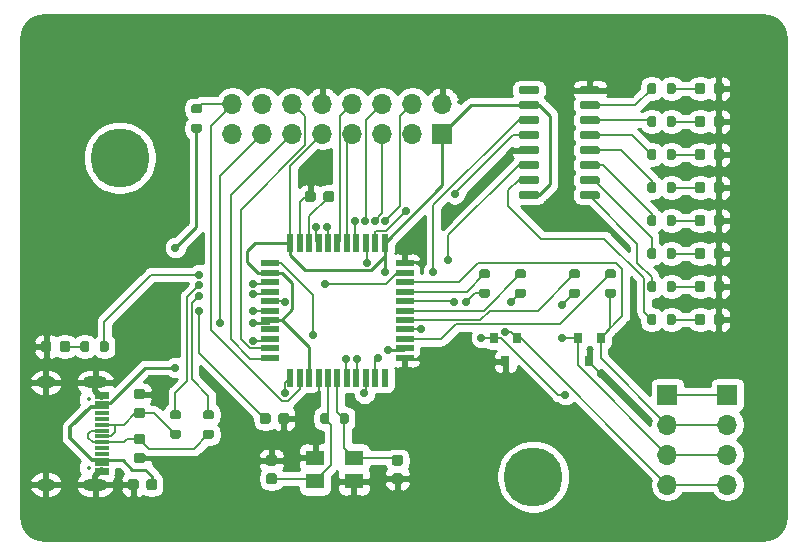
<source format=gbr>
%TF.GenerationSoftware,KiCad,Pcbnew,(5.1.7)-1*%
%TF.CreationDate,2020-10-25T16:34:13+08:00*%
%TF.ProjectId,MuseDash-Peaches2,4d757365-4461-4736-982d-506561636865,rev?*%
%TF.SameCoordinates,Original*%
%TF.FileFunction,Copper,L1,Top*%
%TF.FilePolarity,Positive*%
%FSLAX46Y46*%
G04 Gerber Fmt 4.6, Leading zero omitted, Abs format (unit mm)*
G04 Created by KiCad (PCBNEW (5.1.7)-1) date 2020-10-25 16:34:13*
%MOMM*%
%LPD*%
G01*
G04 APERTURE LIST*
%TA.AperFunction,ComponentPad*%
%ADD10R,1.700000X1.700000*%
%TD*%
%TA.AperFunction,ComponentPad*%
%ADD11O,1.700000X1.700000*%
%TD*%
%TA.AperFunction,SMDPad,CuDef*%
%ADD12R,1.600000X1.300000*%
%TD*%
%TA.AperFunction,SMDPad,CuDef*%
%ADD13R,0.550000X1.500000*%
%TD*%
%TA.AperFunction,SMDPad,CuDef*%
%ADD14R,1.500000X0.550000*%
%TD*%
%TA.AperFunction,SMDPad,CuDef*%
%ADD15R,1.150000X0.300000*%
%TD*%
%TA.AperFunction,ComponentPad*%
%ADD16O,1.600000X1.000000*%
%TD*%
%TA.AperFunction,ComponentPad*%
%ADD17O,2.100000X1.000000*%
%TD*%
%TA.AperFunction,SMDPad,CuDef*%
%ADD18R,0.800000X0.900000*%
%TD*%
%TA.AperFunction,ViaPad*%
%ADD19C,5.000000*%
%TD*%
%TA.AperFunction,ViaPad*%
%ADD20C,0.700000*%
%TD*%
%TA.AperFunction,Conductor*%
%ADD21C,0.500000*%
%TD*%
%TA.AperFunction,Conductor*%
%ADD22C,0.200000*%
%TD*%
%TA.AperFunction,Conductor*%
%ADD23C,0.250000*%
%TD*%
%TA.AperFunction,Conductor*%
%ADD24C,0.350000*%
%TD*%
%TA.AperFunction,Conductor*%
%ADD25C,0.254000*%
%TD*%
%ADD26C,0.350000*%
%ADD27O,1.200000X0.600000*%
%ADD28O,1.700000X0.600000*%
G04 APERTURE END LIST*
%TO.P,C3,2*%
%TO.N,GND*%
%TA.AperFunction,SMDPad,CuDef*%
G36*
G01*
X122170000Y-93147000D02*
X121670000Y-93147000D01*
G75*
G02*
X121445000Y-92922000I0J225000D01*
G01*
X121445000Y-92472000D01*
G75*
G02*
X121670000Y-92247000I225000J0D01*
G01*
X122170000Y-92247000D01*
G75*
G02*
X122395000Y-92472000I0J-225000D01*
G01*
X122395000Y-92922000D01*
G75*
G02*
X122170000Y-93147000I-225000J0D01*
G01*
G37*
%TD.AperFunction*%
%TO.P,C3,1*%
%TO.N,Net-(C3-Pad1)*%
%TA.AperFunction,SMDPad,CuDef*%
G36*
G01*
X122170000Y-94697000D02*
X121670000Y-94697000D01*
G75*
G02*
X121445000Y-94472000I0J225000D01*
G01*
X121445000Y-94022000D01*
G75*
G02*
X121670000Y-93797000I225000J0D01*
G01*
X122170000Y-93797000D01*
G75*
G02*
X122395000Y-94022000I0J-225000D01*
G01*
X122395000Y-94472000D01*
G75*
G02*
X122170000Y-94697000I-225000J0D01*
G01*
G37*
%TD.AperFunction*%
%TD*%
%TO.P,C2,2*%
%TO.N,Net-(C2-Pad2)*%
%TA.AperFunction,SMDPad,CuDef*%
G36*
G01*
X132838000Y-93147000D02*
X132338000Y-93147000D01*
G75*
G02*
X132113000Y-92922000I0J225000D01*
G01*
X132113000Y-92472000D01*
G75*
G02*
X132338000Y-92247000I225000J0D01*
G01*
X132838000Y-92247000D01*
G75*
G02*
X133063000Y-92472000I0J-225000D01*
G01*
X133063000Y-92922000D01*
G75*
G02*
X132838000Y-93147000I-225000J0D01*
G01*
G37*
%TD.AperFunction*%
%TO.P,C2,1*%
%TO.N,GND*%
%TA.AperFunction,SMDPad,CuDef*%
G36*
G01*
X132838000Y-94697000D02*
X132338000Y-94697000D01*
G75*
G02*
X132113000Y-94472000I0J225000D01*
G01*
X132113000Y-94022000D01*
G75*
G02*
X132338000Y-93797000I225000J0D01*
G01*
X132838000Y-93797000D01*
G75*
G02*
X133063000Y-94022000I0J-225000D01*
G01*
X133063000Y-94472000D01*
G75*
G02*
X132838000Y-94697000I-225000J0D01*
G01*
G37*
%TD.AperFunction*%
%TD*%
%TO.P,R6,2*%
%TO.N,Net-(D3-Pad2)*%
%TA.AperFunction,SMDPad,CuDef*%
G36*
G01*
X116311000Y-90087000D02*
X116861000Y-90087000D01*
G75*
G02*
X117061000Y-90287000I0J-200000D01*
G01*
X117061000Y-90687000D01*
G75*
G02*
X116861000Y-90887000I-200000J0D01*
G01*
X116311000Y-90887000D01*
G75*
G02*
X116111000Y-90687000I0J200000D01*
G01*
X116111000Y-90287000D01*
G75*
G02*
X116311000Y-90087000I200000J0D01*
G01*
G37*
%TD.AperFunction*%
%TO.P,R6,1*%
%TO.N,/D+*%
%TA.AperFunction,SMDPad,CuDef*%
G36*
G01*
X116311000Y-88437000D02*
X116861000Y-88437000D01*
G75*
G02*
X117061000Y-88637000I0J-200000D01*
G01*
X117061000Y-89037000D01*
G75*
G02*
X116861000Y-89237000I-200000J0D01*
G01*
X116311000Y-89237000D01*
G75*
G02*
X116111000Y-89037000I0J200000D01*
G01*
X116111000Y-88637000D01*
G75*
G02*
X116311000Y-88437000I200000J0D01*
G01*
G37*
%TD.AperFunction*%
%TD*%
%TO.P,C1,2*%
%TO.N,GND*%
%TA.AperFunction,SMDPad,CuDef*%
G36*
G01*
X110673000Y-94492000D02*
X110673000Y-94992000D01*
G75*
G02*
X110448000Y-95217000I-225000J0D01*
G01*
X109998000Y-95217000D01*
G75*
G02*
X109773000Y-94992000I0J225000D01*
G01*
X109773000Y-94492000D01*
G75*
G02*
X109998000Y-94267000I225000J0D01*
G01*
X110448000Y-94267000D01*
G75*
G02*
X110673000Y-94492000I0J-225000D01*
G01*
G37*
%TD.AperFunction*%
%TO.P,C1,1*%
%TO.N,VCC*%
%TA.AperFunction,SMDPad,CuDef*%
G36*
G01*
X112223000Y-94492000D02*
X112223000Y-94992000D01*
G75*
G02*
X111998000Y-95217000I-225000J0D01*
G01*
X111548000Y-95217000D01*
G75*
G02*
X111323000Y-94992000I0J225000D01*
G01*
X111323000Y-94492000D01*
G75*
G02*
X111548000Y-94267000I225000J0D01*
G01*
X111998000Y-94267000D01*
G75*
G02*
X112223000Y-94492000I0J-225000D01*
G01*
G37*
%TD.AperFunction*%
%TD*%
%TO.P,D4,2*%
%TO.N,Net-(D4-Pad2)*%
%TA.AperFunction,SMDPad,CuDef*%
G36*
G01*
X110487750Y-88234000D02*
X111000250Y-88234000D01*
G75*
G02*
X111219000Y-88452750I0J-218750D01*
G01*
X111219000Y-88890250D01*
G75*
G02*
X111000250Y-89109000I-218750J0D01*
G01*
X110487750Y-89109000D01*
G75*
G02*
X110269000Y-88890250I0J218750D01*
G01*
X110269000Y-88452750D01*
G75*
G02*
X110487750Y-88234000I218750J0D01*
G01*
G37*
%TD.AperFunction*%
%TO.P,D4,1*%
%TO.N,GND*%
%TA.AperFunction,SMDPad,CuDef*%
G36*
G01*
X110487750Y-86659000D02*
X111000250Y-86659000D01*
G75*
G02*
X111219000Y-86877750I0J-218750D01*
G01*
X111219000Y-87315250D01*
G75*
G02*
X111000250Y-87534000I-218750J0D01*
G01*
X110487750Y-87534000D01*
G75*
G02*
X110269000Y-87315250I0J218750D01*
G01*
X110269000Y-86877750D01*
G75*
G02*
X110487750Y-86659000I218750J0D01*
G01*
G37*
%TD.AperFunction*%
%TD*%
%TO.P,D3,1*%
%TO.N,GND*%
%TA.AperFunction,SMDPad,CuDef*%
G36*
G01*
X111000250Y-92919000D02*
X110487750Y-92919000D01*
G75*
G02*
X110269000Y-92700250I0J218750D01*
G01*
X110269000Y-92262750D01*
G75*
G02*
X110487750Y-92044000I218750J0D01*
G01*
X111000250Y-92044000D01*
G75*
G02*
X111219000Y-92262750I0J-218750D01*
G01*
X111219000Y-92700250D01*
G75*
G02*
X111000250Y-92919000I-218750J0D01*
G01*
G37*
%TD.AperFunction*%
%TO.P,D3,2*%
%TO.N,Net-(D3-Pad2)*%
%TA.AperFunction,SMDPad,CuDef*%
G36*
G01*
X111000250Y-91344000D02*
X110487750Y-91344000D01*
G75*
G02*
X110269000Y-91125250I0J218750D01*
G01*
X110269000Y-90687750D01*
G75*
G02*
X110487750Y-90469000I218750J0D01*
G01*
X111000250Y-90469000D01*
G75*
G02*
X111219000Y-90687750I0J-218750D01*
G01*
X111219000Y-91125250D01*
G75*
G02*
X111000250Y-91344000I-218750J0D01*
G01*
G37*
%TD.AperFunction*%
%TD*%
D10*
%TO.P,J3,1*%
%TO.N,/D11*%
X160528000Y-87122000D03*
D11*
%TO.P,J3,2*%
%TO.N,/D5*%
X160528000Y-89662000D03*
%TO.P,J3,3*%
%TO.N,/D7*%
X160528000Y-92202000D03*
%TO.P,J3,4*%
%TO.N,/D9*%
X160528000Y-94742000D03*
%TD*%
D12*
%TO.P,Y1,4*%
%TO.N,GND*%
X128904000Y-94472000D03*
%TO.P,Y1,3*%
%TO.N,Net-(C3-Pad1)*%
X125604000Y-94472000D03*
%TO.P,Y1,2*%
%TO.N,GND*%
X125604000Y-92472000D03*
%TO.P,Y1,1*%
%TO.N,Net-(C2-Pad2)*%
X128904000Y-92472000D03*
%TD*%
D13*
%TO.P,U2,44*%
%TO.N,VCC*%
X123508000Y-74310000D03*
%TO.P,U2,43*%
%TO.N,GND*%
X124308000Y-74310000D03*
%TO.P,U2,42*%
%TO.N,Net-(C5-Pad1)*%
X125108000Y-74310000D03*
%TO.P,U2,41*%
%TO.N,/A5*%
X125908000Y-74310000D03*
%TO.P,U2,40*%
%TO.N,/A4*%
X126708000Y-74310000D03*
%TO.P,U2,39*%
%TO.N,/A3*%
X127508000Y-74310000D03*
%TO.P,U2,38*%
%TO.N,/A2*%
X128308000Y-74310000D03*
%TO.P,U2,37*%
%TO.N,/A1*%
X129108000Y-74310000D03*
%TO.P,U2,36*%
%TO.N,/A0*%
X129908000Y-74310000D03*
%TO.P,U2,35*%
%TO.N,GND*%
X130708000Y-74310000D03*
%TO.P,U2,34*%
%TO.N,VCC*%
X131508000Y-74310000D03*
D14*
%TO.P,U2,33*%
%TO.N,GND*%
X133208000Y-76010000D03*
%TO.P,U2,32*%
%TO.N,Net-(R17-Pad2)*%
X133208000Y-76810000D03*
%TO.P,U2,31*%
%TO.N,/D5*%
X133208000Y-77610000D03*
%TO.P,U2,30*%
%TO.N,/D10*%
X133208000Y-78410000D03*
%TO.P,U2,29*%
%TO.N,/D9*%
X133208000Y-79210000D03*
%TO.P,U2,28*%
%TO.N,/D8*%
X133208000Y-80010000D03*
%TO.P,U2,27*%
%TO.N,/D6*%
X133208000Y-80810000D03*
%TO.P,U2,26*%
%TO.N,/D12*%
X133208000Y-81610000D03*
%TO.P,U2,25*%
%TO.N,/D4*%
X133208000Y-82410000D03*
%TO.P,U2,24*%
%TO.N,VCC*%
X133208000Y-83210000D03*
%TO.P,U2,23*%
%TO.N,GND*%
X133208000Y-84010000D03*
D13*
%TO.P,U2,22*%
%TO.N,Net-(U2-Pad22)*%
X131508000Y-85710000D03*
%TO.P,U2,21*%
%TO.N,/D1-TX*%
X130708000Y-85710000D03*
%TO.P,U2,20*%
%TO.N,/D0-RX*%
X129908000Y-85710000D03*
%TO.P,U2,19*%
%TO.N,/D2-SDA*%
X129108000Y-85710000D03*
%TO.P,U2,18*%
%TO.N,/D3-SCL*%
X128308000Y-85710000D03*
%TO.P,U2,17*%
%TO.N,Net-(C2-Pad2)*%
X127508000Y-85710000D03*
%TO.P,U2,16*%
%TO.N,Net-(C3-Pad1)*%
X126708000Y-85710000D03*
%TO.P,U2,15*%
%TO.N,GND*%
X125908000Y-85710000D03*
%TO.P,U2,14*%
%TO.N,VCC*%
X125108000Y-85710000D03*
%TO.P,U2,13*%
%TO.N,/RESET*%
X124308000Y-85710000D03*
%TO.P,U2,12*%
%TO.N,/D11*%
X123508000Y-85710000D03*
D14*
%TO.P,U2,11*%
%TO.N,/MISO*%
X121808000Y-84010000D03*
%TO.P,U2,10*%
%TO.N,/MOSI*%
X121808000Y-83210000D03*
%TO.P,U2,9*%
%TO.N,/SCK*%
X121808000Y-82410000D03*
%TO.P,U2,8*%
%TO.N,Net-(U2-Pad8)*%
X121808000Y-81610000D03*
%TO.P,U2,7*%
%TO.N,VCC*%
X121808000Y-80810000D03*
%TO.P,U2,6*%
%TO.N,Net-(C4-Pad1)*%
X121808000Y-80010000D03*
%TO.P,U2,5*%
%TO.N,GND*%
X121808000Y-79210000D03*
%TO.P,U2,4*%
%TO.N,/D+*%
X121808000Y-78410000D03*
%TO.P,U2,3*%
%TO.N,/D-*%
X121808000Y-77610000D03*
%TO.P,U2,2*%
%TO.N,VCC*%
X121808000Y-76810000D03*
%TO.P,U2,1*%
%TO.N,/D7*%
X121808000Y-76010000D03*
%TD*%
%TO.P,U1,1*%
%TO.N,Net-(R8-Pad2)*%
%TA.AperFunction,SMDPad,CuDef*%
G36*
G01*
X149754000Y-70081000D02*
X149754000Y-70381000D01*
G75*
G02*
X149604000Y-70531000I-150000J0D01*
G01*
X148154000Y-70531000D01*
G75*
G02*
X148004000Y-70381000I0J150000D01*
G01*
X148004000Y-70081000D01*
G75*
G02*
X148154000Y-69931000I150000J0D01*
G01*
X149604000Y-69931000D01*
G75*
G02*
X149754000Y-70081000I0J-150000D01*
G01*
G37*
%TD.AperFunction*%
%TO.P,U1,2*%
%TO.N,Net-(R9-Pad2)*%
%TA.AperFunction,SMDPad,CuDef*%
G36*
G01*
X149754000Y-68811000D02*
X149754000Y-69111000D01*
G75*
G02*
X149604000Y-69261000I-150000J0D01*
G01*
X148154000Y-69261000D01*
G75*
G02*
X148004000Y-69111000I0J150000D01*
G01*
X148004000Y-68811000D01*
G75*
G02*
X148154000Y-68661000I150000J0D01*
G01*
X149604000Y-68661000D01*
G75*
G02*
X149754000Y-68811000I0J-150000D01*
G01*
G37*
%TD.AperFunction*%
%TO.P,U1,3*%
%TO.N,Net-(R10-Pad2)*%
%TA.AperFunction,SMDPad,CuDef*%
G36*
G01*
X149754000Y-67541000D02*
X149754000Y-67841000D01*
G75*
G02*
X149604000Y-67991000I-150000J0D01*
G01*
X148154000Y-67991000D01*
G75*
G02*
X148004000Y-67841000I0J150000D01*
G01*
X148004000Y-67541000D01*
G75*
G02*
X148154000Y-67391000I150000J0D01*
G01*
X149604000Y-67391000D01*
G75*
G02*
X149754000Y-67541000I0J-150000D01*
G01*
G37*
%TD.AperFunction*%
%TO.P,U1,4*%
%TO.N,Net-(R11-Pad2)*%
%TA.AperFunction,SMDPad,CuDef*%
G36*
G01*
X149754000Y-66271000D02*
X149754000Y-66571000D01*
G75*
G02*
X149604000Y-66721000I-150000J0D01*
G01*
X148154000Y-66721000D01*
G75*
G02*
X148004000Y-66571000I0J150000D01*
G01*
X148004000Y-66271000D01*
G75*
G02*
X148154000Y-66121000I150000J0D01*
G01*
X149604000Y-66121000D01*
G75*
G02*
X149754000Y-66271000I0J-150000D01*
G01*
G37*
%TD.AperFunction*%
%TO.P,U1,5*%
%TO.N,Net-(R12-Pad2)*%
%TA.AperFunction,SMDPad,CuDef*%
G36*
G01*
X149754000Y-65001000D02*
X149754000Y-65301000D01*
G75*
G02*
X149604000Y-65451000I-150000J0D01*
G01*
X148154000Y-65451000D01*
G75*
G02*
X148004000Y-65301000I0J150000D01*
G01*
X148004000Y-65001000D01*
G75*
G02*
X148154000Y-64851000I150000J0D01*
G01*
X149604000Y-64851000D01*
G75*
G02*
X149754000Y-65001000I0J-150000D01*
G01*
G37*
%TD.AperFunction*%
%TO.P,U1,6*%
%TO.N,Net-(R13-Pad2)*%
%TA.AperFunction,SMDPad,CuDef*%
G36*
G01*
X149754000Y-63731000D02*
X149754000Y-64031000D01*
G75*
G02*
X149604000Y-64181000I-150000J0D01*
G01*
X148154000Y-64181000D01*
G75*
G02*
X148004000Y-64031000I0J150000D01*
G01*
X148004000Y-63731000D01*
G75*
G02*
X148154000Y-63581000I150000J0D01*
G01*
X149604000Y-63581000D01*
G75*
G02*
X149754000Y-63731000I0J-150000D01*
G01*
G37*
%TD.AperFunction*%
%TO.P,U1,7*%
%TO.N,Net-(R14-Pad2)*%
%TA.AperFunction,SMDPad,CuDef*%
G36*
G01*
X149754000Y-62461000D02*
X149754000Y-62761000D01*
G75*
G02*
X149604000Y-62911000I-150000J0D01*
G01*
X148154000Y-62911000D01*
G75*
G02*
X148004000Y-62761000I0J150000D01*
G01*
X148004000Y-62461000D01*
G75*
G02*
X148154000Y-62311000I150000J0D01*
G01*
X149604000Y-62311000D01*
G75*
G02*
X149754000Y-62461000I0J-150000D01*
G01*
G37*
%TD.AperFunction*%
%TO.P,U1,8*%
%TO.N,GND*%
%TA.AperFunction,SMDPad,CuDef*%
G36*
G01*
X149754000Y-61191000D02*
X149754000Y-61491000D01*
G75*
G02*
X149604000Y-61641000I-150000J0D01*
G01*
X148154000Y-61641000D01*
G75*
G02*
X148004000Y-61491000I0J150000D01*
G01*
X148004000Y-61191000D01*
G75*
G02*
X148154000Y-61041000I150000J0D01*
G01*
X149604000Y-61041000D01*
G75*
G02*
X149754000Y-61191000I0J-150000D01*
G01*
G37*
%TD.AperFunction*%
%TO.P,U1,9*%
%TO.N,Net-(U1-Pad9)*%
%TA.AperFunction,SMDPad,CuDef*%
G36*
G01*
X144604000Y-61191000D02*
X144604000Y-61491000D01*
G75*
G02*
X144454000Y-61641000I-150000J0D01*
G01*
X143004000Y-61641000D01*
G75*
G02*
X142854000Y-61491000I0J150000D01*
G01*
X142854000Y-61191000D01*
G75*
G02*
X143004000Y-61041000I150000J0D01*
G01*
X144454000Y-61041000D01*
G75*
G02*
X144604000Y-61191000I0J-150000D01*
G01*
G37*
%TD.AperFunction*%
%TO.P,U1,10*%
%TO.N,VCC*%
%TA.AperFunction,SMDPad,CuDef*%
G36*
G01*
X144604000Y-62461000D02*
X144604000Y-62761000D01*
G75*
G02*
X144454000Y-62911000I-150000J0D01*
G01*
X143004000Y-62911000D01*
G75*
G02*
X142854000Y-62761000I0J150000D01*
G01*
X142854000Y-62461000D01*
G75*
G02*
X143004000Y-62311000I150000J0D01*
G01*
X144454000Y-62311000D01*
G75*
G02*
X144604000Y-62461000I0J-150000D01*
G01*
G37*
%TD.AperFunction*%
%TO.P,U1,11*%
%TO.N,/A0*%
%TA.AperFunction,SMDPad,CuDef*%
G36*
G01*
X144604000Y-63731000D02*
X144604000Y-64031000D01*
G75*
G02*
X144454000Y-64181000I-150000J0D01*
G01*
X143004000Y-64181000D01*
G75*
G02*
X142854000Y-64031000I0J150000D01*
G01*
X142854000Y-63731000D01*
G75*
G02*
X143004000Y-63581000I150000J0D01*
G01*
X144454000Y-63581000D01*
G75*
G02*
X144604000Y-63731000I0J-150000D01*
G01*
G37*
%TD.AperFunction*%
%TO.P,U1,12*%
%TO.N,/A1*%
%TA.AperFunction,SMDPad,CuDef*%
G36*
G01*
X144604000Y-65001000D02*
X144604000Y-65301000D01*
G75*
G02*
X144454000Y-65451000I-150000J0D01*
G01*
X143004000Y-65451000D01*
G75*
G02*
X142854000Y-65301000I0J150000D01*
G01*
X142854000Y-65001000D01*
G75*
G02*
X143004000Y-64851000I150000J0D01*
G01*
X144454000Y-64851000D01*
G75*
G02*
X144604000Y-65001000I0J-150000D01*
G01*
G37*
%TD.AperFunction*%
%TO.P,U1,13*%
%TO.N,GND*%
%TA.AperFunction,SMDPad,CuDef*%
G36*
G01*
X144604000Y-66271000D02*
X144604000Y-66571000D01*
G75*
G02*
X144454000Y-66721000I-150000J0D01*
G01*
X143004000Y-66721000D01*
G75*
G02*
X142854000Y-66571000I0J150000D01*
G01*
X142854000Y-66271000D01*
G75*
G02*
X143004000Y-66121000I150000J0D01*
G01*
X144454000Y-66121000D01*
G75*
G02*
X144604000Y-66271000I0J-150000D01*
G01*
G37*
%TD.AperFunction*%
%TO.P,U1,14*%
%TO.N,/D12*%
%TA.AperFunction,SMDPad,CuDef*%
G36*
G01*
X144604000Y-67541000D02*
X144604000Y-67841000D01*
G75*
G02*
X144454000Y-67991000I-150000J0D01*
G01*
X143004000Y-67991000D01*
G75*
G02*
X142854000Y-67841000I0J150000D01*
G01*
X142854000Y-67541000D01*
G75*
G02*
X143004000Y-67391000I150000J0D01*
G01*
X144454000Y-67391000D01*
G75*
G02*
X144604000Y-67541000I0J-150000D01*
G01*
G37*
%TD.AperFunction*%
%TO.P,U1,15*%
%TO.N,Net-(R7-Pad2)*%
%TA.AperFunction,SMDPad,CuDef*%
G36*
G01*
X144604000Y-68811000D02*
X144604000Y-69111000D01*
G75*
G02*
X144454000Y-69261000I-150000J0D01*
G01*
X143004000Y-69261000D01*
G75*
G02*
X142854000Y-69111000I0J150000D01*
G01*
X142854000Y-68811000D01*
G75*
G02*
X143004000Y-68661000I150000J0D01*
G01*
X144454000Y-68661000D01*
G75*
G02*
X144604000Y-68811000I0J-150000D01*
G01*
G37*
%TD.AperFunction*%
%TO.P,U1,16*%
%TO.N,VCC*%
%TA.AperFunction,SMDPad,CuDef*%
G36*
G01*
X144604000Y-70081000D02*
X144604000Y-70381000D01*
G75*
G02*
X144454000Y-70531000I-150000J0D01*
G01*
X143004000Y-70531000D01*
G75*
G02*
X142854000Y-70381000I0J150000D01*
G01*
X142854000Y-70081000D01*
G75*
G02*
X143004000Y-69931000I150000J0D01*
G01*
X144454000Y-69931000D01*
G75*
G02*
X144604000Y-70081000I0J-150000D01*
G01*
G37*
%TD.AperFunction*%
%TD*%
%TO.P,R17,2*%
%TO.N,Net-(R17-Pad2)*%
%TA.AperFunction,SMDPad,CuDef*%
G36*
G01*
X107359000Y-83333000D02*
X107359000Y-82783000D01*
G75*
G02*
X107559000Y-82583000I200000J0D01*
G01*
X107959000Y-82583000D01*
G75*
G02*
X108159000Y-82783000I0J-200000D01*
G01*
X108159000Y-83333000D01*
G75*
G02*
X107959000Y-83533000I-200000J0D01*
G01*
X107559000Y-83533000D01*
G75*
G02*
X107359000Y-83333000I0J200000D01*
G01*
G37*
%TD.AperFunction*%
%TO.P,R17,1*%
%TO.N,Net-(D13-Pad2)*%
%TA.AperFunction,SMDPad,CuDef*%
G36*
G01*
X105709000Y-83333000D02*
X105709000Y-82783000D01*
G75*
G02*
X105909000Y-82583000I200000J0D01*
G01*
X106309000Y-82583000D01*
G75*
G02*
X106509000Y-82783000I0J-200000D01*
G01*
X106509000Y-83333000D01*
G75*
G02*
X106309000Y-83533000I-200000J0D01*
G01*
X105909000Y-83533000D01*
G75*
G02*
X105709000Y-83333000I0J200000D01*
G01*
G37*
%TD.AperFunction*%
%TD*%
%TO.P,R16,2*%
%TO.N,/RESET*%
%TA.AperFunction,SMDPad,CuDef*%
G36*
G01*
X115845000Y-63329000D02*
X115295000Y-63329000D01*
G75*
G02*
X115095000Y-63129000I0J200000D01*
G01*
X115095000Y-62729000D01*
G75*
G02*
X115295000Y-62529000I200000J0D01*
G01*
X115845000Y-62529000D01*
G75*
G02*
X116045000Y-62729000I0J-200000D01*
G01*
X116045000Y-63129000D01*
G75*
G02*
X115845000Y-63329000I-200000J0D01*
G01*
G37*
%TD.AperFunction*%
%TO.P,R16,1*%
%TO.N,VCC*%
%TA.AperFunction,SMDPad,CuDef*%
G36*
G01*
X115845000Y-64979000D02*
X115295000Y-64979000D01*
G75*
G02*
X115095000Y-64779000I0J200000D01*
G01*
X115095000Y-64379000D01*
G75*
G02*
X115295000Y-64179000I200000J0D01*
G01*
X115845000Y-64179000D01*
G75*
G02*
X116045000Y-64379000I0J-200000D01*
G01*
X116045000Y-64779000D01*
G75*
G02*
X115845000Y-64979000I-200000J0D01*
G01*
G37*
%TD.AperFunction*%
%TD*%
%TO.P,R15,2*%
%TO.N,Net-(C3-Pad1)*%
%TA.AperFunction,SMDPad,CuDef*%
G36*
G01*
X126829000Y-88879000D02*
X126829000Y-89429000D01*
G75*
G02*
X126629000Y-89629000I-200000J0D01*
G01*
X126229000Y-89629000D01*
G75*
G02*
X126029000Y-89429000I0J200000D01*
G01*
X126029000Y-88879000D01*
G75*
G02*
X126229000Y-88679000I200000J0D01*
G01*
X126629000Y-88679000D01*
G75*
G02*
X126829000Y-88879000I0J-200000D01*
G01*
G37*
%TD.AperFunction*%
%TO.P,R15,1*%
%TO.N,Net-(C2-Pad2)*%
%TA.AperFunction,SMDPad,CuDef*%
G36*
G01*
X128479000Y-88879000D02*
X128479000Y-89429000D01*
G75*
G02*
X128279000Y-89629000I-200000J0D01*
G01*
X127879000Y-89629000D01*
G75*
G02*
X127679000Y-89429000I0J200000D01*
G01*
X127679000Y-88879000D01*
G75*
G02*
X127879000Y-88679000I200000J0D01*
G01*
X128279000Y-88679000D01*
G75*
G02*
X128479000Y-88879000I0J-200000D01*
G01*
G37*
%TD.AperFunction*%
%TD*%
%TO.P,R14,2*%
%TO.N,Net-(R14-Pad2)*%
%TA.AperFunction,SMDPad,CuDef*%
G36*
G01*
X154515000Y-60939000D02*
X154515000Y-61489000D01*
G75*
G02*
X154315000Y-61689000I-200000J0D01*
G01*
X153915000Y-61689000D01*
G75*
G02*
X153715000Y-61489000I0J200000D01*
G01*
X153715000Y-60939000D01*
G75*
G02*
X153915000Y-60739000I200000J0D01*
G01*
X154315000Y-60739000D01*
G75*
G02*
X154515000Y-60939000I0J-200000D01*
G01*
G37*
%TD.AperFunction*%
%TO.P,R14,1*%
%TO.N,Net-(D12-Pad2)*%
%TA.AperFunction,SMDPad,CuDef*%
G36*
G01*
X156165000Y-60939000D02*
X156165000Y-61489000D01*
G75*
G02*
X155965000Y-61689000I-200000J0D01*
G01*
X155565000Y-61689000D01*
G75*
G02*
X155365000Y-61489000I0J200000D01*
G01*
X155365000Y-60939000D01*
G75*
G02*
X155565000Y-60739000I200000J0D01*
G01*
X155965000Y-60739000D01*
G75*
G02*
X156165000Y-60939000I0J-200000D01*
G01*
G37*
%TD.AperFunction*%
%TD*%
%TO.P,R13,1*%
%TO.N,Net-(D11-Pad2)*%
%TA.AperFunction,SMDPad,CuDef*%
G36*
G01*
X156165000Y-63733000D02*
X156165000Y-64283000D01*
G75*
G02*
X155965000Y-64483000I-200000J0D01*
G01*
X155565000Y-64483000D01*
G75*
G02*
X155365000Y-64283000I0J200000D01*
G01*
X155365000Y-63733000D01*
G75*
G02*
X155565000Y-63533000I200000J0D01*
G01*
X155965000Y-63533000D01*
G75*
G02*
X156165000Y-63733000I0J-200000D01*
G01*
G37*
%TD.AperFunction*%
%TO.P,R13,2*%
%TO.N,Net-(R13-Pad2)*%
%TA.AperFunction,SMDPad,CuDef*%
G36*
G01*
X154515000Y-63733000D02*
X154515000Y-64283000D01*
G75*
G02*
X154315000Y-64483000I-200000J0D01*
G01*
X153915000Y-64483000D01*
G75*
G02*
X153715000Y-64283000I0J200000D01*
G01*
X153715000Y-63733000D01*
G75*
G02*
X153915000Y-63533000I200000J0D01*
G01*
X154315000Y-63533000D01*
G75*
G02*
X154515000Y-63733000I0J-200000D01*
G01*
G37*
%TD.AperFunction*%
%TD*%
%TO.P,R12,1*%
%TO.N,Net-(D10-Pad2)*%
%TA.AperFunction,SMDPad,CuDef*%
G36*
G01*
X156165000Y-66527000D02*
X156165000Y-67077000D01*
G75*
G02*
X155965000Y-67277000I-200000J0D01*
G01*
X155565000Y-67277000D01*
G75*
G02*
X155365000Y-67077000I0J200000D01*
G01*
X155365000Y-66527000D01*
G75*
G02*
X155565000Y-66327000I200000J0D01*
G01*
X155965000Y-66327000D01*
G75*
G02*
X156165000Y-66527000I0J-200000D01*
G01*
G37*
%TD.AperFunction*%
%TO.P,R12,2*%
%TO.N,Net-(R12-Pad2)*%
%TA.AperFunction,SMDPad,CuDef*%
G36*
G01*
X154515000Y-66527000D02*
X154515000Y-67077000D01*
G75*
G02*
X154315000Y-67277000I-200000J0D01*
G01*
X153915000Y-67277000D01*
G75*
G02*
X153715000Y-67077000I0J200000D01*
G01*
X153715000Y-66527000D01*
G75*
G02*
X153915000Y-66327000I200000J0D01*
G01*
X154315000Y-66327000D01*
G75*
G02*
X154515000Y-66527000I0J-200000D01*
G01*
G37*
%TD.AperFunction*%
%TD*%
%TO.P,R11,1*%
%TO.N,Net-(D9-Pad2)*%
%TA.AperFunction,SMDPad,CuDef*%
G36*
G01*
X156165000Y-69321000D02*
X156165000Y-69871000D01*
G75*
G02*
X155965000Y-70071000I-200000J0D01*
G01*
X155565000Y-70071000D01*
G75*
G02*
X155365000Y-69871000I0J200000D01*
G01*
X155365000Y-69321000D01*
G75*
G02*
X155565000Y-69121000I200000J0D01*
G01*
X155965000Y-69121000D01*
G75*
G02*
X156165000Y-69321000I0J-200000D01*
G01*
G37*
%TD.AperFunction*%
%TO.P,R11,2*%
%TO.N,Net-(R11-Pad2)*%
%TA.AperFunction,SMDPad,CuDef*%
G36*
G01*
X154515000Y-69321000D02*
X154515000Y-69871000D01*
G75*
G02*
X154315000Y-70071000I-200000J0D01*
G01*
X153915000Y-70071000D01*
G75*
G02*
X153715000Y-69871000I0J200000D01*
G01*
X153715000Y-69321000D01*
G75*
G02*
X153915000Y-69121000I200000J0D01*
G01*
X154315000Y-69121000D01*
G75*
G02*
X154515000Y-69321000I0J-200000D01*
G01*
G37*
%TD.AperFunction*%
%TD*%
%TO.P,R10,1*%
%TO.N,Net-(D8-Pad2)*%
%TA.AperFunction,SMDPad,CuDef*%
G36*
G01*
X156165000Y-72115000D02*
X156165000Y-72665000D01*
G75*
G02*
X155965000Y-72865000I-200000J0D01*
G01*
X155565000Y-72865000D01*
G75*
G02*
X155365000Y-72665000I0J200000D01*
G01*
X155365000Y-72115000D01*
G75*
G02*
X155565000Y-71915000I200000J0D01*
G01*
X155965000Y-71915000D01*
G75*
G02*
X156165000Y-72115000I0J-200000D01*
G01*
G37*
%TD.AperFunction*%
%TO.P,R10,2*%
%TO.N,Net-(R10-Pad2)*%
%TA.AperFunction,SMDPad,CuDef*%
G36*
G01*
X154515000Y-72115000D02*
X154515000Y-72665000D01*
G75*
G02*
X154315000Y-72865000I-200000J0D01*
G01*
X153915000Y-72865000D01*
G75*
G02*
X153715000Y-72665000I0J200000D01*
G01*
X153715000Y-72115000D01*
G75*
G02*
X153915000Y-71915000I200000J0D01*
G01*
X154315000Y-71915000D01*
G75*
G02*
X154515000Y-72115000I0J-200000D01*
G01*
G37*
%TD.AperFunction*%
%TD*%
%TO.P,R9,1*%
%TO.N,Net-(D7-Pad2)*%
%TA.AperFunction,SMDPad,CuDef*%
G36*
G01*
X156165000Y-74909000D02*
X156165000Y-75459000D01*
G75*
G02*
X155965000Y-75659000I-200000J0D01*
G01*
X155565000Y-75659000D01*
G75*
G02*
X155365000Y-75459000I0J200000D01*
G01*
X155365000Y-74909000D01*
G75*
G02*
X155565000Y-74709000I200000J0D01*
G01*
X155965000Y-74709000D01*
G75*
G02*
X156165000Y-74909000I0J-200000D01*
G01*
G37*
%TD.AperFunction*%
%TO.P,R9,2*%
%TO.N,Net-(R9-Pad2)*%
%TA.AperFunction,SMDPad,CuDef*%
G36*
G01*
X154515000Y-74909000D02*
X154515000Y-75459000D01*
G75*
G02*
X154315000Y-75659000I-200000J0D01*
G01*
X153915000Y-75659000D01*
G75*
G02*
X153715000Y-75459000I0J200000D01*
G01*
X153715000Y-74909000D01*
G75*
G02*
X153915000Y-74709000I200000J0D01*
G01*
X154315000Y-74709000D01*
G75*
G02*
X154515000Y-74909000I0J-200000D01*
G01*
G37*
%TD.AperFunction*%
%TD*%
%TO.P,R8,1*%
%TO.N,Net-(D6-Pad2)*%
%TA.AperFunction,SMDPad,CuDef*%
G36*
G01*
X156165000Y-77703000D02*
X156165000Y-78253000D01*
G75*
G02*
X155965000Y-78453000I-200000J0D01*
G01*
X155565000Y-78453000D01*
G75*
G02*
X155365000Y-78253000I0J200000D01*
G01*
X155365000Y-77703000D01*
G75*
G02*
X155565000Y-77503000I200000J0D01*
G01*
X155965000Y-77503000D01*
G75*
G02*
X156165000Y-77703000I0J-200000D01*
G01*
G37*
%TD.AperFunction*%
%TO.P,R8,2*%
%TO.N,Net-(R8-Pad2)*%
%TA.AperFunction,SMDPad,CuDef*%
G36*
G01*
X154515000Y-77703000D02*
X154515000Y-78253000D01*
G75*
G02*
X154315000Y-78453000I-200000J0D01*
G01*
X153915000Y-78453000D01*
G75*
G02*
X153715000Y-78253000I0J200000D01*
G01*
X153715000Y-77703000D01*
G75*
G02*
X153915000Y-77503000I200000J0D01*
G01*
X154315000Y-77503000D01*
G75*
G02*
X154515000Y-77703000I0J-200000D01*
G01*
G37*
%TD.AperFunction*%
%TD*%
%TO.P,R7,1*%
%TO.N,Net-(D5-Pad2)*%
%TA.AperFunction,SMDPad,CuDef*%
G36*
G01*
X156165000Y-80497000D02*
X156165000Y-81047000D01*
G75*
G02*
X155965000Y-81247000I-200000J0D01*
G01*
X155565000Y-81247000D01*
G75*
G02*
X155365000Y-81047000I0J200000D01*
G01*
X155365000Y-80497000D01*
G75*
G02*
X155565000Y-80297000I200000J0D01*
G01*
X155965000Y-80297000D01*
G75*
G02*
X156165000Y-80497000I0J-200000D01*
G01*
G37*
%TD.AperFunction*%
%TO.P,R7,2*%
%TO.N,Net-(R7-Pad2)*%
%TA.AperFunction,SMDPad,CuDef*%
G36*
G01*
X154515000Y-80497000D02*
X154515000Y-81047000D01*
G75*
G02*
X154315000Y-81247000I-200000J0D01*
G01*
X153915000Y-81247000D01*
G75*
G02*
X153715000Y-81047000I0J200000D01*
G01*
X153715000Y-80497000D01*
G75*
G02*
X153915000Y-80297000I200000J0D01*
G01*
X154315000Y-80297000D01*
G75*
G02*
X154515000Y-80497000I0J-200000D01*
G01*
G37*
%TD.AperFunction*%
%TD*%
%TO.P,R5,2*%
%TO.N,Net-(D4-Pad2)*%
%TA.AperFunction,SMDPad,CuDef*%
G36*
G01*
X113517000Y-90087000D02*
X114067000Y-90087000D01*
G75*
G02*
X114267000Y-90287000I0J-200000D01*
G01*
X114267000Y-90687000D01*
G75*
G02*
X114067000Y-90887000I-200000J0D01*
G01*
X113517000Y-90887000D01*
G75*
G02*
X113317000Y-90687000I0J200000D01*
G01*
X113317000Y-90287000D01*
G75*
G02*
X113517000Y-90087000I200000J0D01*
G01*
G37*
%TD.AperFunction*%
%TO.P,R5,1*%
%TO.N,/D-*%
%TA.AperFunction,SMDPad,CuDef*%
G36*
G01*
X113517000Y-88437000D02*
X114067000Y-88437000D01*
G75*
G02*
X114267000Y-88637000I0J-200000D01*
G01*
X114267000Y-89037000D01*
G75*
G02*
X114067000Y-89237000I-200000J0D01*
G01*
X113517000Y-89237000D01*
G75*
G02*
X113317000Y-89037000I0J200000D01*
G01*
X113317000Y-88637000D01*
G75*
G02*
X113517000Y-88437000I200000J0D01*
G01*
G37*
%TD.AperFunction*%
%TD*%
%TO.P,R4,2*%
%TO.N,/D4*%
%TA.AperFunction,SMDPad,CuDef*%
G36*
G01*
X150897000Y-77299000D02*
X150347000Y-77299000D01*
G75*
G02*
X150147000Y-77099000I0J200000D01*
G01*
X150147000Y-76699000D01*
G75*
G02*
X150347000Y-76499000I200000J0D01*
G01*
X150897000Y-76499000D01*
G75*
G02*
X151097000Y-76699000I0J-200000D01*
G01*
X151097000Y-77099000D01*
G75*
G02*
X150897000Y-77299000I-200000J0D01*
G01*
G37*
%TD.AperFunction*%
%TO.P,R4,1*%
%TO.N,/D5*%
%TA.AperFunction,SMDPad,CuDef*%
G36*
G01*
X150897000Y-78949000D02*
X150347000Y-78949000D01*
G75*
G02*
X150147000Y-78749000I0J200000D01*
G01*
X150147000Y-78349000D01*
G75*
G02*
X150347000Y-78149000I200000J0D01*
G01*
X150897000Y-78149000D01*
G75*
G02*
X151097000Y-78349000I0J-200000D01*
G01*
X151097000Y-78749000D01*
G75*
G02*
X150897000Y-78949000I-200000J0D01*
G01*
G37*
%TD.AperFunction*%
%TD*%
%TO.P,R3,2*%
%TO.N,/D6*%
%TA.AperFunction,SMDPad,CuDef*%
G36*
G01*
X147849000Y-77299000D02*
X147299000Y-77299000D01*
G75*
G02*
X147099000Y-77099000I0J200000D01*
G01*
X147099000Y-76699000D01*
G75*
G02*
X147299000Y-76499000I200000J0D01*
G01*
X147849000Y-76499000D01*
G75*
G02*
X148049000Y-76699000I0J-200000D01*
G01*
X148049000Y-77099000D01*
G75*
G02*
X147849000Y-77299000I-200000J0D01*
G01*
G37*
%TD.AperFunction*%
%TO.P,R3,1*%
%TO.N,/D7*%
%TA.AperFunction,SMDPad,CuDef*%
G36*
G01*
X147849000Y-78949000D02*
X147299000Y-78949000D01*
G75*
G02*
X147099000Y-78749000I0J200000D01*
G01*
X147099000Y-78349000D01*
G75*
G02*
X147299000Y-78149000I200000J0D01*
G01*
X147849000Y-78149000D01*
G75*
G02*
X148049000Y-78349000I0J-200000D01*
G01*
X148049000Y-78749000D01*
G75*
G02*
X147849000Y-78949000I-200000J0D01*
G01*
G37*
%TD.AperFunction*%
%TD*%
%TO.P,R2,2*%
%TO.N,/D8*%
%TA.AperFunction,SMDPad,CuDef*%
G36*
G01*
X143277000Y-77299000D02*
X142727000Y-77299000D01*
G75*
G02*
X142527000Y-77099000I0J200000D01*
G01*
X142527000Y-76699000D01*
G75*
G02*
X142727000Y-76499000I200000J0D01*
G01*
X143277000Y-76499000D01*
G75*
G02*
X143477000Y-76699000I0J-200000D01*
G01*
X143477000Y-77099000D01*
G75*
G02*
X143277000Y-77299000I-200000J0D01*
G01*
G37*
%TD.AperFunction*%
%TO.P,R2,1*%
%TO.N,/D9*%
%TA.AperFunction,SMDPad,CuDef*%
G36*
G01*
X143277000Y-78949000D02*
X142727000Y-78949000D01*
G75*
G02*
X142527000Y-78749000I0J200000D01*
G01*
X142527000Y-78349000D01*
G75*
G02*
X142727000Y-78149000I200000J0D01*
G01*
X143277000Y-78149000D01*
G75*
G02*
X143477000Y-78349000I0J-200000D01*
G01*
X143477000Y-78749000D01*
G75*
G02*
X143277000Y-78949000I-200000J0D01*
G01*
G37*
%TD.AperFunction*%
%TD*%
%TO.P,R1,2*%
%TO.N,/D10*%
%TA.AperFunction,SMDPad,CuDef*%
G36*
G01*
X140229000Y-77299000D02*
X139679000Y-77299000D01*
G75*
G02*
X139479000Y-77099000I0J200000D01*
G01*
X139479000Y-76699000D01*
G75*
G02*
X139679000Y-76499000I200000J0D01*
G01*
X140229000Y-76499000D01*
G75*
G02*
X140429000Y-76699000I0J-200000D01*
G01*
X140429000Y-77099000D01*
G75*
G02*
X140229000Y-77299000I-200000J0D01*
G01*
G37*
%TD.AperFunction*%
%TO.P,R1,1*%
%TO.N,/D11*%
%TA.AperFunction,SMDPad,CuDef*%
G36*
G01*
X140229000Y-78949000D02*
X139679000Y-78949000D01*
G75*
G02*
X139479000Y-78749000I0J200000D01*
G01*
X139479000Y-78349000D01*
G75*
G02*
X139679000Y-78149000I200000J0D01*
G01*
X140229000Y-78149000D01*
G75*
G02*
X140429000Y-78349000I0J-200000D01*
G01*
X140429000Y-78749000D01*
G75*
G02*
X140229000Y-78949000I-200000J0D01*
G01*
G37*
%TD.AperFunction*%
%TD*%
D11*
%TO.P,J3,4*%
%TO.N,/D9*%
X155448000Y-94742000D03*
%TO.P,J3,3*%
%TO.N,/D7*%
X155448000Y-92202000D03*
%TO.P,J3,2*%
%TO.N,/D5*%
X155448000Y-89662000D03*
D10*
%TO.P,J3,1*%
%TO.N,/D11*%
X155448000Y-87122000D03*
%TD*%
D11*
%TO.P,J2,16*%
%TO.N,/RESET*%
X118618000Y-62484000D03*
%TO.P,J2,15*%
%TO.N,/A5*%
X118618000Y-65024000D03*
%TO.P,J2,14*%
%TO.N,/A4*%
X121158000Y-62484000D03*
%TO.P,J2,13*%
%TO.N,/SCK*%
X121158000Y-65024000D03*
%TO.P,J2,12*%
%TO.N,/MOSI*%
X123698000Y-62484000D03*
%TO.P,J2,11*%
%TO.N,/MISO*%
X123698000Y-65024000D03*
%TO.P,J2,10*%
%TO.N,GND*%
X126238000Y-62484000D03*
%TO.P,J2,9*%
%TO.N,VCC*%
X126238000Y-65024000D03*
%TO.P,J2,8*%
%TO.N,/A3*%
X128778000Y-62484000D03*
%TO.P,J2,7*%
%TO.N,/A2*%
X128778000Y-65024000D03*
%TO.P,J2,6*%
%TO.N,/D3-SCL*%
X131318000Y-62484000D03*
%TO.P,J2,5*%
%TO.N,/D2-SDA*%
X131318000Y-65024000D03*
%TO.P,J2,4*%
%TO.N,/D1-TX*%
X133858000Y-62484000D03*
%TO.P,J2,3*%
%TO.N,/D0-RX*%
X133858000Y-65024000D03*
%TO.P,J2,2*%
%TO.N,GND*%
X136398000Y-62484000D03*
D10*
%TO.P,J2,1*%
%TO.N,VCC*%
X136398000Y-65024000D03*
%TD*%
D15*
%TO.P,J1,A12*%
%TO.N,GND*%
X107556000Y-93774000D03*
%TO.P,J1,A9*%
%TO.N,VCC*%
X107556000Y-92974000D03*
%TO.P,J1,B9*%
X107556000Y-88174000D03*
%TO.P,J1,B12*%
%TO.N,GND*%
X107556000Y-87374000D03*
%TO.P,J1,A1*%
X107556000Y-87074000D03*
%TO.P,J1,A4*%
%TO.N,VCC*%
X107556000Y-87874000D03*
%TO.P,J1,B8*%
%TO.N,Net-(J1-PadB8)*%
X107556000Y-88674000D03*
%TO.P,J1,A5*%
%TO.N,Net-(J1-PadA5)*%
X107556000Y-89174000D03*
%TO.P,J1,B7*%
%TO.N,Net-(D4-Pad2)*%
X107556000Y-89674000D03*
%TO.P,J1,A6*%
%TO.N,Net-(D3-Pad2)*%
X107556000Y-90174000D03*
%TO.P,J1,A7*%
%TO.N,Net-(D4-Pad2)*%
X107556000Y-90674000D03*
%TO.P,J1,B6*%
%TO.N,Net-(D3-Pad2)*%
X107556000Y-91174000D03*
%TO.P,J1,A8*%
%TO.N,Net-(J1-PadA8)*%
X107556000Y-91674000D03*
%TO.P,J1,B5*%
%TO.N,Net-(J1-PadB5)*%
X107556000Y-92174000D03*
%TO.P,J1,B4*%
%TO.N,VCC*%
X107556000Y-92674000D03*
%TO.P,J1,B1*%
%TO.N,GND*%
X107556000Y-93474000D03*
D16*
%TO.P,J1,S1*%
X102811000Y-94744000D03*
X102811000Y-86104000D03*
D17*
X106991000Y-94744000D03*
X106991000Y-86104000D03*
%TD*%
%TO.P,D13,2*%
%TO.N,Net-(D13-Pad2)*%
%TA.AperFunction,SMDPad,CuDef*%
G36*
G01*
X103982000Y-83314250D02*
X103982000Y-82801750D01*
G75*
G02*
X104200750Y-82583000I218750J0D01*
G01*
X104638250Y-82583000D01*
G75*
G02*
X104857000Y-82801750I0J-218750D01*
G01*
X104857000Y-83314250D01*
G75*
G02*
X104638250Y-83533000I-218750J0D01*
G01*
X104200750Y-83533000D01*
G75*
G02*
X103982000Y-83314250I0J218750D01*
G01*
G37*
%TD.AperFunction*%
%TO.P,D13,1*%
%TO.N,GND*%
%TA.AperFunction,SMDPad,CuDef*%
G36*
G01*
X102407000Y-83314250D02*
X102407000Y-82801750D01*
G75*
G02*
X102625750Y-82583000I218750J0D01*
G01*
X103063250Y-82583000D01*
G75*
G02*
X103282000Y-82801750I0J-218750D01*
G01*
X103282000Y-83314250D01*
G75*
G02*
X103063250Y-83533000I-218750J0D01*
G01*
X102625750Y-83533000D01*
G75*
G02*
X102407000Y-83314250I0J218750D01*
G01*
G37*
%TD.AperFunction*%
%TD*%
%TO.P,D12,2*%
%TO.N,Net-(D12-Pad2)*%
%TA.AperFunction,SMDPad,CuDef*%
G36*
G01*
X158654000Y-60957750D02*
X158654000Y-61470250D01*
G75*
G02*
X158435250Y-61689000I-218750J0D01*
G01*
X157997750Y-61689000D01*
G75*
G02*
X157779000Y-61470250I0J218750D01*
G01*
X157779000Y-60957750D01*
G75*
G02*
X157997750Y-60739000I218750J0D01*
G01*
X158435250Y-60739000D01*
G75*
G02*
X158654000Y-60957750I0J-218750D01*
G01*
G37*
%TD.AperFunction*%
%TO.P,D12,1*%
%TO.N,GND*%
%TA.AperFunction,SMDPad,CuDef*%
G36*
G01*
X160229000Y-60957750D02*
X160229000Y-61470250D01*
G75*
G02*
X160010250Y-61689000I-218750J0D01*
G01*
X159572750Y-61689000D01*
G75*
G02*
X159354000Y-61470250I0J218750D01*
G01*
X159354000Y-60957750D01*
G75*
G02*
X159572750Y-60739000I218750J0D01*
G01*
X160010250Y-60739000D01*
G75*
G02*
X160229000Y-60957750I0J-218750D01*
G01*
G37*
%TD.AperFunction*%
%TD*%
%TO.P,D11,1*%
%TO.N,GND*%
%TA.AperFunction,SMDPad,CuDef*%
G36*
G01*
X160229000Y-63751750D02*
X160229000Y-64264250D01*
G75*
G02*
X160010250Y-64483000I-218750J0D01*
G01*
X159572750Y-64483000D01*
G75*
G02*
X159354000Y-64264250I0J218750D01*
G01*
X159354000Y-63751750D01*
G75*
G02*
X159572750Y-63533000I218750J0D01*
G01*
X160010250Y-63533000D01*
G75*
G02*
X160229000Y-63751750I0J-218750D01*
G01*
G37*
%TD.AperFunction*%
%TO.P,D11,2*%
%TO.N,Net-(D11-Pad2)*%
%TA.AperFunction,SMDPad,CuDef*%
G36*
G01*
X158654000Y-63751750D02*
X158654000Y-64264250D01*
G75*
G02*
X158435250Y-64483000I-218750J0D01*
G01*
X157997750Y-64483000D01*
G75*
G02*
X157779000Y-64264250I0J218750D01*
G01*
X157779000Y-63751750D01*
G75*
G02*
X157997750Y-63533000I218750J0D01*
G01*
X158435250Y-63533000D01*
G75*
G02*
X158654000Y-63751750I0J-218750D01*
G01*
G37*
%TD.AperFunction*%
%TD*%
%TO.P,D10,1*%
%TO.N,GND*%
%TA.AperFunction,SMDPad,CuDef*%
G36*
G01*
X160229000Y-66545750D02*
X160229000Y-67058250D01*
G75*
G02*
X160010250Y-67277000I-218750J0D01*
G01*
X159572750Y-67277000D01*
G75*
G02*
X159354000Y-67058250I0J218750D01*
G01*
X159354000Y-66545750D01*
G75*
G02*
X159572750Y-66327000I218750J0D01*
G01*
X160010250Y-66327000D01*
G75*
G02*
X160229000Y-66545750I0J-218750D01*
G01*
G37*
%TD.AperFunction*%
%TO.P,D10,2*%
%TO.N,Net-(D10-Pad2)*%
%TA.AperFunction,SMDPad,CuDef*%
G36*
G01*
X158654000Y-66545750D02*
X158654000Y-67058250D01*
G75*
G02*
X158435250Y-67277000I-218750J0D01*
G01*
X157997750Y-67277000D01*
G75*
G02*
X157779000Y-67058250I0J218750D01*
G01*
X157779000Y-66545750D01*
G75*
G02*
X157997750Y-66327000I218750J0D01*
G01*
X158435250Y-66327000D01*
G75*
G02*
X158654000Y-66545750I0J-218750D01*
G01*
G37*
%TD.AperFunction*%
%TD*%
%TO.P,D9,1*%
%TO.N,GND*%
%TA.AperFunction,SMDPad,CuDef*%
G36*
G01*
X160229000Y-69339750D02*
X160229000Y-69852250D01*
G75*
G02*
X160010250Y-70071000I-218750J0D01*
G01*
X159572750Y-70071000D01*
G75*
G02*
X159354000Y-69852250I0J218750D01*
G01*
X159354000Y-69339750D01*
G75*
G02*
X159572750Y-69121000I218750J0D01*
G01*
X160010250Y-69121000D01*
G75*
G02*
X160229000Y-69339750I0J-218750D01*
G01*
G37*
%TD.AperFunction*%
%TO.P,D9,2*%
%TO.N,Net-(D9-Pad2)*%
%TA.AperFunction,SMDPad,CuDef*%
G36*
G01*
X158654000Y-69339750D02*
X158654000Y-69852250D01*
G75*
G02*
X158435250Y-70071000I-218750J0D01*
G01*
X157997750Y-70071000D01*
G75*
G02*
X157779000Y-69852250I0J218750D01*
G01*
X157779000Y-69339750D01*
G75*
G02*
X157997750Y-69121000I218750J0D01*
G01*
X158435250Y-69121000D01*
G75*
G02*
X158654000Y-69339750I0J-218750D01*
G01*
G37*
%TD.AperFunction*%
%TD*%
%TO.P,D8,1*%
%TO.N,GND*%
%TA.AperFunction,SMDPad,CuDef*%
G36*
G01*
X160229000Y-72133750D02*
X160229000Y-72646250D01*
G75*
G02*
X160010250Y-72865000I-218750J0D01*
G01*
X159572750Y-72865000D01*
G75*
G02*
X159354000Y-72646250I0J218750D01*
G01*
X159354000Y-72133750D01*
G75*
G02*
X159572750Y-71915000I218750J0D01*
G01*
X160010250Y-71915000D01*
G75*
G02*
X160229000Y-72133750I0J-218750D01*
G01*
G37*
%TD.AperFunction*%
%TO.P,D8,2*%
%TO.N,Net-(D8-Pad2)*%
%TA.AperFunction,SMDPad,CuDef*%
G36*
G01*
X158654000Y-72133750D02*
X158654000Y-72646250D01*
G75*
G02*
X158435250Y-72865000I-218750J0D01*
G01*
X157997750Y-72865000D01*
G75*
G02*
X157779000Y-72646250I0J218750D01*
G01*
X157779000Y-72133750D01*
G75*
G02*
X157997750Y-71915000I218750J0D01*
G01*
X158435250Y-71915000D01*
G75*
G02*
X158654000Y-72133750I0J-218750D01*
G01*
G37*
%TD.AperFunction*%
%TD*%
%TO.P,D7,1*%
%TO.N,GND*%
%TA.AperFunction,SMDPad,CuDef*%
G36*
G01*
X160229000Y-74927750D02*
X160229000Y-75440250D01*
G75*
G02*
X160010250Y-75659000I-218750J0D01*
G01*
X159572750Y-75659000D01*
G75*
G02*
X159354000Y-75440250I0J218750D01*
G01*
X159354000Y-74927750D01*
G75*
G02*
X159572750Y-74709000I218750J0D01*
G01*
X160010250Y-74709000D01*
G75*
G02*
X160229000Y-74927750I0J-218750D01*
G01*
G37*
%TD.AperFunction*%
%TO.P,D7,2*%
%TO.N,Net-(D7-Pad2)*%
%TA.AperFunction,SMDPad,CuDef*%
G36*
G01*
X158654000Y-74927750D02*
X158654000Y-75440250D01*
G75*
G02*
X158435250Y-75659000I-218750J0D01*
G01*
X157997750Y-75659000D01*
G75*
G02*
X157779000Y-75440250I0J218750D01*
G01*
X157779000Y-74927750D01*
G75*
G02*
X157997750Y-74709000I218750J0D01*
G01*
X158435250Y-74709000D01*
G75*
G02*
X158654000Y-74927750I0J-218750D01*
G01*
G37*
%TD.AperFunction*%
%TD*%
%TO.P,D6,1*%
%TO.N,GND*%
%TA.AperFunction,SMDPad,CuDef*%
G36*
G01*
X160229000Y-77721750D02*
X160229000Y-78234250D01*
G75*
G02*
X160010250Y-78453000I-218750J0D01*
G01*
X159572750Y-78453000D01*
G75*
G02*
X159354000Y-78234250I0J218750D01*
G01*
X159354000Y-77721750D01*
G75*
G02*
X159572750Y-77503000I218750J0D01*
G01*
X160010250Y-77503000D01*
G75*
G02*
X160229000Y-77721750I0J-218750D01*
G01*
G37*
%TD.AperFunction*%
%TO.P,D6,2*%
%TO.N,Net-(D6-Pad2)*%
%TA.AperFunction,SMDPad,CuDef*%
G36*
G01*
X158654000Y-77721750D02*
X158654000Y-78234250D01*
G75*
G02*
X158435250Y-78453000I-218750J0D01*
G01*
X157997750Y-78453000D01*
G75*
G02*
X157779000Y-78234250I0J218750D01*
G01*
X157779000Y-77721750D01*
G75*
G02*
X157997750Y-77503000I218750J0D01*
G01*
X158435250Y-77503000D01*
G75*
G02*
X158654000Y-77721750I0J-218750D01*
G01*
G37*
%TD.AperFunction*%
%TD*%
%TO.P,D5,1*%
%TO.N,GND*%
%TA.AperFunction,SMDPad,CuDef*%
G36*
G01*
X160229000Y-80515750D02*
X160229000Y-81028250D01*
G75*
G02*
X160010250Y-81247000I-218750J0D01*
G01*
X159572750Y-81247000D01*
G75*
G02*
X159354000Y-81028250I0J218750D01*
G01*
X159354000Y-80515750D01*
G75*
G02*
X159572750Y-80297000I218750J0D01*
G01*
X160010250Y-80297000D01*
G75*
G02*
X160229000Y-80515750I0J-218750D01*
G01*
G37*
%TD.AperFunction*%
%TO.P,D5,2*%
%TO.N,Net-(D5-Pad2)*%
%TA.AperFunction,SMDPad,CuDef*%
G36*
G01*
X158654000Y-80515750D02*
X158654000Y-81028250D01*
G75*
G02*
X158435250Y-81247000I-218750J0D01*
G01*
X157997750Y-81247000D01*
G75*
G02*
X157779000Y-81028250I0J218750D01*
G01*
X157779000Y-80515750D01*
G75*
G02*
X157997750Y-80297000I218750J0D01*
G01*
X158435250Y-80297000D01*
G75*
G02*
X158654000Y-80515750I0J-218750D01*
G01*
G37*
%TD.AperFunction*%
%TD*%
D18*
%TO.P,D2,3*%
%TO.N,GND*%
X148844000Y-84312000D03*
%TO.P,D2,2*%
%TO.N,/D7*%
X147894000Y-82312000D03*
%TO.P,D2,1*%
%TO.N,/D5*%
X149794000Y-82312000D03*
%TD*%
%TO.P,D1,3*%
%TO.N,GND*%
X141732000Y-84312000D03*
%TO.P,D1,2*%
%TO.N,/D11*%
X140782000Y-82312000D03*
%TO.P,D1,1*%
%TO.N,/D9*%
X142682000Y-82312000D03*
%TD*%
%TO.P,C4,2*%
%TO.N,GND*%
%TA.AperFunction,SMDPad,CuDef*%
G36*
G01*
X122499000Y-89404000D02*
X122499000Y-88904000D01*
G75*
G02*
X122724000Y-88679000I225000J0D01*
G01*
X123174000Y-88679000D01*
G75*
G02*
X123399000Y-88904000I0J-225000D01*
G01*
X123399000Y-89404000D01*
G75*
G02*
X123174000Y-89629000I-225000J0D01*
G01*
X122724000Y-89629000D01*
G75*
G02*
X122499000Y-89404000I0J225000D01*
G01*
G37*
%TD.AperFunction*%
%TO.P,C4,1*%
%TO.N,Net-(C4-Pad1)*%
%TA.AperFunction,SMDPad,CuDef*%
G36*
G01*
X120949000Y-89404000D02*
X120949000Y-88904000D01*
G75*
G02*
X121174000Y-88679000I225000J0D01*
G01*
X121624000Y-88679000D01*
G75*
G02*
X121849000Y-88904000I0J-225000D01*
G01*
X121849000Y-89404000D01*
G75*
G02*
X121624000Y-89629000I-225000J0D01*
G01*
X121174000Y-89629000D01*
G75*
G02*
X120949000Y-89404000I0J225000D01*
G01*
G37*
%TD.AperFunction*%
%TD*%
%TO.P,C5,2*%
%TO.N,GND*%
%TA.AperFunction,SMDPad,CuDef*%
G36*
G01*
X125659000Y-70108000D02*
X125659000Y-70608000D01*
G75*
G02*
X125434000Y-70833000I-225000J0D01*
G01*
X124984000Y-70833000D01*
G75*
G02*
X124759000Y-70608000I0J225000D01*
G01*
X124759000Y-70108000D01*
G75*
G02*
X124984000Y-69883000I225000J0D01*
G01*
X125434000Y-69883000D01*
G75*
G02*
X125659000Y-70108000I0J-225000D01*
G01*
G37*
%TD.AperFunction*%
%TO.P,C5,1*%
%TO.N,Net-(C5-Pad1)*%
%TA.AperFunction,SMDPad,CuDef*%
G36*
G01*
X127209000Y-70108000D02*
X127209000Y-70608000D01*
G75*
G02*
X126984000Y-70833000I-225000J0D01*
G01*
X126534000Y-70833000D01*
G75*
G02*
X126309000Y-70608000I0J225000D01*
G01*
X126309000Y-70108000D01*
G75*
G02*
X126534000Y-69883000I225000J0D01*
G01*
X126984000Y-69883000D01*
G75*
G02*
X127209000Y-70108000I0J-225000D01*
G01*
G37*
%TD.AperFunction*%
%TD*%
D19*
%TO.N,*%
X144076000Y-94076000D03*
X109076000Y-67076000D03*
D20*
%TO.N,GND*%
X125222000Y-68072000D03*
X133328058Y-71606058D03*
X123073000Y-79248000D03*
X133350000Y-74676000D03*
X149860000Y-85344000D03*
X140208000Y-68834000D03*
X112268000Y-86614000D03*
%TO.N,VCC*%
X113792000Y-84836000D03*
X120396000Y-81026000D03*
X131572000Y-76708000D03*
X131826000Y-83312000D03*
X113792000Y-74675988D03*
%TO.N,/D11*%
X123073999Y-87030000D03*
X139700000Y-82296000D03*
X146812000Y-87122000D03*
X138430000Y-79248000D03*
%TO.N,/D9*%
X142240000Y-79248000D03*
X141732000Y-81788000D03*
X137414006Y-79248000D03*
%TO.N,/D7*%
X146558000Y-79502000D03*
X146558000Y-82296000D03*
X125476000Y-82042000D03*
%TO.N,/A5*%
X125730000Y-72898000D03*
%TO.N,/A4*%
X126653990Y-72898000D03*
%TO.N,/SCK*%
X117602000Y-81026000D03*
X120396000Y-82550000D03*
%TO.N,/D3-SCL*%
X128270000Y-84074000D03*
X129872042Y-72400697D03*
%TO.N,/D2-SDA*%
X129120003Y-84074000D03*
X130721987Y-72390000D03*
%TO.N,/D1-TX*%
X130902010Y-84030724D03*
X131572000Y-72390000D03*
%TO.N,/D0-RX*%
X129794000Y-87029990D03*
%TO.N,/D-*%
X115824000Y-77812003D03*
X120396000Y-77724000D03*
%TO.N,/D+*%
X115824000Y-78740000D03*
X120396000Y-78574003D03*
%TO.N,Net-(R17-Pad2)*%
X115824000Y-76962000D03*
X126492000Y-77724000D03*
%TO.N,/D12*%
X136906000Y-75691996D03*
X134620000Y-81534000D03*
%TO.N,/A1*%
X137446765Y-70136765D03*
X129022109Y-72389875D03*
%TO.N,/A0*%
X130048000Y-75946000D03*
X135636000Y-76708000D03*
%TO.N,Net-(C4-Pad1)*%
X115824000Y-80010000D03*
X120396000Y-80010000D03*
%TD*%
D21*
%TO.N,GND*%
X107505999Y-93524001D02*
X107556000Y-93524001D01*
X106991000Y-94039000D02*
X107505999Y-93524001D01*
X106991000Y-94744000D02*
X106991000Y-94039000D01*
X107505999Y-87323999D02*
X107556000Y-87323999D01*
X106991000Y-86809000D02*
X107505999Y-87323999D01*
X106991000Y-86104000D02*
X106991000Y-86809000D01*
D22*
X124308000Y-70809000D02*
X124308000Y-74310000D01*
X124759000Y-70358000D02*
X124308000Y-70809000D01*
X125209000Y-70358000D02*
X124759000Y-70358000D01*
X131624117Y-73309999D02*
X133328058Y-71606058D01*
X130758001Y-73309999D02*
X131624117Y-73309999D01*
X130708000Y-73360000D02*
X130758001Y-73309999D01*
X130708000Y-74310000D02*
X130708000Y-73360000D01*
X123035000Y-79210000D02*
X123073000Y-79248000D01*
X121808000Y-79210000D02*
X123035000Y-79210000D01*
X133208000Y-74818000D02*
X133350000Y-74676000D01*
X133208000Y-76010000D02*
X133208000Y-74818000D01*
X125908000Y-85710000D02*
X125908000Y-87198000D01*
X133208000Y-84010000D02*
X133208000Y-86756000D01*
X148844000Y-84328000D02*
X149860000Y-85344000D01*
X148844000Y-84312000D02*
X148844000Y-84328000D01*
%TO.N,VCC*%
X123508000Y-67754000D02*
X123508000Y-74310000D01*
X126238000Y-65024000D02*
X123508000Y-67754000D01*
D23*
X109337124Y-92674000D02*
X110135124Y-93472000D01*
X107556000Y-92674000D02*
X109337124Y-92674000D01*
X110135124Y-93472000D02*
X111252000Y-93472000D01*
X111773000Y-93993000D02*
X111773000Y-94742000D01*
X111252000Y-93472000D02*
X111773000Y-93993000D01*
D24*
X106631000Y-88174000D02*
X104902000Y-89903000D01*
X107556000Y-88174000D02*
X106631000Y-88174000D01*
X107530991Y-92948991D02*
X107556000Y-92948991D01*
X107245999Y-92663999D02*
X107530991Y-92948991D01*
X106735997Y-92663999D02*
X107245999Y-92663999D01*
X104902000Y-90830002D02*
X106735997Y-92663999D01*
X104902000Y-89903000D02*
X104902000Y-90830002D01*
D23*
X121592000Y-81026000D02*
X121808000Y-80810000D01*
X120396000Y-81026000D02*
X121592000Y-81026000D01*
X120508000Y-74310000D02*
X123508000Y-74310000D01*
X119888000Y-74930000D02*
X120508000Y-74310000D01*
X119888000Y-75890000D02*
X119888000Y-74930000D01*
X120808000Y-76810000D02*
X119888000Y-75890000D01*
X121808000Y-76810000D02*
X120808000Y-76810000D01*
X131508000Y-75411002D02*
X131508000Y-74310000D01*
X130348001Y-76571001D02*
X131508000Y-75411002D01*
X124769001Y-76571001D02*
X130348001Y-76571001D01*
X123508000Y-75310000D02*
X124769001Y-76571001D01*
X123508000Y-74310000D02*
X123508000Y-75310000D01*
X136398000Y-69420000D02*
X136398000Y-65024000D01*
X131508000Y-74310000D02*
X136398000Y-69420000D01*
X138811000Y-62611000D02*
X143729000Y-62611000D01*
X136398000Y-65024000D02*
X138811000Y-62611000D01*
X131508000Y-76644000D02*
X131572000Y-76708000D01*
X131508000Y-74310000D02*
X131508000Y-76644000D01*
X133106000Y-83312000D02*
X133208000Y-83210000D01*
X131826000Y-83312000D02*
X133106000Y-83312000D01*
X115570000Y-64579000D02*
X115570000Y-72897988D01*
X115570000Y-72897988D02*
X113792000Y-74675988D01*
X125108000Y-83110000D02*
X125108000Y-85710000D01*
X122808000Y-80810000D02*
X125108000Y-83110000D01*
X121808000Y-80810000D02*
X122808000Y-80810000D01*
X122808000Y-76810000D02*
X121808000Y-76810000D01*
X123698000Y-77700000D02*
X122808000Y-76810000D01*
X123698000Y-79920000D02*
X123698000Y-77700000D01*
X122808000Y-80810000D02*
X123698000Y-79920000D01*
D22*
X107556000Y-87874000D02*
X107556000Y-88174000D01*
D23*
X111252000Y-84836000D02*
X113792000Y-84836000D01*
X108214000Y-87874000D02*
X111252000Y-84836000D01*
X107556000Y-87874000D02*
X108214000Y-87874000D01*
X144604000Y-62611000D02*
X143729000Y-62611000D01*
X145542000Y-63549000D02*
X144604000Y-62611000D01*
X144604000Y-70231000D02*
X145542000Y-69293000D01*
X145542000Y-69293000D02*
X145542000Y-63549000D01*
X143729000Y-70231000D02*
X144604000Y-70231000D01*
D22*
%TO.N,Net-(C3-Pad1)*%
X126708000Y-88875000D02*
X126429000Y-89154000D01*
X126708000Y-85710000D02*
X126708000Y-88875000D01*
X127000000Y-93076000D02*
X125604000Y-94472000D01*
X127000000Y-89725000D02*
X127000000Y-93076000D01*
X126429000Y-89154000D02*
X127000000Y-89725000D01*
X125379000Y-94247000D02*
X125604000Y-94472000D01*
X121920000Y-94247000D02*
X125379000Y-94247000D01*
%TO.N,/D11*%
X123073999Y-86144001D02*
X123508000Y-85710000D01*
X123073999Y-87030000D02*
X123073999Y-86144001D01*
X140766000Y-82296000D02*
X140782000Y-82312000D01*
X139700000Y-82296000D02*
X140766000Y-82296000D01*
X146192000Y-87122000D02*
X146812000Y-87122000D01*
X141382000Y-82312000D02*
X146192000Y-87122000D01*
X140782000Y-82312000D02*
X141382000Y-82312000D01*
X155448000Y-87122000D02*
X160528000Y-87122000D01*
X139129000Y-78549000D02*
X138430000Y-79248000D01*
X139954000Y-78549000D02*
X139129000Y-78549000D01*
%TO.N,/D9*%
X142939000Y-78549000D02*
X142240000Y-79248000D01*
X143002000Y-78549000D02*
X142939000Y-78549000D01*
X142158000Y-81788000D02*
X142682000Y-82312000D01*
X141732000Y-81788000D02*
X142158000Y-81788000D01*
X143018000Y-82312000D02*
X155448000Y-94742000D01*
X142682000Y-82312000D02*
X143018000Y-82312000D01*
X155448000Y-94742000D02*
X160528000Y-94742000D01*
X137376006Y-79210000D02*
X137414006Y-79248000D01*
X133208000Y-79210000D02*
X137376006Y-79210000D01*
%TO.N,/D7*%
X147511000Y-78549000D02*
X146558000Y-79502000D01*
X147574000Y-78549000D02*
X147511000Y-78549000D01*
X147878000Y-82296000D02*
X147894000Y-82312000D01*
X146558000Y-82296000D02*
X147878000Y-82296000D01*
X155433998Y-92202000D02*
X155448000Y-92202000D01*
X147894000Y-84662002D02*
X155433998Y-92202000D01*
X147894000Y-82312000D02*
X147894000Y-84662002D01*
X155448000Y-92202000D02*
X160528000Y-92202000D01*
X125476000Y-78728000D02*
X125476000Y-82042000D01*
X122758000Y-76010000D02*
X125476000Y-78728000D01*
X121808000Y-76010000D02*
X122758000Y-76010000D01*
%TO.N,/D5*%
X150622000Y-81484000D02*
X149794000Y-82312000D01*
X150622000Y-78549000D02*
X150622000Y-81484000D01*
X149794000Y-84008000D02*
X155448000Y-89662000D01*
X149794000Y-82312000D02*
X149794000Y-84008000D01*
X155448000Y-89662000D02*
X160528000Y-89662000D01*
X137782000Y-77610000D02*
X133208000Y-77610000D01*
X151130000Y-75946000D02*
X139446000Y-75946000D01*
X151638000Y-76454000D02*
X151130000Y-75946000D01*
X151638000Y-80468000D02*
X151638000Y-76454000D01*
X139446000Y-75946000D02*
X137782000Y-77610000D01*
X149794000Y-82312000D02*
X151638000Y-80468000D01*
%TO.N,Net-(D5-Pad2)*%
X155765000Y-80772000D02*
X158216500Y-80772000D01*
%TO.N,Net-(D6-Pad2)*%
X155765000Y-77978000D02*
X158216500Y-77978000D01*
%TO.N,Net-(D7-Pad2)*%
X155765000Y-75184000D02*
X158216500Y-75184000D01*
%TO.N,Net-(D8-Pad2)*%
X155765000Y-72390000D02*
X158216500Y-72390000D01*
%TO.N,Net-(D9-Pad2)*%
X155765000Y-69596000D02*
X158216500Y-69596000D01*
%TO.N,Net-(D10-Pad2)*%
X155765000Y-66802000D02*
X158216500Y-66802000D01*
%TO.N,Net-(D11-Pad2)*%
X155765000Y-64008000D02*
X158216500Y-64008000D01*
%TO.N,/RESET*%
X116015000Y-62484000D02*
X115570000Y-62929000D01*
X118618000Y-62484000D02*
X116015000Y-62484000D01*
X124308000Y-86660000D02*
X124308000Y-85710000D01*
X123338000Y-87630000D02*
X124308000Y-86660000D01*
X122809998Y-87630000D02*
X123338000Y-87630000D01*
X116840000Y-64420412D02*
X116840000Y-81660002D01*
X118618000Y-62642412D02*
X116840000Y-64420412D01*
X116840000Y-81660002D02*
X122809998Y-87630000D01*
X118618000Y-62484000D02*
X118618000Y-62642412D01*
%TO.N,/A5*%
X125730000Y-74132000D02*
X125908000Y-74310000D01*
X125730000Y-72898000D02*
X125730000Y-74132000D01*
%TO.N,/A4*%
X126708000Y-72952010D02*
X126653990Y-72898000D01*
X126708000Y-74310000D02*
X126708000Y-72952010D01*
%TO.N,/SCK*%
X117602000Y-68580000D02*
X117602000Y-81026000D01*
X121158000Y-65024000D02*
X117602000Y-68580000D01*
X121668000Y-82550000D02*
X121808000Y-82410000D01*
X120396000Y-82550000D02*
X121668000Y-82550000D01*
%TO.N,/MOSI*%
X120142000Y-83223997D02*
X121794003Y-83223997D01*
X121794003Y-83223997D02*
X121808000Y-83210000D01*
X119304235Y-71462777D02*
X119304235Y-82386232D01*
X124798001Y-65969011D02*
X119304235Y-71462777D01*
X119304235Y-82386232D02*
X120142000Y-83223997D01*
X124798001Y-63584001D02*
X124798001Y-65969011D01*
X123698000Y-62484000D02*
X124798001Y-63584001D01*
%TO.N,/MISO*%
X121744000Y-84074000D02*
X121808000Y-84010000D01*
X120142000Y-84074000D02*
X121744000Y-84074000D01*
X118456000Y-82388000D02*
X120142000Y-84074000D01*
X118456000Y-70266000D02*
X118456000Y-82388000D01*
X123698000Y-65024000D02*
X118456000Y-70266000D01*
%TO.N,/A3*%
X127677999Y-74140001D02*
X127508000Y-74310000D01*
X127677999Y-63584001D02*
X127677999Y-74140001D01*
X128778000Y-62484000D02*
X127677999Y-63584001D01*
%TO.N,/A2*%
X128308000Y-65494000D02*
X128308000Y-74310000D01*
X128778000Y-65024000D02*
X128308000Y-65494000D01*
%TO.N,/D3-SCL*%
X128270000Y-85672000D02*
X128308000Y-85710000D01*
X128270000Y-84074000D02*
X128270000Y-85672000D01*
X129960042Y-72312697D02*
X129872042Y-72400697D01*
X129960042Y-63841958D02*
X129960042Y-72312697D01*
X131318000Y-62484000D02*
X129960042Y-63841958D01*
%TO.N,/D2-SDA*%
X129120003Y-85697997D02*
X129108000Y-85710000D01*
X129120003Y-84074000D02*
X129120003Y-85697997D01*
X131318000Y-71793987D02*
X130721987Y-72390000D01*
X131318000Y-65024000D02*
X131318000Y-71793987D01*
%TO.N,/D1-TX*%
X130708000Y-85710000D02*
X130708000Y-84224734D01*
X130708000Y-84224734D02*
X130902010Y-84030724D01*
X132757999Y-63584001D02*
X132757999Y-71204001D01*
X132757999Y-71204001D02*
X131572000Y-72390000D01*
X133858000Y-62484000D02*
X132757999Y-63584001D01*
%TO.N,/D0-RX*%
X129908000Y-86915990D02*
X129794000Y-87029990D01*
X129908000Y-85710000D02*
X129908000Y-86915990D01*
%TO.N,/D10*%
X138443000Y-78410000D02*
X133208000Y-78410000D01*
X139954000Y-76899000D02*
X138443000Y-78410000D01*
%TO.N,/D8*%
X139891000Y-80010000D02*
X133208000Y-80010000D01*
X143002000Y-76899000D02*
X139891000Y-80010000D01*
%TO.N,/D6*%
X139585988Y-80810000D02*
X133208000Y-80810000D01*
X140385988Y-80010000D02*
X139585988Y-80810000D01*
X144463000Y-80010000D02*
X140385988Y-80010000D01*
X147574000Y-76899000D02*
X144463000Y-80010000D01*
%TO.N,/D4*%
X136284000Y-82410000D02*
X133208000Y-82410000D01*
X137533990Y-81160010D02*
X136284000Y-82410000D01*
X146360990Y-81160010D02*
X137533990Y-81160010D01*
X150622000Y-76899000D02*
X146360990Y-81160010D01*
%TO.N,/D-*%
X121694000Y-77724000D02*
X121808000Y-77610000D01*
X120396000Y-77724000D02*
X121694000Y-77724000D01*
X114808000Y-78828003D02*
X115824000Y-77812003D01*
X114808000Y-85947588D02*
X114808000Y-78828003D01*
X113792000Y-86963588D02*
X114808000Y-85947588D01*
X113792000Y-88837000D02*
X113792000Y-86963588D01*
%TO.N,/D+*%
X115158010Y-79405990D02*
X115824000Y-78740000D01*
X115158010Y-85802610D02*
X115158010Y-79405990D01*
X121643997Y-78574003D02*
X121808000Y-78410000D01*
X120396000Y-78574003D02*
X121643997Y-78574003D01*
X116586000Y-87230600D02*
X115158010Y-85802610D01*
X116586000Y-88837000D02*
X116586000Y-87230600D01*
%TO.N,Net-(R9-Pad2)*%
X154115000Y-73851000D02*
X154115000Y-75184000D01*
X149225000Y-68961000D02*
X154115000Y-73851000D01*
X148879000Y-68961000D02*
X149225000Y-68961000D01*
%TO.N,Net-(R10-Pad2)*%
X154115000Y-71819000D02*
X154115000Y-72390000D01*
X149987000Y-67691000D02*
X154115000Y-71819000D01*
X148879000Y-67691000D02*
X149987000Y-67691000D01*
%TO.N,Net-(R11-Pad2)*%
X154115000Y-69025000D02*
X154115000Y-69596000D01*
X151511000Y-66421000D02*
X154115000Y-69025000D01*
X148879000Y-66421000D02*
X151511000Y-66421000D01*
%TO.N,Net-(R12-Pad2)*%
X152464000Y-65151000D02*
X154115000Y-66802000D01*
X148879000Y-65151000D02*
X152464000Y-65151000D01*
%TO.N,Net-(R13-Pad2)*%
X153988000Y-63881000D02*
X154115000Y-64008000D01*
X148879000Y-63881000D02*
X153988000Y-63881000D01*
%TO.N,Net-(R14-Pad2)*%
X152718000Y-62611000D02*
X154115000Y-61214000D01*
X148879000Y-62611000D02*
X152718000Y-62611000D01*
%TO.N,Net-(R17-Pad2)*%
X111760000Y-76962000D02*
X115824000Y-76962000D01*
X107759000Y-80963000D02*
X111760000Y-76962000D01*
X107759000Y-83058000D02*
X107759000Y-80963000D01*
X131618998Y-77724000D02*
X126492000Y-77724000D01*
X132532998Y-76810000D02*
X131618998Y-77724000D01*
X133208000Y-76810000D02*
X132532998Y-76810000D01*
%TO.N,/D12*%
X143729000Y-67691000D02*
X142854000Y-67691000D01*
X142854000Y-67691000D02*
X136906000Y-73639000D01*
X136906000Y-73639000D02*
X136906000Y-75691996D01*
X133284000Y-81534000D02*
X133208000Y-81610000D01*
X134620000Y-81534000D02*
X133284000Y-81534000D01*
%TO.N,/A1*%
X143729000Y-65151000D02*
X142854000Y-65151000D01*
X143729000Y-65151000D02*
X142367000Y-65151000D01*
X137446765Y-70071235D02*
X137446765Y-70136765D01*
X142367000Y-65151000D02*
X137446765Y-70071235D01*
X129022109Y-74224109D02*
X129108000Y-74310000D01*
X129022109Y-72389875D02*
X129022109Y-74224109D01*
%TO.N,/A0*%
X130048000Y-74450000D02*
X129908000Y-74310000D01*
X130048000Y-75946000D02*
X130048000Y-74450000D01*
X135636000Y-71099000D02*
X135636000Y-76708000D01*
X142854000Y-63881000D02*
X135636000Y-71099000D01*
X143729000Y-63881000D02*
X142854000Y-63881000D01*
%TO.N,Net-(D12-Pad2)*%
X155765000Y-61214000D02*
X158216500Y-61214000D01*
%TO.N,Net-(D13-Pad2)*%
X104419500Y-83058000D02*
X106109000Y-83058000D01*
%TO.N,Net-(R7-Pad2)*%
X153464990Y-77264990D02*
X153464990Y-80121990D01*
X150114000Y-73914000D02*
X153464990Y-77264990D01*
X144780000Y-73914000D02*
X150114000Y-73914000D01*
X141986000Y-71120000D02*
X144780000Y-73914000D01*
X141986000Y-69829000D02*
X141986000Y-71120000D01*
X142854000Y-68961000D02*
X141986000Y-69829000D01*
X153464990Y-80121990D02*
X154115000Y-80772000D01*
X143729000Y-68961000D02*
X142854000Y-68961000D01*
%TO.N,Net-(R8-Pad2)*%
X154115000Y-77153000D02*
X154115000Y-77978000D01*
X152908000Y-75946000D02*
X154115000Y-77153000D01*
X152908000Y-74341000D02*
X152908000Y-75946000D01*
X148879000Y-70312000D02*
X152908000Y-74341000D01*
X148879000Y-70231000D02*
X148879000Y-70312000D01*
%TO.N,Net-(D3-Pad2)*%
X107556000Y-91174000D02*
X109399000Y-91174000D01*
X106781000Y-91174000D02*
X107556000Y-91174000D01*
X106426000Y-90819000D02*
X106781000Y-91174000D01*
X106426000Y-90424000D02*
X106426000Y-90819000D01*
X106676000Y-90174000D02*
X106426000Y-90424000D01*
X107556000Y-90174000D02*
X106676000Y-90174000D01*
X109666500Y-90906500D02*
X109399000Y-91174000D01*
X110744000Y-90906500D02*
X109666500Y-90906500D01*
X115379000Y-91694000D02*
X116586000Y-90487000D01*
X111531500Y-91694000D02*
X115379000Y-91694000D01*
X110744000Y-90906500D02*
X111531500Y-91694000D01*
%TO.N,Net-(D4-Pad2)*%
X108331000Y-90674000D02*
X107556000Y-90674000D01*
X108700000Y-90305000D02*
X108331000Y-90674000D01*
X108700000Y-89674000D02*
X108700000Y-90305000D01*
X107556000Y-89674000D02*
X108700000Y-89674000D01*
X108700000Y-89674000D02*
X109399000Y-89674000D01*
X110401500Y-88671500D02*
X109399000Y-89674000D01*
X110744000Y-88671500D02*
X110401500Y-88671500D01*
X111976500Y-88671500D02*
X113792000Y-90487000D01*
X110744000Y-88671500D02*
X111976500Y-88671500D01*
%TO.N,Net-(C2-Pad2)*%
X127508000Y-88583000D02*
X128079000Y-89154000D01*
X127508000Y-85710000D02*
X127508000Y-88583000D01*
X128079000Y-91647000D02*
X128904000Y-92472000D01*
X128079000Y-89154000D02*
X128079000Y-91647000D01*
X132363000Y-92472000D02*
X132588000Y-92697000D01*
X128904000Y-92472000D02*
X132363000Y-92472000D01*
%TO.N,Net-(C4-Pad1)*%
X115824000Y-83579000D02*
X115824000Y-80010000D01*
X121399000Y-89154000D02*
X115824000Y-83579000D01*
X121808000Y-80010000D02*
X120396000Y-80010000D01*
%TO.N,Net-(C5-Pad1)*%
X125108000Y-72009000D02*
X125108000Y-74310000D01*
X126759000Y-70358000D02*
X125108000Y-72009000D01*
%TD*%
D25*
%TO.N,GND*%
X163940545Y-55054909D02*
X164291208Y-55160780D01*
X164614625Y-55332744D01*
X164898484Y-55564254D01*
X165131965Y-55846486D01*
X165306183Y-56168695D01*
X165414502Y-56518614D01*
X165456001Y-56913452D01*
X165456000Y-97503721D01*
X165417091Y-97900545D01*
X165311220Y-98251206D01*
X165139257Y-98574623D01*
X164907748Y-98858482D01*
X164625514Y-99091965D01*
X164303304Y-99266184D01*
X163953385Y-99374502D01*
X163558557Y-99416000D01*
X102648279Y-99416000D01*
X102251455Y-99377091D01*
X101900794Y-99271220D01*
X101577377Y-99099257D01*
X101293518Y-98867748D01*
X101060035Y-98585514D01*
X100885816Y-98263304D01*
X100777498Y-97913385D01*
X100736000Y-97518557D01*
X100736000Y-95045874D01*
X101416881Y-95045874D01*
X101496724Y-95268976D01*
X101618631Y-95456764D01*
X101774831Y-95617161D01*
X101959322Y-95744003D01*
X102165013Y-95832415D01*
X102384000Y-95879000D01*
X102684000Y-95879000D01*
X102684000Y-94871000D01*
X102938000Y-94871000D01*
X102938000Y-95879000D01*
X103238000Y-95879000D01*
X103456987Y-95832415D01*
X103662678Y-95744003D01*
X103847169Y-95617161D01*
X104003369Y-95456764D01*
X104125276Y-95268976D01*
X104205119Y-95045874D01*
X105346881Y-95045874D01*
X105426724Y-95268976D01*
X105548631Y-95456764D01*
X105704831Y-95617161D01*
X105889322Y-95744003D01*
X106095013Y-95832415D01*
X106314000Y-95879000D01*
X106864000Y-95879000D01*
X106864000Y-94871000D01*
X107118000Y-94871000D01*
X107118000Y-95879000D01*
X107668000Y-95879000D01*
X107886987Y-95832415D01*
X108092678Y-95744003D01*
X108277169Y-95617161D01*
X108433369Y-95456764D01*
X108555276Y-95268976D01*
X108573876Y-95217000D01*
X109134928Y-95217000D01*
X109147188Y-95341482D01*
X109183498Y-95461180D01*
X109242463Y-95571494D01*
X109321815Y-95668185D01*
X109418506Y-95747537D01*
X109528820Y-95806502D01*
X109648518Y-95842812D01*
X109773000Y-95855072D01*
X109937250Y-95852000D01*
X110096000Y-95693250D01*
X110096000Y-94869000D01*
X109296750Y-94869000D01*
X109138000Y-95027750D01*
X109134928Y-95217000D01*
X108573876Y-95217000D01*
X108635119Y-95045874D01*
X108508954Y-94871000D01*
X107118000Y-94871000D01*
X106864000Y-94871000D01*
X105473046Y-94871000D01*
X105346881Y-95045874D01*
X104205119Y-95045874D01*
X104078954Y-94871000D01*
X102938000Y-94871000D01*
X102684000Y-94871000D01*
X101543046Y-94871000D01*
X101416881Y-95045874D01*
X100736000Y-95045874D01*
X100736000Y-94442126D01*
X101416881Y-94442126D01*
X101543046Y-94617000D01*
X102684000Y-94617000D01*
X102684000Y-93609000D01*
X102938000Y-93609000D01*
X102938000Y-94617000D01*
X104078954Y-94617000D01*
X104205119Y-94442126D01*
X104125276Y-94219024D01*
X104003369Y-94031236D01*
X103847169Y-93870839D01*
X103662678Y-93743997D01*
X103456987Y-93655585D01*
X103238000Y-93609000D01*
X102938000Y-93609000D01*
X102684000Y-93609000D01*
X102384000Y-93609000D01*
X102165013Y-93655585D01*
X101959322Y-93743997D01*
X101774831Y-93870839D01*
X101618631Y-94031236D01*
X101496724Y-94219024D01*
X101416881Y-94442126D01*
X100736000Y-94442126D01*
X100736000Y-86405874D01*
X101416881Y-86405874D01*
X101496724Y-86628976D01*
X101618631Y-86816764D01*
X101774831Y-86977161D01*
X101959322Y-87104003D01*
X102165013Y-87192415D01*
X102384000Y-87239000D01*
X102684000Y-87239000D01*
X102684000Y-86231000D01*
X102938000Y-86231000D01*
X102938000Y-87239000D01*
X103238000Y-87239000D01*
X103456987Y-87192415D01*
X103662678Y-87104003D01*
X103847169Y-86977161D01*
X104003369Y-86816764D01*
X104125276Y-86628976D01*
X104205119Y-86405874D01*
X104078954Y-86231000D01*
X102938000Y-86231000D01*
X102684000Y-86231000D01*
X101543046Y-86231000D01*
X101416881Y-86405874D01*
X100736000Y-86405874D01*
X100736000Y-85802126D01*
X101416881Y-85802126D01*
X101543046Y-85977000D01*
X102684000Y-85977000D01*
X102684000Y-84969000D01*
X102938000Y-84969000D01*
X102938000Y-85977000D01*
X104078954Y-85977000D01*
X104205119Y-85802126D01*
X105346881Y-85802126D01*
X105473046Y-85977000D01*
X106864000Y-85977000D01*
X106864000Y-84969000D01*
X107118000Y-84969000D01*
X107118000Y-85977000D01*
X108508954Y-85977000D01*
X108635119Y-85802126D01*
X108555276Y-85579024D01*
X108433369Y-85391236D01*
X108277169Y-85230839D01*
X108092678Y-85103997D01*
X107886987Y-85015585D01*
X107668000Y-84969000D01*
X107118000Y-84969000D01*
X106864000Y-84969000D01*
X106314000Y-84969000D01*
X106095013Y-85015585D01*
X105889322Y-85103997D01*
X105704831Y-85230839D01*
X105548631Y-85391236D01*
X105426724Y-85579024D01*
X105346881Y-85802126D01*
X104205119Y-85802126D01*
X104125276Y-85579024D01*
X104003369Y-85391236D01*
X103847169Y-85230839D01*
X103662678Y-85103997D01*
X103456987Y-85015585D01*
X103238000Y-84969000D01*
X102938000Y-84969000D01*
X102684000Y-84969000D01*
X102384000Y-84969000D01*
X102165013Y-85015585D01*
X101959322Y-85103997D01*
X101774831Y-85230839D01*
X101618631Y-85391236D01*
X101496724Y-85579024D01*
X101416881Y-85802126D01*
X100736000Y-85802126D01*
X100736000Y-83533000D01*
X101768928Y-83533000D01*
X101781188Y-83657482D01*
X101817498Y-83777180D01*
X101876463Y-83887494D01*
X101955815Y-83984185D01*
X102052506Y-84063537D01*
X102162820Y-84122502D01*
X102282518Y-84158812D01*
X102407000Y-84171072D01*
X102558750Y-84168000D01*
X102717500Y-84009250D01*
X102717500Y-83185000D01*
X101930750Y-83185000D01*
X101772000Y-83343750D01*
X101768928Y-83533000D01*
X100736000Y-83533000D01*
X100736000Y-82583000D01*
X101768928Y-82583000D01*
X101772000Y-82772250D01*
X101930750Y-82931000D01*
X102717500Y-82931000D01*
X102717500Y-82106750D01*
X102971500Y-82106750D01*
X102971500Y-82931000D01*
X102991500Y-82931000D01*
X102991500Y-83185000D01*
X102971500Y-83185000D01*
X102971500Y-84009250D01*
X103130250Y-84168000D01*
X103282000Y-84171072D01*
X103406482Y-84158812D01*
X103526180Y-84122502D01*
X103636494Y-84063537D01*
X103703070Y-84008900D01*
X103724725Y-84026671D01*
X103872858Y-84105850D01*
X104033592Y-84154608D01*
X104200750Y-84171072D01*
X104638250Y-84171072D01*
X104805408Y-84154608D01*
X104966142Y-84105850D01*
X105114275Y-84026671D01*
X105244115Y-83920115D01*
X105278001Y-83878824D01*
X105316394Y-83925606D01*
X105443392Y-84029831D01*
X105588284Y-84107278D01*
X105745500Y-84154969D01*
X105909000Y-84171072D01*
X106309000Y-84171072D01*
X106472500Y-84154969D01*
X106629716Y-84107278D01*
X106774608Y-84029831D01*
X106901606Y-83925606D01*
X106934000Y-83886134D01*
X106966394Y-83925606D01*
X107093392Y-84029831D01*
X107238284Y-84107278D01*
X107395500Y-84154969D01*
X107559000Y-84171072D01*
X107959000Y-84171072D01*
X108122500Y-84154969D01*
X108279716Y-84107278D01*
X108424608Y-84029831D01*
X108551606Y-83925606D01*
X108655831Y-83798608D01*
X108733278Y-83653716D01*
X108780969Y-83496500D01*
X108797072Y-83333000D01*
X108797072Y-82783000D01*
X108780969Y-82619500D01*
X108733278Y-82462284D01*
X108655831Y-82317392D01*
X108551606Y-82190394D01*
X108494000Y-82143118D01*
X108494000Y-81267446D01*
X112064447Y-77697000D01*
X114842578Y-77697000D01*
X114839000Y-77714989D01*
X114839000Y-77757556D01*
X114313808Y-78282749D01*
X114285763Y-78305765D01*
X114193914Y-78417683D01*
X114149788Y-78500238D01*
X114125664Y-78545370D01*
X114083635Y-78683918D01*
X114069444Y-78828003D01*
X114073001Y-78864118D01*
X114073000Y-83887597D01*
X113889014Y-83851000D01*
X113694986Y-83851000D01*
X113504686Y-83888853D01*
X113325428Y-83963104D01*
X113164099Y-84070901D01*
X113159000Y-84076000D01*
X111289323Y-84076000D01*
X111252000Y-84072324D01*
X111214677Y-84076000D01*
X111214667Y-84076000D01*
X111103014Y-84086997D01*
X110959753Y-84130454D01*
X110827724Y-84201026D01*
X110711999Y-84295999D01*
X110688201Y-84324997D01*
X108623470Y-86389728D01*
X108508954Y-86231000D01*
X107118000Y-86231000D01*
X107118000Y-86251000D01*
X106864000Y-86251000D01*
X106864000Y-86231000D01*
X105473046Y-86231000D01*
X105346881Y-86405874D01*
X105426724Y-86628976D01*
X105548631Y-86816764D01*
X105704831Y-86977161D01*
X105707335Y-86978883D01*
X105640259Y-87079269D01*
X105567892Y-87253978D01*
X105531000Y-87439448D01*
X105531000Y-87628552D01*
X105567892Y-87814022D01*
X105640259Y-87988731D01*
X105652475Y-88007013D01*
X104357387Y-89302101D01*
X104326472Y-89327472D01*
X104263668Y-89404000D01*
X104225251Y-89450811D01*
X104190546Y-89515740D01*
X104150037Y-89591528D01*
X104103720Y-89744213D01*
X104094647Y-89836336D01*
X104088081Y-89903000D01*
X104092000Y-89942789D01*
X104092001Y-90790205D01*
X104088081Y-90830002D01*
X104101189Y-90963085D01*
X104103721Y-90988790D01*
X104137786Y-91101087D01*
X104150038Y-91141475D01*
X104225251Y-91282191D01*
X104273710Y-91341238D01*
X104326473Y-91405530D01*
X104357383Y-91430897D01*
X105698536Y-92772051D01*
X105640259Y-92859269D01*
X105567892Y-93033978D01*
X105531000Y-93219448D01*
X105531000Y-93408552D01*
X105567892Y-93594022D01*
X105640259Y-93768731D01*
X105707335Y-93869117D01*
X105704831Y-93870839D01*
X105548631Y-94031236D01*
X105426724Y-94219024D01*
X105346881Y-94442126D01*
X105473046Y-94617000D01*
X106864000Y-94617000D01*
X106864000Y-94597000D01*
X107118000Y-94597000D01*
X107118000Y-94617000D01*
X108508954Y-94617000D01*
X108635119Y-94442126D01*
X108602190Y-94350113D01*
X108655149Y-94287873D01*
X108716066Y-94178625D01*
X108754499Y-94059592D01*
X108766000Y-93955750D01*
X108706332Y-93896082D01*
X108716066Y-93878625D01*
X108754499Y-93759592D01*
X108766000Y-93655750D01*
X108734250Y-93624000D01*
X108766000Y-93592250D01*
X108754499Y-93488408D01*
X108736932Y-93434000D01*
X109022322Y-93434000D01*
X109367030Y-93778708D01*
X109321815Y-93815815D01*
X109242463Y-93912506D01*
X109183498Y-94022820D01*
X109147188Y-94142518D01*
X109134928Y-94267000D01*
X109138000Y-94456250D01*
X109296750Y-94615000D01*
X110096000Y-94615000D01*
X110096000Y-94595000D01*
X110350000Y-94595000D01*
X110350000Y-94615000D01*
X110370000Y-94615000D01*
X110370000Y-94869000D01*
X110350000Y-94869000D01*
X110350000Y-95693250D01*
X110508750Y-95852000D01*
X110673000Y-95855072D01*
X110797482Y-95842812D01*
X110917180Y-95806502D01*
X111027494Y-95747537D01*
X111071649Y-95711300D01*
X111217717Y-95789375D01*
X111379623Y-95838488D01*
X111548000Y-95855072D01*
X111998000Y-95855072D01*
X112166377Y-95838488D01*
X112328283Y-95789375D01*
X112477497Y-95709618D01*
X112608284Y-95602284D01*
X112715618Y-95471497D01*
X112795375Y-95322283D01*
X112844488Y-95160377D01*
X112861072Y-94992000D01*
X112861072Y-94492000D01*
X112844488Y-94323623D01*
X112795375Y-94161717D01*
X112715618Y-94012503D01*
X112608284Y-93881716D01*
X112508632Y-93799933D01*
X112478546Y-93700753D01*
X112407974Y-93568724D01*
X112313001Y-93452999D01*
X112284003Y-93429202D01*
X111849606Y-92994805D01*
X111857072Y-92919000D01*
X111854000Y-92767250D01*
X111695250Y-92608500D01*
X110871000Y-92608500D01*
X110871000Y-92628500D01*
X110617000Y-92628500D01*
X110617000Y-92608500D01*
X110597000Y-92608500D01*
X110597000Y-92354500D01*
X110617000Y-92354500D01*
X110617000Y-92334500D01*
X110871000Y-92334500D01*
X110871000Y-92354500D01*
X111208013Y-92354500D01*
X111248867Y-92376337D01*
X111325285Y-92399518D01*
X111387414Y-92418365D01*
X111401632Y-92419765D01*
X111495395Y-92429000D01*
X111495402Y-92429000D01*
X111531499Y-92432555D01*
X111567596Y-92429000D01*
X115342895Y-92429000D01*
X115379000Y-92432556D01*
X115415105Y-92429000D01*
X115523085Y-92418365D01*
X115661633Y-92376337D01*
X115789320Y-92308087D01*
X115863754Y-92247000D01*
X120806928Y-92247000D01*
X120810000Y-92411250D01*
X120968750Y-92570000D01*
X121793000Y-92570000D01*
X121793000Y-91770750D01*
X122047000Y-91770750D01*
X122047000Y-92570000D01*
X122871250Y-92570000D01*
X123030000Y-92411250D01*
X123033072Y-92247000D01*
X123020812Y-92122518D01*
X122984502Y-92002820D01*
X122925537Y-91892506D01*
X122867675Y-91822000D01*
X124165928Y-91822000D01*
X124169000Y-92186250D01*
X124327750Y-92345000D01*
X125477000Y-92345000D01*
X125477000Y-91345750D01*
X125318250Y-91187000D01*
X124804000Y-91183928D01*
X124679518Y-91196188D01*
X124559820Y-91232498D01*
X124449506Y-91291463D01*
X124352815Y-91370815D01*
X124273463Y-91467506D01*
X124214498Y-91577820D01*
X124178188Y-91697518D01*
X124165928Y-91822000D01*
X122867675Y-91822000D01*
X122846185Y-91795815D01*
X122749494Y-91716463D01*
X122639180Y-91657498D01*
X122519482Y-91621188D01*
X122395000Y-91608928D01*
X122205750Y-91612000D01*
X122047000Y-91770750D01*
X121793000Y-91770750D01*
X121634250Y-91612000D01*
X121445000Y-91608928D01*
X121320518Y-91621188D01*
X121200820Y-91657498D01*
X121090506Y-91716463D01*
X120993815Y-91795815D01*
X120914463Y-91892506D01*
X120855498Y-92002820D01*
X120819188Y-92122518D01*
X120806928Y-92247000D01*
X115863754Y-92247000D01*
X115901238Y-92216238D01*
X115924258Y-92188188D01*
X116587375Y-91525072D01*
X116861000Y-91525072D01*
X117024500Y-91508969D01*
X117181716Y-91461278D01*
X117326608Y-91383831D01*
X117453606Y-91279606D01*
X117557831Y-91152608D01*
X117635278Y-91007716D01*
X117682969Y-90850500D01*
X117699072Y-90687000D01*
X117699072Y-90287000D01*
X117682969Y-90123500D01*
X117635278Y-89966284D01*
X117557831Y-89821392D01*
X117453606Y-89694394D01*
X117414134Y-89662000D01*
X117453606Y-89629606D01*
X117557831Y-89502608D01*
X117635278Y-89357716D01*
X117682969Y-89200500D01*
X117699072Y-89037000D01*
X117699072Y-88637000D01*
X117682969Y-88473500D01*
X117635278Y-88316284D01*
X117557831Y-88171392D01*
X117453606Y-88044394D01*
X117326608Y-87940169D01*
X117321000Y-87937171D01*
X117321000Y-87266705D01*
X117324556Y-87230600D01*
X117310365Y-87086515D01*
X117304173Y-87066104D01*
X117268337Y-86947967D01*
X117200087Y-86820280D01*
X117108238Y-86708362D01*
X117080193Y-86685346D01*
X115893010Y-85498164D01*
X115893010Y-84687456D01*
X120310928Y-89105375D01*
X120310928Y-89404000D01*
X120327512Y-89572377D01*
X120376625Y-89734283D01*
X120456382Y-89883497D01*
X120563716Y-90014284D01*
X120694503Y-90121618D01*
X120843717Y-90201375D01*
X121005623Y-90250488D01*
X121174000Y-90267072D01*
X121624000Y-90267072D01*
X121792377Y-90250488D01*
X121954283Y-90201375D01*
X122100351Y-90123300D01*
X122144506Y-90159537D01*
X122254820Y-90218502D01*
X122374518Y-90254812D01*
X122499000Y-90267072D01*
X122663250Y-90264000D01*
X122822000Y-90105250D01*
X122822000Y-89281000D01*
X123076000Y-89281000D01*
X123076000Y-90105250D01*
X123234750Y-90264000D01*
X123399000Y-90267072D01*
X123523482Y-90254812D01*
X123643180Y-90218502D01*
X123753494Y-90159537D01*
X123850185Y-90080185D01*
X123929537Y-89983494D01*
X123988502Y-89873180D01*
X124024812Y-89753482D01*
X124037072Y-89629000D01*
X124034000Y-89439750D01*
X123875250Y-89281000D01*
X123076000Y-89281000D01*
X122822000Y-89281000D01*
X122802000Y-89281000D01*
X122802000Y-89027000D01*
X122822000Y-89027000D01*
X122822000Y-89007000D01*
X123076000Y-89007000D01*
X123076000Y-89027000D01*
X123875250Y-89027000D01*
X124034000Y-88868250D01*
X124037072Y-88679000D01*
X124024812Y-88554518D01*
X123988502Y-88434820D01*
X123929537Y-88324506D01*
X123850185Y-88227815D01*
X123809166Y-88194152D01*
X123860238Y-88152238D01*
X123883258Y-88124188D01*
X124802197Y-87205250D01*
X124830237Y-87182238D01*
X124853250Y-87154197D01*
X124853253Y-87154194D01*
X124899311Y-87098072D01*
X125383000Y-87098072D01*
X125507482Y-87085812D01*
X125508663Y-87085454D01*
X125622250Y-87095000D01*
X125714333Y-87002917D01*
X125737494Y-86990537D01*
X125834185Y-86911185D01*
X125908000Y-86821241D01*
X125973000Y-86900444D01*
X125973001Y-88085090D01*
X125908284Y-88104722D01*
X125763392Y-88182169D01*
X125636394Y-88286394D01*
X125532169Y-88413392D01*
X125454722Y-88558284D01*
X125407031Y-88715500D01*
X125390928Y-88879000D01*
X125390928Y-89429000D01*
X125407031Y-89592500D01*
X125454722Y-89749716D01*
X125532169Y-89894608D01*
X125636394Y-90021606D01*
X125763392Y-90125831D01*
X125908284Y-90203278D01*
X126065500Y-90250969D01*
X126229000Y-90267072D01*
X126265000Y-90267072D01*
X126265000Y-91184758D01*
X125889750Y-91187000D01*
X125731000Y-91345750D01*
X125731000Y-92345000D01*
X125751000Y-92345000D01*
X125751000Y-92599000D01*
X125731000Y-92599000D01*
X125731000Y-92619000D01*
X125477000Y-92619000D01*
X125477000Y-92599000D01*
X124327750Y-92599000D01*
X124169000Y-92757750D01*
X124165928Y-93122000D01*
X124178188Y-93246482D01*
X124214498Y-93366180D01*
X124271061Y-93472000D01*
X124249680Y-93512000D01*
X122916915Y-93512000D01*
X122925537Y-93501494D01*
X122984502Y-93391180D01*
X123020812Y-93271482D01*
X123033072Y-93147000D01*
X123030000Y-92982750D01*
X122871250Y-92824000D01*
X122047000Y-92824000D01*
X122047000Y-92844000D01*
X121793000Y-92844000D01*
X121793000Y-92824000D01*
X120968750Y-92824000D01*
X120810000Y-92982750D01*
X120806928Y-93147000D01*
X120819188Y-93271482D01*
X120855498Y-93391180D01*
X120914463Y-93501494D01*
X120950700Y-93545649D01*
X120872625Y-93691717D01*
X120823512Y-93853623D01*
X120806928Y-94022000D01*
X120806928Y-94472000D01*
X120823512Y-94640377D01*
X120872625Y-94802283D01*
X120952382Y-94951497D01*
X121059716Y-95082284D01*
X121190503Y-95189618D01*
X121339717Y-95269375D01*
X121501623Y-95318488D01*
X121670000Y-95335072D01*
X122170000Y-95335072D01*
X122338377Y-95318488D01*
X122500283Y-95269375D01*
X122649497Y-95189618D01*
X122780284Y-95082284D01*
X122862585Y-94982000D01*
X124165928Y-94982000D01*
X124165928Y-95122000D01*
X124178188Y-95246482D01*
X124214498Y-95366180D01*
X124273463Y-95476494D01*
X124352815Y-95573185D01*
X124449506Y-95652537D01*
X124559820Y-95711502D01*
X124679518Y-95747812D01*
X124804000Y-95760072D01*
X126404000Y-95760072D01*
X126528482Y-95747812D01*
X126648180Y-95711502D01*
X126758494Y-95652537D01*
X126855185Y-95573185D01*
X126934537Y-95476494D01*
X126993502Y-95366180D01*
X127029812Y-95246482D01*
X127042072Y-95122000D01*
X127465928Y-95122000D01*
X127478188Y-95246482D01*
X127514498Y-95366180D01*
X127573463Y-95476494D01*
X127652815Y-95573185D01*
X127749506Y-95652537D01*
X127859820Y-95711502D01*
X127979518Y-95747812D01*
X128104000Y-95760072D01*
X128618250Y-95757000D01*
X128777000Y-95598250D01*
X128777000Y-94599000D01*
X129031000Y-94599000D01*
X129031000Y-95598250D01*
X129189750Y-95757000D01*
X129704000Y-95760072D01*
X129828482Y-95747812D01*
X129948180Y-95711502D01*
X130058494Y-95652537D01*
X130155185Y-95573185D01*
X130234537Y-95476494D01*
X130293502Y-95366180D01*
X130329812Y-95246482D01*
X130342072Y-95122000D01*
X130339000Y-94757750D01*
X130278250Y-94697000D01*
X131474928Y-94697000D01*
X131487188Y-94821482D01*
X131523498Y-94941180D01*
X131582463Y-95051494D01*
X131661815Y-95148185D01*
X131758506Y-95227537D01*
X131868820Y-95286502D01*
X131988518Y-95322812D01*
X132113000Y-95335072D01*
X132302250Y-95332000D01*
X132461000Y-95173250D01*
X132461000Y-94374000D01*
X132715000Y-94374000D01*
X132715000Y-95173250D01*
X132873750Y-95332000D01*
X133063000Y-95335072D01*
X133187482Y-95322812D01*
X133307180Y-95286502D01*
X133417494Y-95227537D01*
X133514185Y-95148185D01*
X133593537Y-95051494D01*
X133652502Y-94941180D01*
X133688812Y-94821482D01*
X133701072Y-94697000D01*
X133698000Y-94532750D01*
X133539250Y-94374000D01*
X132715000Y-94374000D01*
X132461000Y-94374000D01*
X131636750Y-94374000D01*
X131478000Y-94532750D01*
X131474928Y-94697000D01*
X130278250Y-94697000D01*
X130180250Y-94599000D01*
X129031000Y-94599000D01*
X128777000Y-94599000D01*
X127627750Y-94599000D01*
X127469000Y-94757750D01*
X127465928Y-95122000D01*
X127042072Y-95122000D01*
X127042072Y-94073375D01*
X127494193Y-93621254D01*
X127503686Y-93613464D01*
X127478188Y-93697518D01*
X127465928Y-93822000D01*
X127469000Y-94186250D01*
X127627750Y-94345000D01*
X128777000Y-94345000D01*
X128777000Y-94325000D01*
X129031000Y-94325000D01*
X129031000Y-94345000D01*
X130180250Y-94345000D01*
X130339000Y-94186250D01*
X130342072Y-93822000D01*
X130329812Y-93697518D01*
X130293502Y-93577820D01*
X130236939Y-93472000D01*
X130293502Y-93366180D01*
X130329812Y-93246482D01*
X130333701Y-93207000D01*
X131526889Y-93207000D01*
X131540625Y-93252283D01*
X131618700Y-93398351D01*
X131582463Y-93442506D01*
X131523498Y-93552820D01*
X131487188Y-93672518D01*
X131474928Y-93797000D01*
X131478000Y-93961250D01*
X131636750Y-94120000D01*
X132461000Y-94120000D01*
X132461000Y-94100000D01*
X132715000Y-94100000D01*
X132715000Y-94120000D01*
X133539250Y-94120000D01*
X133698000Y-93961250D01*
X133701072Y-93797000D01*
X133698140Y-93767229D01*
X140941000Y-93767229D01*
X140941000Y-94384771D01*
X141061476Y-94990446D01*
X141297799Y-95560979D01*
X141640886Y-96074446D01*
X142077554Y-96511114D01*
X142591021Y-96854201D01*
X143161554Y-97090524D01*
X143767229Y-97211000D01*
X144384771Y-97211000D01*
X144990446Y-97090524D01*
X145560979Y-96854201D01*
X146074446Y-96511114D01*
X146511114Y-96074446D01*
X146854201Y-95560979D01*
X147090524Y-94990446D01*
X147211000Y-94384771D01*
X147211000Y-93767229D01*
X147090524Y-93161554D01*
X146854201Y-92591021D01*
X146511114Y-92077554D01*
X146074446Y-91640886D01*
X145560979Y-91297799D01*
X144990446Y-91061476D01*
X144384771Y-90941000D01*
X143767229Y-90941000D01*
X143161554Y-91061476D01*
X142591021Y-91297799D01*
X142077554Y-91640886D01*
X141640886Y-92077554D01*
X141297799Y-92591021D01*
X141061476Y-93161554D01*
X140941000Y-93767229D01*
X133698140Y-93767229D01*
X133688812Y-93672518D01*
X133652502Y-93552820D01*
X133593537Y-93442506D01*
X133557300Y-93398351D01*
X133635375Y-93252283D01*
X133684488Y-93090377D01*
X133701072Y-92922000D01*
X133701072Y-92472000D01*
X133684488Y-92303623D01*
X133635375Y-92141717D01*
X133555618Y-91992503D01*
X133448284Y-91861716D01*
X133317497Y-91754382D01*
X133168283Y-91674625D01*
X133006377Y-91625512D01*
X132838000Y-91608928D01*
X132338000Y-91608928D01*
X132169623Y-91625512D01*
X132007717Y-91674625D01*
X131891022Y-91737000D01*
X130333701Y-91737000D01*
X130329812Y-91697518D01*
X130293502Y-91577820D01*
X130234537Y-91467506D01*
X130155185Y-91370815D01*
X130058494Y-91291463D01*
X129948180Y-91232498D01*
X129828482Y-91196188D01*
X129704000Y-91183928D01*
X128814000Y-91183928D01*
X128814000Y-90068882D01*
X128871606Y-90021606D01*
X128975831Y-89894608D01*
X129053278Y-89749716D01*
X129100969Y-89592500D01*
X129117072Y-89429000D01*
X129117072Y-88879000D01*
X129100969Y-88715500D01*
X129053278Y-88558284D01*
X128975831Y-88413392D01*
X128871606Y-88286394D01*
X128744608Y-88182169D01*
X128599716Y-88104722D01*
X128442500Y-88057031D01*
X128279000Y-88040928D01*
X128243000Y-88040928D01*
X128243000Y-87098072D01*
X128583000Y-87098072D01*
X128707482Y-87085812D01*
X128708000Y-87085655D01*
X128708518Y-87085812D01*
X128809000Y-87095708D01*
X128809000Y-87127004D01*
X128846853Y-87317304D01*
X128921104Y-87496562D01*
X129028901Y-87657891D01*
X129166099Y-87795089D01*
X129327428Y-87902886D01*
X129506686Y-87977137D01*
X129696986Y-88014990D01*
X129891014Y-88014990D01*
X130081314Y-87977137D01*
X130260572Y-87902886D01*
X130421901Y-87795089D01*
X130559099Y-87657891D01*
X130666896Y-87496562D01*
X130741147Y-87317304D01*
X130779000Y-87127004D01*
X130779000Y-87098072D01*
X130983000Y-87098072D01*
X131107482Y-87085812D01*
X131108000Y-87085655D01*
X131108518Y-87085812D01*
X131233000Y-87098072D01*
X131783000Y-87098072D01*
X131907482Y-87085812D01*
X132027180Y-87049502D01*
X132137494Y-86990537D01*
X132234185Y-86911185D01*
X132313537Y-86814494D01*
X132372502Y-86704180D01*
X132408812Y-86584482D01*
X132421072Y-86460000D01*
X132421072Y-84960000D01*
X132417028Y-84918936D01*
X132461213Y-84923064D01*
X132922250Y-84920000D01*
X133081000Y-84761250D01*
X133081000Y-84137000D01*
X133335000Y-84137000D01*
X133335000Y-84761250D01*
X133493750Y-84920000D01*
X133954787Y-84923064D01*
X134079329Y-84911430D01*
X134199208Y-84875724D01*
X134309818Y-84817316D01*
X134377917Y-84762000D01*
X140693928Y-84762000D01*
X140706188Y-84886482D01*
X140742498Y-85006180D01*
X140801463Y-85116494D01*
X140880815Y-85213185D01*
X140977506Y-85292537D01*
X141087820Y-85351502D01*
X141207518Y-85387812D01*
X141332000Y-85400072D01*
X141446250Y-85397000D01*
X141605000Y-85238250D01*
X141605000Y-84439000D01*
X140855750Y-84439000D01*
X140697000Y-84597750D01*
X140693928Y-84762000D01*
X134377917Y-84762000D01*
X134406908Y-84738451D01*
X134486746Y-84642161D01*
X134546265Y-84532145D01*
X134583177Y-84412631D01*
X134593000Y-84295750D01*
X134434250Y-84137000D01*
X133335000Y-84137000D01*
X133081000Y-84137000D01*
X133061000Y-84137000D01*
X133061000Y-84123072D01*
X133958000Y-84123072D01*
X134082482Y-84110812D01*
X134202180Y-84074502D01*
X134312494Y-84015537D01*
X134409185Y-83936185D01*
X134488537Y-83839494D01*
X134500917Y-83816333D01*
X134593000Y-83724250D01*
X134583454Y-83610663D01*
X134583812Y-83609482D01*
X134596072Y-83485000D01*
X134596072Y-83145000D01*
X136247895Y-83145000D01*
X136284000Y-83148556D01*
X136320105Y-83145000D01*
X136428085Y-83134365D01*
X136566633Y-83092337D01*
X136694320Y-83024087D01*
X136806238Y-82932238D01*
X136829258Y-82904188D01*
X137838437Y-81895010D01*
X138799939Y-81895010D01*
X138752853Y-82008686D01*
X138715000Y-82198986D01*
X138715000Y-82393014D01*
X138752853Y-82583314D01*
X138827104Y-82762572D01*
X138934901Y-82923901D01*
X139072099Y-83061099D01*
X139233428Y-83168896D01*
X139412686Y-83243147D01*
X139602986Y-83281000D01*
X139797014Y-83281000D01*
X139971224Y-83246348D01*
X140027506Y-83292537D01*
X140137820Y-83351502D01*
X140257518Y-83387812D01*
X140382000Y-83400072D01*
X140893905Y-83400072D01*
X140880815Y-83410815D01*
X140801463Y-83507506D01*
X140742498Y-83617820D01*
X140706188Y-83737518D01*
X140693928Y-83862000D01*
X140697000Y-84026250D01*
X140855750Y-84185000D01*
X141605000Y-84185000D01*
X141605000Y-84165000D01*
X141859000Y-84165000D01*
X141859000Y-84185000D01*
X141879000Y-84185000D01*
X141879000Y-84439000D01*
X141859000Y-84439000D01*
X141859000Y-85238250D01*
X142017750Y-85397000D01*
X142132000Y-85400072D01*
X142256482Y-85387812D01*
X142376180Y-85351502D01*
X142486494Y-85292537D01*
X142583185Y-85213185D01*
X142662537Y-85116494D01*
X142721502Y-85006180D01*
X142757812Y-84886482D01*
X142770072Y-84762000D01*
X142769644Y-84739090D01*
X145646746Y-87616193D01*
X145669762Y-87644238D01*
X145781680Y-87736087D01*
X145909367Y-87804337D01*
X146047915Y-87846365D01*
X146153793Y-87856793D01*
X146184099Y-87887099D01*
X146345428Y-87994896D01*
X146524686Y-88069147D01*
X146714986Y-88107000D01*
X146909014Y-88107000D01*
X147099314Y-88069147D01*
X147278572Y-87994896D01*
X147439901Y-87887099D01*
X147496777Y-87830223D01*
X154012656Y-94346103D01*
X153963000Y-94595740D01*
X153963000Y-94888260D01*
X154020068Y-95175158D01*
X154132010Y-95445411D01*
X154294525Y-95688632D01*
X154501368Y-95895475D01*
X154744589Y-96057990D01*
X155014842Y-96169932D01*
X155301740Y-96227000D01*
X155594260Y-96227000D01*
X155881158Y-96169932D01*
X156151411Y-96057990D01*
X156394632Y-95895475D01*
X156601475Y-95688632D01*
X156742883Y-95477000D01*
X159233117Y-95477000D01*
X159374525Y-95688632D01*
X159581368Y-95895475D01*
X159824589Y-96057990D01*
X160094842Y-96169932D01*
X160381740Y-96227000D01*
X160674260Y-96227000D01*
X160961158Y-96169932D01*
X161231411Y-96057990D01*
X161474632Y-95895475D01*
X161681475Y-95688632D01*
X161843990Y-95445411D01*
X161955932Y-95175158D01*
X162013000Y-94888260D01*
X162013000Y-94595740D01*
X161955932Y-94308842D01*
X161843990Y-94038589D01*
X161681475Y-93795368D01*
X161474632Y-93588525D01*
X161300240Y-93472000D01*
X161474632Y-93355475D01*
X161681475Y-93148632D01*
X161843990Y-92905411D01*
X161955932Y-92635158D01*
X162013000Y-92348260D01*
X162013000Y-92055740D01*
X161955932Y-91768842D01*
X161843990Y-91498589D01*
X161681475Y-91255368D01*
X161474632Y-91048525D01*
X161300240Y-90932000D01*
X161474632Y-90815475D01*
X161681475Y-90608632D01*
X161843990Y-90365411D01*
X161955932Y-90095158D01*
X162013000Y-89808260D01*
X162013000Y-89515740D01*
X161955932Y-89228842D01*
X161843990Y-88958589D01*
X161681475Y-88715368D01*
X161549620Y-88583513D01*
X161622180Y-88561502D01*
X161732494Y-88502537D01*
X161829185Y-88423185D01*
X161908537Y-88326494D01*
X161967502Y-88216180D01*
X162003812Y-88096482D01*
X162016072Y-87972000D01*
X162016072Y-86272000D01*
X162003812Y-86147518D01*
X161967502Y-86027820D01*
X161908537Y-85917506D01*
X161829185Y-85820815D01*
X161732494Y-85741463D01*
X161622180Y-85682498D01*
X161502482Y-85646188D01*
X161378000Y-85633928D01*
X159678000Y-85633928D01*
X159553518Y-85646188D01*
X159433820Y-85682498D01*
X159323506Y-85741463D01*
X159226815Y-85820815D01*
X159147463Y-85917506D01*
X159088498Y-86027820D01*
X159052188Y-86147518D01*
X159039928Y-86272000D01*
X159039928Y-86387000D01*
X156936072Y-86387000D01*
X156936072Y-86272000D01*
X156923812Y-86147518D01*
X156887502Y-86027820D01*
X156828537Y-85917506D01*
X156749185Y-85820815D01*
X156652494Y-85741463D01*
X156542180Y-85682498D01*
X156422482Y-85646188D01*
X156298000Y-85633928D01*
X154598000Y-85633928D01*
X154473518Y-85646188D01*
X154353820Y-85682498D01*
X154243506Y-85741463D01*
X154146815Y-85820815D01*
X154067463Y-85917506D01*
X154008498Y-86027820D01*
X153972188Y-86147518D01*
X153959928Y-86272000D01*
X153959928Y-87134481D01*
X150529000Y-83703554D01*
X150529000Y-83302957D01*
X150548494Y-83292537D01*
X150645185Y-83213185D01*
X150724537Y-83116494D01*
X150783502Y-83006180D01*
X150819812Y-82886482D01*
X150832072Y-82762000D01*
X150832072Y-82313375D01*
X151116193Y-82029254D01*
X151144238Y-82006238D01*
X151167256Y-81978190D01*
X152132197Y-81013250D01*
X152160237Y-80990238D01*
X152183250Y-80962197D01*
X152183253Y-80962194D01*
X152252087Y-80878320D01*
X152272113Y-80840853D01*
X152320337Y-80750633D01*
X152362365Y-80612085D01*
X152373000Y-80504105D01*
X152373000Y-80504104D01*
X152376556Y-80468000D01*
X152373000Y-80431895D01*
X152373000Y-77212447D01*
X152729990Y-77569437D01*
X152729991Y-80085875D01*
X152726434Y-80121990D01*
X152740625Y-80266075D01*
X152769627Y-80361680D01*
X152782654Y-80404623D01*
X152850904Y-80532310D01*
X152942753Y-80644228D01*
X152970798Y-80667244D01*
X153076928Y-80773374D01*
X153076928Y-81047000D01*
X153093031Y-81210500D01*
X153140722Y-81367716D01*
X153218169Y-81512608D01*
X153322394Y-81639606D01*
X153449392Y-81743831D01*
X153594284Y-81821278D01*
X153751500Y-81868969D01*
X153915000Y-81885072D01*
X154315000Y-81885072D01*
X154478500Y-81868969D01*
X154635716Y-81821278D01*
X154780608Y-81743831D01*
X154907606Y-81639606D01*
X154940000Y-81600134D01*
X154972394Y-81639606D01*
X155099392Y-81743831D01*
X155244284Y-81821278D01*
X155401500Y-81868969D01*
X155565000Y-81885072D01*
X155965000Y-81885072D01*
X156128500Y-81868969D01*
X156285716Y-81821278D01*
X156430608Y-81743831D01*
X156557606Y-81639606D01*
X156661831Y-81512608D01*
X156664829Y-81507000D01*
X157287565Y-81507000D01*
X157391885Y-81634115D01*
X157521725Y-81740671D01*
X157669858Y-81819850D01*
X157830592Y-81868608D01*
X157997750Y-81885072D01*
X158435250Y-81885072D01*
X158602408Y-81868608D01*
X158763142Y-81819850D01*
X158911275Y-81740671D01*
X158932930Y-81722900D01*
X158999506Y-81777537D01*
X159109820Y-81836502D01*
X159229518Y-81872812D01*
X159354000Y-81885072D01*
X159505750Y-81882000D01*
X159664500Y-81723250D01*
X159664500Y-80899000D01*
X159918500Y-80899000D01*
X159918500Y-81723250D01*
X160077250Y-81882000D01*
X160229000Y-81885072D01*
X160353482Y-81872812D01*
X160473180Y-81836502D01*
X160583494Y-81777537D01*
X160680185Y-81698185D01*
X160759537Y-81601494D01*
X160818502Y-81491180D01*
X160854812Y-81371482D01*
X160867072Y-81247000D01*
X160864000Y-81057750D01*
X160705250Y-80899000D01*
X159918500Y-80899000D01*
X159664500Y-80899000D01*
X159644500Y-80899000D01*
X159644500Y-80645000D01*
X159664500Y-80645000D01*
X159664500Y-79820750D01*
X159918500Y-79820750D01*
X159918500Y-80645000D01*
X160705250Y-80645000D01*
X160864000Y-80486250D01*
X160867072Y-80297000D01*
X160854812Y-80172518D01*
X160818502Y-80052820D01*
X160759537Y-79942506D01*
X160680185Y-79845815D01*
X160583494Y-79766463D01*
X160473180Y-79707498D01*
X160353482Y-79671188D01*
X160229000Y-79658928D01*
X160077250Y-79662000D01*
X159918500Y-79820750D01*
X159664500Y-79820750D01*
X159505750Y-79662000D01*
X159354000Y-79658928D01*
X159229518Y-79671188D01*
X159109820Y-79707498D01*
X158999506Y-79766463D01*
X158932930Y-79821100D01*
X158911275Y-79803329D01*
X158763142Y-79724150D01*
X158602408Y-79675392D01*
X158435250Y-79658928D01*
X157997750Y-79658928D01*
X157830592Y-79675392D01*
X157669858Y-79724150D01*
X157521725Y-79803329D01*
X157391885Y-79909885D01*
X157287565Y-80037000D01*
X156664829Y-80037000D01*
X156661831Y-80031392D01*
X156557606Y-79904394D01*
X156430608Y-79800169D01*
X156285716Y-79722722D01*
X156128500Y-79675031D01*
X155965000Y-79658928D01*
X155565000Y-79658928D01*
X155401500Y-79675031D01*
X155244284Y-79722722D01*
X155099392Y-79800169D01*
X154972394Y-79904394D01*
X154940000Y-79943866D01*
X154907606Y-79904394D01*
X154780608Y-79800169D01*
X154635716Y-79722722D01*
X154478500Y-79675031D01*
X154315000Y-79658928D01*
X154199990Y-79658928D01*
X154199990Y-79091072D01*
X154315000Y-79091072D01*
X154478500Y-79074969D01*
X154635716Y-79027278D01*
X154780608Y-78949831D01*
X154907606Y-78845606D01*
X154940000Y-78806134D01*
X154972394Y-78845606D01*
X155099392Y-78949831D01*
X155244284Y-79027278D01*
X155401500Y-79074969D01*
X155565000Y-79091072D01*
X155965000Y-79091072D01*
X156128500Y-79074969D01*
X156285716Y-79027278D01*
X156430608Y-78949831D01*
X156557606Y-78845606D01*
X156661831Y-78718608D01*
X156664829Y-78713000D01*
X157287565Y-78713000D01*
X157391885Y-78840115D01*
X157521725Y-78946671D01*
X157669858Y-79025850D01*
X157830592Y-79074608D01*
X157997750Y-79091072D01*
X158435250Y-79091072D01*
X158602408Y-79074608D01*
X158763142Y-79025850D01*
X158911275Y-78946671D01*
X158932930Y-78928900D01*
X158999506Y-78983537D01*
X159109820Y-79042502D01*
X159229518Y-79078812D01*
X159354000Y-79091072D01*
X159505750Y-79088000D01*
X159664500Y-78929250D01*
X159664500Y-78105000D01*
X159918500Y-78105000D01*
X159918500Y-78929250D01*
X160077250Y-79088000D01*
X160229000Y-79091072D01*
X160353482Y-79078812D01*
X160473180Y-79042502D01*
X160583494Y-78983537D01*
X160680185Y-78904185D01*
X160759537Y-78807494D01*
X160818502Y-78697180D01*
X160854812Y-78577482D01*
X160867072Y-78453000D01*
X160864000Y-78263750D01*
X160705250Y-78105000D01*
X159918500Y-78105000D01*
X159664500Y-78105000D01*
X159644500Y-78105000D01*
X159644500Y-77851000D01*
X159664500Y-77851000D01*
X159664500Y-77026750D01*
X159918500Y-77026750D01*
X159918500Y-77851000D01*
X160705250Y-77851000D01*
X160864000Y-77692250D01*
X160867072Y-77503000D01*
X160854812Y-77378518D01*
X160818502Y-77258820D01*
X160759537Y-77148506D01*
X160680185Y-77051815D01*
X160583494Y-76972463D01*
X160473180Y-76913498D01*
X160353482Y-76877188D01*
X160229000Y-76864928D01*
X160077250Y-76868000D01*
X159918500Y-77026750D01*
X159664500Y-77026750D01*
X159505750Y-76868000D01*
X159354000Y-76864928D01*
X159229518Y-76877188D01*
X159109820Y-76913498D01*
X158999506Y-76972463D01*
X158932930Y-77027100D01*
X158911275Y-77009329D01*
X158763142Y-76930150D01*
X158602408Y-76881392D01*
X158435250Y-76864928D01*
X157997750Y-76864928D01*
X157830592Y-76881392D01*
X157669858Y-76930150D01*
X157521725Y-77009329D01*
X157391885Y-77115885D01*
X157287565Y-77243000D01*
X156664829Y-77243000D01*
X156661831Y-77237392D01*
X156557606Y-77110394D01*
X156430608Y-77006169D01*
X156285716Y-76928722D01*
X156128500Y-76881031D01*
X155965000Y-76864928D01*
X155565000Y-76864928D01*
X155401500Y-76881031D01*
X155244284Y-76928722D01*
X155099392Y-77006169D01*
X154972394Y-77110394D01*
X154940000Y-77149866D01*
X154907606Y-77110394D01*
X154844238Y-77058389D01*
X154839365Y-77008915D01*
X154825134Y-76962001D01*
X154797337Y-76870367D01*
X154729087Y-76742680D01*
X154703169Y-76711099D01*
X154660253Y-76658806D01*
X154660250Y-76658803D01*
X154637237Y-76630762D01*
X154609197Y-76607750D01*
X154298519Y-76297072D01*
X154315000Y-76297072D01*
X154478500Y-76280969D01*
X154635716Y-76233278D01*
X154780608Y-76155831D01*
X154907606Y-76051606D01*
X154940000Y-76012134D01*
X154972394Y-76051606D01*
X155099392Y-76155831D01*
X155244284Y-76233278D01*
X155401500Y-76280969D01*
X155565000Y-76297072D01*
X155965000Y-76297072D01*
X156128500Y-76280969D01*
X156285716Y-76233278D01*
X156430608Y-76155831D01*
X156557606Y-76051606D01*
X156661831Y-75924608D01*
X156664829Y-75919000D01*
X157287565Y-75919000D01*
X157391885Y-76046115D01*
X157521725Y-76152671D01*
X157669858Y-76231850D01*
X157830592Y-76280608D01*
X157997750Y-76297072D01*
X158435250Y-76297072D01*
X158602408Y-76280608D01*
X158763142Y-76231850D01*
X158911275Y-76152671D01*
X158932930Y-76134900D01*
X158999506Y-76189537D01*
X159109820Y-76248502D01*
X159229518Y-76284812D01*
X159354000Y-76297072D01*
X159505750Y-76294000D01*
X159664500Y-76135250D01*
X159664500Y-75311000D01*
X159918500Y-75311000D01*
X159918500Y-76135250D01*
X160077250Y-76294000D01*
X160229000Y-76297072D01*
X160353482Y-76284812D01*
X160473180Y-76248502D01*
X160583494Y-76189537D01*
X160680185Y-76110185D01*
X160759537Y-76013494D01*
X160818502Y-75903180D01*
X160854812Y-75783482D01*
X160867072Y-75659000D01*
X160864000Y-75469750D01*
X160705250Y-75311000D01*
X159918500Y-75311000D01*
X159664500Y-75311000D01*
X159644500Y-75311000D01*
X159644500Y-75057000D01*
X159664500Y-75057000D01*
X159664500Y-74232750D01*
X159918500Y-74232750D01*
X159918500Y-75057000D01*
X160705250Y-75057000D01*
X160864000Y-74898250D01*
X160867072Y-74709000D01*
X160854812Y-74584518D01*
X160818502Y-74464820D01*
X160759537Y-74354506D01*
X160680185Y-74257815D01*
X160583494Y-74178463D01*
X160473180Y-74119498D01*
X160353482Y-74083188D01*
X160229000Y-74070928D01*
X160077250Y-74074000D01*
X159918500Y-74232750D01*
X159664500Y-74232750D01*
X159505750Y-74074000D01*
X159354000Y-74070928D01*
X159229518Y-74083188D01*
X159109820Y-74119498D01*
X158999506Y-74178463D01*
X158932930Y-74233100D01*
X158911275Y-74215329D01*
X158763142Y-74136150D01*
X158602408Y-74087392D01*
X158435250Y-74070928D01*
X157997750Y-74070928D01*
X157830592Y-74087392D01*
X157669858Y-74136150D01*
X157521725Y-74215329D01*
X157391885Y-74321885D01*
X157287565Y-74449000D01*
X156664829Y-74449000D01*
X156661831Y-74443392D01*
X156557606Y-74316394D01*
X156430608Y-74212169D01*
X156285716Y-74134722D01*
X156128500Y-74087031D01*
X155965000Y-74070928D01*
X155565000Y-74070928D01*
X155401500Y-74087031D01*
X155244284Y-74134722D01*
X155099392Y-74212169D01*
X154972394Y-74316394D01*
X154940000Y-74355866D01*
X154907606Y-74316394D01*
X154850000Y-74269118D01*
X154850000Y-73887094D01*
X154853555Y-73850999D01*
X154850000Y-73814904D01*
X154850000Y-73814895D01*
X154839365Y-73706915D01*
X154797337Y-73568367D01*
X154729087Y-73440680D01*
X154699817Y-73405015D01*
X154780608Y-73361831D01*
X154907606Y-73257606D01*
X154940000Y-73218134D01*
X154972394Y-73257606D01*
X155099392Y-73361831D01*
X155244284Y-73439278D01*
X155401500Y-73486969D01*
X155565000Y-73503072D01*
X155965000Y-73503072D01*
X156128500Y-73486969D01*
X156285716Y-73439278D01*
X156430608Y-73361831D01*
X156557606Y-73257606D01*
X156661831Y-73130608D01*
X156664829Y-73125000D01*
X157287565Y-73125000D01*
X157391885Y-73252115D01*
X157521725Y-73358671D01*
X157669858Y-73437850D01*
X157830592Y-73486608D01*
X157997750Y-73503072D01*
X158435250Y-73503072D01*
X158602408Y-73486608D01*
X158763142Y-73437850D01*
X158911275Y-73358671D01*
X158932930Y-73340900D01*
X158999506Y-73395537D01*
X159109820Y-73454502D01*
X159229518Y-73490812D01*
X159354000Y-73503072D01*
X159505750Y-73500000D01*
X159664500Y-73341250D01*
X159664500Y-72517000D01*
X159918500Y-72517000D01*
X159918500Y-73341250D01*
X160077250Y-73500000D01*
X160229000Y-73503072D01*
X160353482Y-73490812D01*
X160473180Y-73454502D01*
X160583494Y-73395537D01*
X160680185Y-73316185D01*
X160759537Y-73219494D01*
X160818502Y-73109180D01*
X160854812Y-72989482D01*
X160867072Y-72865000D01*
X160864000Y-72675750D01*
X160705250Y-72517000D01*
X159918500Y-72517000D01*
X159664500Y-72517000D01*
X159644500Y-72517000D01*
X159644500Y-72263000D01*
X159664500Y-72263000D01*
X159664500Y-71438750D01*
X159918500Y-71438750D01*
X159918500Y-72263000D01*
X160705250Y-72263000D01*
X160864000Y-72104250D01*
X160867072Y-71915000D01*
X160854812Y-71790518D01*
X160818502Y-71670820D01*
X160759537Y-71560506D01*
X160680185Y-71463815D01*
X160583494Y-71384463D01*
X160473180Y-71325498D01*
X160353482Y-71289188D01*
X160229000Y-71276928D01*
X160077250Y-71280000D01*
X159918500Y-71438750D01*
X159664500Y-71438750D01*
X159505750Y-71280000D01*
X159354000Y-71276928D01*
X159229518Y-71289188D01*
X159109820Y-71325498D01*
X158999506Y-71384463D01*
X158932930Y-71439100D01*
X158911275Y-71421329D01*
X158763142Y-71342150D01*
X158602408Y-71293392D01*
X158435250Y-71276928D01*
X157997750Y-71276928D01*
X157830592Y-71293392D01*
X157669858Y-71342150D01*
X157521725Y-71421329D01*
X157391885Y-71527885D01*
X157287565Y-71655000D01*
X156664829Y-71655000D01*
X156661831Y-71649392D01*
X156557606Y-71522394D01*
X156430608Y-71418169D01*
X156285716Y-71340722D01*
X156128500Y-71293031D01*
X155965000Y-71276928D01*
X155565000Y-71276928D01*
X155401500Y-71293031D01*
X155244284Y-71340722D01*
X155099392Y-71418169D01*
X154972394Y-71522394D01*
X154940000Y-71561866D01*
X154907606Y-71522394D01*
X154780608Y-71418169D01*
X154702698Y-71376525D01*
X154660253Y-71324806D01*
X154660250Y-71324803D01*
X154637237Y-71296762D01*
X154609197Y-71273750D01*
X154044519Y-70709072D01*
X154315000Y-70709072D01*
X154478500Y-70692969D01*
X154635716Y-70645278D01*
X154780608Y-70567831D01*
X154907606Y-70463606D01*
X154940000Y-70424134D01*
X154972394Y-70463606D01*
X155099392Y-70567831D01*
X155244284Y-70645278D01*
X155401500Y-70692969D01*
X155565000Y-70709072D01*
X155965000Y-70709072D01*
X156128500Y-70692969D01*
X156285716Y-70645278D01*
X156430608Y-70567831D01*
X156557606Y-70463606D01*
X156661831Y-70336608D01*
X156664829Y-70331000D01*
X157287565Y-70331000D01*
X157391885Y-70458115D01*
X157521725Y-70564671D01*
X157669858Y-70643850D01*
X157830592Y-70692608D01*
X157997750Y-70709072D01*
X158435250Y-70709072D01*
X158602408Y-70692608D01*
X158763142Y-70643850D01*
X158911275Y-70564671D01*
X158932930Y-70546900D01*
X158999506Y-70601537D01*
X159109820Y-70660502D01*
X159229518Y-70696812D01*
X159354000Y-70709072D01*
X159505750Y-70706000D01*
X159664500Y-70547250D01*
X159664500Y-69723000D01*
X159918500Y-69723000D01*
X159918500Y-70547250D01*
X160077250Y-70706000D01*
X160229000Y-70709072D01*
X160353482Y-70696812D01*
X160473180Y-70660502D01*
X160583494Y-70601537D01*
X160680185Y-70522185D01*
X160759537Y-70425494D01*
X160818502Y-70315180D01*
X160854812Y-70195482D01*
X160867072Y-70071000D01*
X160864000Y-69881750D01*
X160705250Y-69723000D01*
X159918500Y-69723000D01*
X159664500Y-69723000D01*
X159644500Y-69723000D01*
X159644500Y-69469000D01*
X159664500Y-69469000D01*
X159664500Y-68644750D01*
X159918500Y-68644750D01*
X159918500Y-69469000D01*
X160705250Y-69469000D01*
X160864000Y-69310250D01*
X160867072Y-69121000D01*
X160854812Y-68996518D01*
X160818502Y-68876820D01*
X160759537Y-68766506D01*
X160680185Y-68669815D01*
X160583494Y-68590463D01*
X160473180Y-68531498D01*
X160353482Y-68495188D01*
X160229000Y-68482928D01*
X160077250Y-68486000D01*
X159918500Y-68644750D01*
X159664500Y-68644750D01*
X159505750Y-68486000D01*
X159354000Y-68482928D01*
X159229518Y-68495188D01*
X159109820Y-68531498D01*
X158999506Y-68590463D01*
X158932930Y-68645100D01*
X158911275Y-68627329D01*
X158763142Y-68548150D01*
X158602408Y-68499392D01*
X158435250Y-68482928D01*
X157997750Y-68482928D01*
X157830592Y-68499392D01*
X157669858Y-68548150D01*
X157521725Y-68627329D01*
X157391885Y-68733885D01*
X157287565Y-68861000D01*
X156664829Y-68861000D01*
X156661831Y-68855392D01*
X156557606Y-68728394D01*
X156430608Y-68624169D01*
X156285716Y-68546722D01*
X156128500Y-68499031D01*
X155965000Y-68482928D01*
X155565000Y-68482928D01*
X155401500Y-68499031D01*
X155244284Y-68546722D01*
X155099392Y-68624169D01*
X154972394Y-68728394D01*
X154940000Y-68767866D01*
X154907606Y-68728394D01*
X154780608Y-68624169D01*
X154702698Y-68582525D01*
X154660253Y-68530806D01*
X154660250Y-68530803D01*
X154637237Y-68502762D01*
X154609197Y-68479750D01*
X154044519Y-67915072D01*
X154315000Y-67915072D01*
X154478500Y-67898969D01*
X154635716Y-67851278D01*
X154780608Y-67773831D01*
X154907606Y-67669606D01*
X154940000Y-67630134D01*
X154972394Y-67669606D01*
X155099392Y-67773831D01*
X155244284Y-67851278D01*
X155401500Y-67898969D01*
X155565000Y-67915072D01*
X155965000Y-67915072D01*
X156128500Y-67898969D01*
X156285716Y-67851278D01*
X156430608Y-67773831D01*
X156557606Y-67669606D01*
X156661831Y-67542608D01*
X156664829Y-67537000D01*
X157287565Y-67537000D01*
X157391885Y-67664115D01*
X157521725Y-67770671D01*
X157669858Y-67849850D01*
X157830592Y-67898608D01*
X157997750Y-67915072D01*
X158435250Y-67915072D01*
X158602408Y-67898608D01*
X158763142Y-67849850D01*
X158911275Y-67770671D01*
X158932930Y-67752900D01*
X158999506Y-67807537D01*
X159109820Y-67866502D01*
X159229518Y-67902812D01*
X159354000Y-67915072D01*
X159505750Y-67912000D01*
X159664500Y-67753250D01*
X159664500Y-66929000D01*
X159918500Y-66929000D01*
X159918500Y-67753250D01*
X160077250Y-67912000D01*
X160229000Y-67915072D01*
X160353482Y-67902812D01*
X160473180Y-67866502D01*
X160583494Y-67807537D01*
X160680185Y-67728185D01*
X160759537Y-67631494D01*
X160818502Y-67521180D01*
X160854812Y-67401482D01*
X160867072Y-67277000D01*
X160864000Y-67087750D01*
X160705250Y-66929000D01*
X159918500Y-66929000D01*
X159664500Y-66929000D01*
X159644500Y-66929000D01*
X159644500Y-66675000D01*
X159664500Y-66675000D01*
X159664500Y-65850750D01*
X159918500Y-65850750D01*
X159918500Y-66675000D01*
X160705250Y-66675000D01*
X160864000Y-66516250D01*
X160867072Y-66327000D01*
X160854812Y-66202518D01*
X160818502Y-66082820D01*
X160759537Y-65972506D01*
X160680185Y-65875815D01*
X160583494Y-65796463D01*
X160473180Y-65737498D01*
X160353482Y-65701188D01*
X160229000Y-65688928D01*
X160077250Y-65692000D01*
X159918500Y-65850750D01*
X159664500Y-65850750D01*
X159505750Y-65692000D01*
X159354000Y-65688928D01*
X159229518Y-65701188D01*
X159109820Y-65737498D01*
X158999506Y-65796463D01*
X158932930Y-65851100D01*
X158911275Y-65833329D01*
X158763142Y-65754150D01*
X158602408Y-65705392D01*
X158435250Y-65688928D01*
X157997750Y-65688928D01*
X157830592Y-65705392D01*
X157669858Y-65754150D01*
X157521725Y-65833329D01*
X157391885Y-65939885D01*
X157287565Y-66067000D01*
X156664829Y-66067000D01*
X156661831Y-66061392D01*
X156557606Y-65934394D01*
X156430608Y-65830169D01*
X156285716Y-65752722D01*
X156128500Y-65705031D01*
X155965000Y-65688928D01*
X155565000Y-65688928D01*
X155401500Y-65705031D01*
X155244284Y-65752722D01*
X155099392Y-65830169D01*
X154972394Y-65934394D01*
X154940000Y-65973866D01*
X154907606Y-65934394D01*
X154780608Y-65830169D01*
X154635716Y-65752722D01*
X154478500Y-65705031D01*
X154315000Y-65688928D01*
X154041375Y-65688928D01*
X153009258Y-64656812D01*
X152986238Y-64628762D01*
X152970688Y-64616000D01*
X153147288Y-64616000D01*
X153218169Y-64748608D01*
X153322394Y-64875606D01*
X153449392Y-64979831D01*
X153594284Y-65057278D01*
X153751500Y-65104969D01*
X153915000Y-65121072D01*
X154315000Y-65121072D01*
X154478500Y-65104969D01*
X154635716Y-65057278D01*
X154780608Y-64979831D01*
X154907606Y-64875606D01*
X154940000Y-64836134D01*
X154972394Y-64875606D01*
X155099392Y-64979831D01*
X155244284Y-65057278D01*
X155401500Y-65104969D01*
X155565000Y-65121072D01*
X155965000Y-65121072D01*
X156128500Y-65104969D01*
X156285716Y-65057278D01*
X156430608Y-64979831D01*
X156557606Y-64875606D01*
X156661831Y-64748608D01*
X156664829Y-64743000D01*
X157287565Y-64743000D01*
X157391885Y-64870115D01*
X157521725Y-64976671D01*
X157669858Y-65055850D01*
X157830592Y-65104608D01*
X157997750Y-65121072D01*
X158435250Y-65121072D01*
X158602408Y-65104608D01*
X158763142Y-65055850D01*
X158911275Y-64976671D01*
X158932930Y-64958900D01*
X158999506Y-65013537D01*
X159109820Y-65072502D01*
X159229518Y-65108812D01*
X159354000Y-65121072D01*
X159505750Y-65118000D01*
X159664500Y-64959250D01*
X159664500Y-64135000D01*
X159918500Y-64135000D01*
X159918500Y-64959250D01*
X160077250Y-65118000D01*
X160229000Y-65121072D01*
X160353482Y-65108812D01*
X160473180Y-65072502D01*
X160583494Y-65013537D01*
X160680185Y-64934185D01*
X160759537Y-64837494D01*
X160818502Y-64727180D01*
X160854812Y-64607482D01*
X160867072Y-64483000D01*
X160864000Y-64293750D01*
X160705250Y-64135000D01*
X159918500Y-64135000D01*
X159664500Y-64135000D01*
X159644500Y-64135000D01*
X159644500Y-63881000D01*
X159664500Y-63881000D01*
X159664500Y-63056750D01*
X159918500Y-63056750D01*
X159918500Y-63881000D01*
X160705250Y-63881000D01*
X160864000Y-63722250D01*
X160867072Y-63533000D01*
X160854812Y-63408518D01*
X160818502Y-63288820D01*
X160759537Y-63178506D01*
X160680185Y-63081815D01*
X160583494Y-63002463D01*
X160473180Y-62943498D01*
X160353482Y-62907188D01*
X160229000Y-62894928D01*
X160077250Y-62898000D01*
X159918500Y-63056750D01*
X159664500Y-63056750D01*
X159505750Y-62898000D01*
X159354000Y-62894928D01*
X159229518Y-62907188D01*
X159109820Y-62943498D01*
X158999506Y-63002463D01*
X158932930Y-63057100D01*
X158911275Y-63039329D01*
X158763142Y-62960150D01*
X158602408Y-62911392D01*
X158435250Y-62894928D01*
X157997750Y-62894928D01*
X157830592Y-62911392D01*
X157669858Y-62960150D01*
X157521725Y-63039329D01*
X157391885Y-63145885D01*
X157287565Y-63273000D01*
X156664829Y-63273000D01*
X156661831Y-63267392D01*
X156557606Y-63140394D01*
X156430608Y-63036169D01*
X156285716Y-62958722D01*
X156128500Y-62911031D01*
X155965000Y-62894928D01*
X155565000Y-62894928D01*
X155401500Y-62911031D01*
X155244284Y-62958722D01*
X155099392Y-63036169D01*
X154972394Y-63140394D01*
X154940000Y-63179866D01*
X154907606Y-63140394D01*
X154780608Y-63036169D01*
X154635716Y-62958722D01*
X154478500Y-62911031D01*
X154315000Y-62894928D01*
X153915000Y-62894928D01*
X153751500Y-62911031D01*
X153594284Y-62958722D01*
X153449392Y-63036169D01*
X153322394Y-63140394D01*
X153317793Y-63146000D01*
X153224688Y-63146000D01*
X153240238Y-63133238D01*
X153263258Y-63105188D01*
X154041375Y-62327072D01*
X154315000Y-62327072D01*
X154478500Y-62310969D01*
X154635716Y-62263278D01*
X154780608Y-62185831D01*
X154907606Y-62081606D01*
X154940000Y-62042134D01*
X154972394Y-62081606D01*
X155099392Y-62185831D01*
X155244284Y-62263278D01*
X155401500Y-62310969D01*
X155565000Y-62327072D01*
X155965000Y-62327072D01*
X156128500Y-62310969D01*
X156285716Y-62263278D01*
X156430608Y-62185831D01*
X156557606Y-62081606D01*
X156661831Y-61954608D01*
X156664829Y-61949000D01*
X157287565Y-61949000D01*
X157391885Y-62076115D01*
X157521725Y-62182671D01*
X157669858Y-62261850D01*
X157830592Y-62310608D01*
X157997750Y-62327072D01*
X158435250Y-62327072D01*
X158602408Y-62310608D01*
X158763142Y-62261850D01*
X158911275Y-62182671D01*
X158932930Y-62164900D01*
X158999506Y-62219537D01*
X159109820Y-62278502D01*
X159229518Y-62314812D01*
X159354000Y-62327072D01*
X159505750Y-62324000D01*
X159664500Y-62165250D01*
X159664500Y-61341000D01*
X159918500Y-61341000D01*
X159918500Y-62165250D01*
X160077250Y-62324000D01*
X160229000Y-62327072D01*
X160353482Y-62314812D01*
X160473180Y-62278502D01*
X160583494Y-62219537D01*
X160680185Y-62140185D01*
X160759537Y-62043494D01*
X160818502Y-61933180D01*
X160854812Y-61813482D01*
X160867072Y-61689000D01*
X160864000Y-61499750D01*
X160705250Y-61341000D01*
X159918500Y-61341000D01*
X159664500Y-61341000D01*
X159644500Y-61341000D01*
X159644500Y-61087000D01*
X159664500Y-61087000D01*
X159664500Y-60262750D01*
X159918500Y-60262750D01*
X159918500Y-61087000D01*
X160705250Y-61087000D01*
X160864000Y-60928250D01*
X160867072Y-60739000D01*
X160854812Y-60614518D01*
X160818502Y-60494820D01*
X160759537Y-60384506D01*
X160680185Y-60287815D01*
X160583494Y-60208463D01*
X160473180Y-60149498D01*
X160353482Y-60113188D01*
X160229000Y-60100928D01*
X160077250Y-60104000D01*
X159918500Y-60262750D01*
X159664500Y-60262750D01*
X159505750Y-60104000D01*
X159354000Y-60100928D01*
X159229518Y-60113188D01*
X159109820Y-60149498D01*
X158999506Y-60208463D01*
X158932930Y-60263100D01*
X158911275Y-60245329D01*
X158763142Y-60166150D01*
X158602408Y-60117392D01*
X158435250Y-60100928D01*
X157997750Y-60100928D01*
X157830592Y-60117392D01*
X157669858Y-60166150D01*
X157521725Y-60245329D01*
X157391885Y-60351885D01*
X157287565Y-60479000D01*
X156664829Y-60479000D01*
X156661831Y-60473392D01*
X156557606Y-60346394D01*
X156430608Y-60242169D01*
X156285716Y-60164722D01*
X156128500Y-60117031D01*
X155965000Y-60100928D01*
X155565000Y-60100928D01*
X155401500Y-60117031D01*
X155244284Y-60164722D01*
X155099392Y-60242169D01*
X154972394Y-60346394D01*
X154940000Y-60385866D01*
X154907606Y-60346394D01*
X154780608Y-60242169D01*
X154635716Y-60164722D01*
X154478500Y-60117031D01*
X154315000Y-60100928D01*
X153915000Y-60100928D01*
X153751500Y-60117031D01*
X153594284Y-60164722D01*
X153449392Y-60242169D01*
X153322394Y-60346394D01*
X153218169Y-60473392D01*
X153140722Y-60618284D01*
X153093031Y-60775500D01*
X153076928Y-60939000D01*
X153076928Y-61212625D01*
X152413554Y-61876000D01*
X150346287Y-61876000D01*
X150379812Y-61765482D01*
X150392072Y-61641000D01*
X150389000Y-61626750D01*
X150230250Y-61468000D01*
X149006000Y-61468000D01*
X149006000Y-61488000D01*
X148752000Y-61488000D01*
X148752000Y-61468000D01*
X147527750Y-61468000D01*
X147369000Y-61626750D01*
X147365928Y-61641000D01*
X147378188Y-61765482D01*
X147414498Y-61885180D01*
X147473463Y-61995494D01*
X147497730Y-62025064D01*
X147425916Y-62159418D01*
X147381071Y-62307255D01*
X147365928Y-62461000D01*
X147365928Y-62761000D01*
X147381071Y-62914745D01*
X147425916Y-63062582D01*
X147498742Y-63198829D01*
X147537454Y-63246000D01*
X147498742Y-63293171D01*
X147425916Y-63429418D01*
X147381071Y-63577255D01*
X147365928Y-63731000D01*
X147365928Y-64031000D01*
X147381071Y-64184745D01*
X147425916Y-64332582D01*
X147498742Y-64468829D01*
X147537454Y-64516000D01*
X147498742Y-64563171D01*
X147425916Y-64699418D01*
X147381071Y-64847255D01*
X147365928Y-65001000D01*
X147365928Y-65301000D01*
X147381071Y-65454745D01*
X147425916Y-65602582D01*
X147498742Y-65738829D01*
X147537454Y-65786000D01*
X147498742Y-65833171D01*
X147425916Y-65969418D01*
X147381071Y-66117255D01*
X147365928Y-66271000D01*
X147365928Y-66571000D01*
X147381071Y-66724745D01*
X147425916Y-66872582D01*
X147498742Y-67008829D01*
X147537454Y-67056000D01*
X147498742Y-67103171D01*
X147425916Y-67239418D01*
X147381071Y-67387255D01*
X147365928Y-67541000D01*
X147365928Y-67841000D01*
X147381071Y-67994745D01*
X147425916Y-68142582D01*
X147498742Y-68278829D01*
X147537454Y-68326000D01*
X147498742Y-68373171D01*
X147425916Y-68509418D01*
X147381071Y-68657255D01*
X147365928Y-68811000D01*
X147365928Y-69111000D01*
X147381071Y-69264745D01*
X147425916Y-69412582D01*
X147498742Y-69548829D01*
X147537454Y-69596000D01*
X147498742Y-69643171D01*
X147425916Y-69779418D01*
X147381071Y-69927255D01*
X147365928Y-70081000D01*
X147365928Y-70381000D01*
X147381071Y-70534745D01*
X147425916Y-70682582D01*
X147498742Y-70818829D01*
X147596749Y-70938251D01*
X147716171Y-71036258D01*
X147852418Y-71109084D01*
X148000255Y-71153929D01*
X148154000Y-71169072D01*
X148696626Y-71169072D01*
X152173000Y-74645447D01*
X152173000Y-74933554D01*
X150659259Y-73419813D01*
X150636238Y-73391762D01*
X150524320Y-73299913D01*
X150396633Y-73231663D01*
X150258085Y-73189635D01*
X150150105Y-73179000D01*
X150114000Y-73175444D01*
X150077895Y-73179000D01*
X145084447Y-73179000D01*
X143074518Y-71169072D01*
X144454000Y-71169072D01*
X144607745Y-71153929D01*
X144755582Y-71109084D01*
X144891829Y-71036258D01*
X145011251Y-70938251D01*
X145109258Y-70818829D01*
X145127650Y-70784420D01*
X145144001Y-70771001D01*
X145167804Y-70741998D01*
X146053004Y-69856798D01*
X146082001Y-69833001D01*
X146176974Y-69717276D01*
X146247546Y-69585247D01*
X146291003Y-69441986D01*
X146302000Y-69330333D01*
X146302000Y-69330324D01*
X146305676Y-69293001D01*
X146302000Y-69255678D01*
X146302000Y-63586322D01*
X146305676Y-63548999D01*
X146302000Y-63511676D01*
X146302000Y-63511667D01*
X146291003Y-63400014D01*
X146247546Y-63256753D01*
X146176974Y-63124724D01*
X146082001Y-63008999D01*
X146053003Y-62985201D01*
X145167804Y-62100002D01*
X145144001Y-62070999D01*
X145127650Y-62057580D01*
X145109258Y-62023171D01*
X145070546Y-61976000D01*
X145109258Y-61928829D01*
X145182084Y-61792582D01*
X145226929Y-61644745D01*
X145242072Y-61491000D01*
X145242072Y-61191000D01*
X145227298Y-61041000D01*
X147365928Y-61041000D01*
X147369000Y-61055250D01*
X147527750Y-61214000D01*
X148752000Y-61214000D01*
X148752000Y-60564750D01*
X149006000Y-60564750D01*
X149006000Y-61214000D01*
X150230250Y-61214000D01*
X150389000Y-61055250D01*
X150392072Y-61041000D01*
X150379812Y-60916518D01*
X150343502Y-60796820D01*
X150284537Y-60686506D01*
X150205185Y-60589815D01*
X150108494Y-60510463D01*
X149998180Y-60451498D01*
X149878482Y-60415188D01*
X149754000Y-60402928D01*
X149164750Y-60406000D01*
X149006000Y-60564750D01*
X148752000Y-60564750D01*
X148593250Y-60406000D01*
X148004000Y-60402928D01*
X147879518Y-60415188D01*
X147759820Y-60451498D01*
X147649506Y-60510463D01*
X147552815Y-60589815D01*
X147473463Y-60686506D01*
X147414498Y-60796820D01*
X147378188Y-60916518D01*
X147365928Y-61041000D01*
X145227298Y-61041000D01*
X145226929Y-61037255D01*
X145182084Y-60889418D01*
X145109258Y-60753171D01*
X145011251Y-60633749D01*
X144891829Y-60535742D01*
X144755582Y-60462916D01*
X144607745Y-60418071D01*
X144454000Y-60402928D01*
X143004000Y-60402928D01*
X142850255Y-60418071D01*
X142702418Y-60462916D01*
X142566171Y-60535742D01*
X142446749Y-60633749D01*
X142348742Y-60753171D01*
X142275916Y-60889418D01*
X142231071Y-61037255D01*
X142215928Y-61191000D01*
X142215928Y-61491000D01*
X142231071Y-61644745D01*
X142275916Y-61792582D01*
X142307141Y-61851000D01*
X138848322Y-61851000D01*
X138810999Y-61847324D01*
X138773676Y-61851000D01*
X138773667Y-61851000D01*
X138662014Y-61861997D01*
X138518753Y-61905454D01*
X138386724Y-61976026D01*
X138270999Y-62070999D01*
X138247201Y-62099997D01*
X137883000Y-62464198D01*
X137883000Y-62356998D01*
X137718815Y-62356998D01*
X137839481Y-62127109D01*
X137742157Y-61852748D01*
X137593178Y-61602645D01*
X137398269Y-61386412D01*
X137164920Y-61212359D01*
X136902099Y-61087175D01*
X136754890Y-61042524D01*
X136525000Y-61163845D01*
X136525000Y-62357000D01*
X136545000Y-62357000D01*
X136545000Y-62611000D01*
X136525000Y-62611000D01*
X136525000Y-62631000D01*
X136271000Y-62631000D01*
X136271000Y-62611000D01*
X136251000Y-62611000D01*
X136251000Y-62357000D01*
X136271000Y-62357000D01*
X136271000Y-61163845D01*
X136041110Y-61042524D01*
X135893901Y-61087175D01*
X135631080Y-61212359D01*
X135397731Y-61386412D01*
X135202822Y-61602645D01*
X135133195Y-61719534D01*
X135011475Y-61537368D01*
X134804632Y-61330525D01*
X134561411Y-61168010D01*
X134291158Y-61056068D01*
X134004260Y-60999000D01*
X133711740Y-60999000D01*
X133424842Y-61056068D01*
X133154589Y-61168010D01*
X132911368Y-61330525D01*
X132704525Y-61537368D01*
X132588000Y-61711760D01*
X132471475Y-61537368D01*
X132264632Y-61330525D01*
X132021411Y-61168010D01*
X131751158Y-61056068D01*
X131464260Y-60999000D01*
X131171740Y-60999000D01*
X130884842Y-61056068D01*
X130614589Y-61168010D01*
X130371368Y-61330525D01*
X130164525Y-61537368D01*
X130048000Y-61711760D01*
X129931475Y-61537368D01*
X129724632Y-61330525D01*
X129481411Y-61168010D01*
X129211158Y-61056068D01*
X128924260Y-60999000D01*
X128631740Y-60999000D01*
X128344842Y-61056068D01*
X128074589Y-61168010D01*
X127831368Y-61330525D01*
X127624525Y-61537368D01*
X127502805Y-61719534D01*
X127433178Y-61602645D01*
X127238269Y-61386412D01*
X127004920Y-61212359D01*
X126742099Y-61087175D01*
X126594890Y-61042524D01*
X126365000Y-61163845D01*
X126365000Y-62357000D01*
X126385000Y-62357000D01*
X126385000Y-62611000D01*
X126365000Y-62611000D01*
X126365000Y-62631000D01*
X126111000Y-62631000D01*
X126111000Y-62611000D01*
X126091000Y-62611000D01*
X126091000Y-62357000D01*
X126111000Y-62357000D01*
X126111000Y-61163845D01*
X125881110Y-61042524D01*
X125733901Y-61087175D01*
X125471080Y-61212359D01*
X125237731Y-61386412D01*
X125042822Y-61602645D01*
X124973195Y-61719534D01*
X124851475Y-61537368D01*
X124644632Y-61330525D01*
X124401411Y-61168010D01*
X124131158Y-61056068D01*
X123844260Y-60999000D01*
X123551740Y-60999000D01*
X123264842Y-61056068D01*
X122994589Y-61168010D01*
X122751368Y-61330525D01*
X122544525Y-61537368D01*
X122428000Y-61711760D01*
X122311475Y-61537368D01*
X122104632Y-61330525D01*
X121861411Y-61168010D01*
X121591158Y-61056068D01*
X121304260Y-60999000D01*
X121011740Y-60999000D01*
X120724842Y-61056068D01*
X120454589Y-61168010D01*
X120211368Y-61330525D01*
X120004525Y-61537368D01*
X119888000Y-61711760D01*
X119771475Y-61537368D01*
X119564632Y-61330525D01*
X119321411Y-61168010D01*
X119051158Y-61056068D01*
X118764260Y-60999000D01*
X118471740Y-60999000D01*
X118184842Y-61056068D01*
X117914589Y-61168010D01*
X117671368Y-61330525D01*
X117464525Y-61537368D01*
X117323117Y-61749000D01*
X116051104Y-61749000D01*
X116014999Y-61745444D01*
X115870914Y-61759635D01*
X115828886Y-61772384D01*
X115732367Y-61801663D01*
X115604680Y-61869913D01*
X115579073Y-61890928D01*
X115295000Y-61890928D01*
X115131500Y-61907031D01*
X114974284Y-61954722D01*
X114829392Y-62032169D01*
X114702394Y-62136394D01*
X114598169Y-62263392D01*
X114520722Y-62408284D01*
X114473031Y-62565500D01*
X114456928Y-62729000D01*
X114456928Y-63129000D01*
X114473031Y-63292500D01*
X114520722Y-63449716D01*
X114598169Y-63594608D01*
X114702394Y-63721606D01*
X114741866Y-63754000D01*
X114702394Y-63786394D01*
X114598169Y-63913392D01*
X114520722Y-64058284D01*
X114473031Y-64215500D01*
X114456928Y-64379000D01*
X114456928Y-64779000D01*
X114473031Y-64942500D01*
X114520722Y-65099716D01*
X114598169Y-65244608D01*
X114702394Y-65371606D01*
X114810000Y-65459916D01*
X114810001Y-72583185D01*
X113702199Y-73690988D01*
X113694986Y-73690988D01*
X113504686Y-73728841D01*
X113325428Y-73803092D01*
X113164099Y-73910889D01*
X113026901Y-74048087D01*
X112919104Y-74209416D01*
X112844853Y-74388674D01*
X112807000Y-74578974D01*
X112807000Y-74773002D01*
X112844853Y-74963302D01*
X112919104Y-75142560D01*
X113026901Y-75303889D01*
X113164099Y-75441087D01*
X113325428Y-75548884D01*
X113504686Y-75623135D01*
X113694986Y-75660988D01*
X113889014Y-75660988D01*
X114079314Y-75623135D01*
X114258572Y-75548884D01*
X114419901Y-75441087D01*
X114557099Y-75303889D01*
X114664896Y-75142560D01*
X114739147Y-74963302D01*
X114777000Y-74773002D01*
X114777000Y-74765789D01*
X116081003Y-73461787D01*
X116105001Y-73442093D01*
X116105001Y-76013597D01*
X115921014Y-75977000D01*
X115726986Y-75977000D01*
X115536686Y-76014853D01*
X115357428Y-76089104D01*
X115196099Y-76196901D01*
X115166000Y-76227000D01*
X111796094Y-76227000D01*
X111759999Y-76223445D01*
X111723904Y-76227000D01*
X111723895Y-76227000D01*
X111615915Y-76237635D01*
X111477367Y-76279663D01*
X111349680Y-76347913D01*
X111237762Y-76439762D01*
X111214746Y-76467807D01*
X107264808Y-80417746D01*
X107236763Y-80440762D01*
X107144914Y-80552680D01*
X107099363Y-80637901D01*
X107076664Y-80680367D01*
X107034635Y-80818915D01*
X107020444Y-80963000D01*
X107024001Y-80999115D01*
X107024000Y-82143117D01*
X106966394Y-82190394D01*
X106934000Y-82229866D01*
X106901606Y-82190394D01*
X106774608Y-82086169D01*
X106629716Y-82008722D01*
X106472500Y-81961031D01*
X106309000Y-81944928D01*
X105909000Y-81944928D01*
X105745500Y-81961031D01*
X105588284Y-82008722D01*
X105443392Y-82086169D01*
X105316394Y-82190394D01*
X105278001Y-82237176D01*
X105244115Y-82195885D01*
X105114275Y-82089329D01*
X104966142Y-82010150D01*
X104805408Y-81961392D01*
X104638250Y-81944928D01*
X104200750Y-81944928D01*
X104033592Y-81961392D01*
X103872858Y-82010150D01*
X103724725Y-82089329D01*
X103703070Y-82107100D01*
X103636494Y-82052463D01*
X103526180Y-81993498D01*
X103406482Y-81957188D01*
X103282000Y-81944928D01*
X103130250Y-81948000D01*
X102971500Y-82106750D01*
X102717500Y-82106750D01*
X102558750Y-81948000D01*
X102407000Y-81944928D01*
X102282518Y-81957188D01*
X102162820Y-81993498D01*
X102052506Y-82052463D01*
X101955815Y-82131815D01*
X101876463Y-82228506D01*
X101817498Y-82338820D01*
X101781188Y-82458518D01*
X101768928Y-82583000D01*
X100736000Y-82583000D01*
X100736000Y-66767229D01*
X105941000Y-66767229D01*
X105941000Y-67384771D01*
X106061476Y-67990446D01*
X106297799Y-68560979D01*
X106640886Y-69074446D01*
X107077554Y-69511114D01*
X107591021Y-69854201D01*
X108161554Y-70090524D01*
X108767229Y-70211000D01*
X109384771Y-70211000D01*
X109990446Y-70090524D01*
X110560979Y-69854201D01*
X111074446Y-69511114D01*
X111511114Y-69074446D01*
X111854201Y-68560979D01*
X112090524Y-67990446D01*
X112211000Y-67384771D01*
X112211000Y-66767229D01*
X112090524Y-66161554D01*
X111854201Y-65591021D01*
X111511114Y-65077554D01*
X111074446Y-64640886D01*
X110560979Y-64297799D01*
X109990446Y-64061476D01*
X109384771Y-63941000D01*
X108767229Y-63941000D01*
X108161554Y-64061476D01*
X107591021Y-64297799D01*
X107077554Y-64640886D01*
X106640886Y-65077554D01*
X106297799Y-65591021D01*
X106061476Y-66161554D01*
X105941000Y-66767229D01*
X100736000Y-66767229D01*
X100736000Y-56928279D01*
X100774909Y-56531455D01*
X100880780Y-56180792D01*
X101052744Y-55857375D01*
X101284254Y-55573516D01*
X101566486Y-55340035D01*
X101888695Y-55165817D01*
X102238614Y-55057498D01*
X102633443Y-55016000D01*
X163543721Y-55016000D01*
X163940545Y-55054909D01*
%TA.AperFunction,Conductor*%
D24*
G36*
X163940545Y-55054909D02*
G01*
X164291208Y-55160780D01*
X164614625Y-55332744D01*
X164898484Y-55564254D01*
X165131965Y-55846486D01*
X165306183Y-56168695D01*
X165414502Y-56518614D01*
X165456001Y-56913452D01*
X165456000Y-97503721D01*
X165417091Y-97900545D01*
X165311220Y-98251206D01*
X165139257Y-98574623D01*
X164907748Y-98858482D01*
X164625514Y-99091965D01*
X164303304Y-99266184D01*
X163953385Y-99374502D01*
X163558557Y-99416000D01*
X102648279Y-99416000D01*
X102251455Y-99377091D01*
X101900794Y-99271220D01*
X101577377Y-99099257D01*
X101293518Y-98867748D01*
X101060035Y-98585514D01*
X100885816Y-98263304D01*
X100777498Y-97913385D01*
X100736000Y-97518557D01*
X100736000Y-95045874D01*
X101416881Y-95045874D01*
X101496724Y-95268976D01*
X101618631Y-95456764D01*
X101774831Y-95617161D01*
X101959322Y-95744003D01*
X102165013Y-95832415D01*
X102384000Y-95879000D01*
X102684000Y-95879000D01*
X102684000Y-94871000D01*
X102938000Y-94871000D01*
X102938000Y-95879000D01*
X103238000Y-95879000D01*
X103456987Y-95832415D01*
X103662678Y-95744003D01*
X103847169Y-95617161D01*
X104003369Y-95456764D01*
X104125276Y-95268976D01*
X104205119Y-95045874D01*
X105346881Y-95045874D01*
X105426724Y-95268976D01*
X105548631Y-95456764D01*
X105704831Y-95617161D01*
X105889322Y-95744003D01*
X106095013Y-95832415D01*
X106314000Y-95879000D01*
X106864000Y-95879000D01*
X106864000Y-94871000D01*
X107118000Y-94871000D01*
X107118000Y-95879000D01*
X107668000Y-95879000D01*
X107886987Y-95832415D01*
X108092678Y-95744003D01*
X108277169Y-95617161D01*
X108433369Y-95456764D01*
X108555276Y-95268976D01*
X108573876Y-95217000D01*
X109134928Y-95217000D01*
X109147188Y-95341482D01*
X109183498Y-95461180D01*
X109242463Y-95571494D01*
X109321815Y-95668185D01*
X109418506Y-95747537D01*
X109528820Y-95806502D01*
X109648518Y-95842812D01*
X109773000Y-95855072D01*
X109937250Y-95852000D01*
X110096000Y-95693250D01*
X110096000Y-94869000D01*
X109296750Y-94869000D01*
X109138000Y-95027750D01*
X109134928Y-95217000D01*
X108573876Y-95217000D01*
X108635119Y-95045874D01*
X108508954Y-94871000D01*
X107118000Y-94871000D01*
X106864000Y-94871000D01*
X105473046Y-94871000D01*
X105346881Y-95045874D01*
X104205119Y-95045874D01*
X104078954Y-94871000D01*
X102938000Y-94871000D01*
X102684000Y-94871000D01*
X101543046Y-94871000D01*
X101416881Y-95045874D01*
X100736000Y-95045874D01*
X100736000Y-94442126D01*
X101416881Y-94442126D01*
X101543046Y-94617000D01*
X102684000Y-94617000D01*
X102684000Y-93609000D01*
X102938000Y-93609000D01*
X102938000Y-94617000D01*
X104078954Y-94617000D01*
X104205119Y-94442126D01*
X104125276Y-94219024D01*
X104003369Y-94031236D01*
X103847169Y-93870839D01*
X103662678Y-93743997D01*
X103456987Y-93655585D01*
X103238000Y-93609000D01*
X102938000Y-93609000D01*
X102684000Y-93609000D01*
X102384000Y-93609000D01*
X102165013Y-93655585D01*
X101959322Y-93743997D01*
X101774831Y-93870839D01*
X101618631Y-94031236D01*
X101496724Y-94219024D01*
X101416881Y-94442126D01*
X100736000Y-94442126D01*
X100736000Y-86405874D01*
X101416881Y-86405874D01*
X101496724Y-86628976D01*
X101618631Y-86816764D01*
X101774831Y-86977161D01*
X101959322Y-87104003D01*
X102165013Y-87192415D01*
X102384000Y-87239000D01*
X102684000Y-87239000D01*
X102684000Y-86231000D01*
X102938000Y-86231000D01*
X102938000Y-87239000D01*
X103238000Y-87239000D01*
X103456987Y-87192415D01*
X103662678Y-87104003D01*
X103847169Y-86977161D01*
X104003369Y-86816764D01*
X104125276Y-86628976D01*
X104205119Y-86405874D01*
X104078954Y-86231000D01*
X102938000Y-86231000D01*
X102684000Y-86231000D01*
X101543046Y-86231000D01*
X101416881Y-86405874D01*
X100736000Y-86405874D01*
X100736000Y-85802126D01*
X101416881Y-85802126D01*
X101543046Y-85977000D01*
X102684000Y-85977000D01*
X102684000Y-84969000D01*
X102938000Y-84969000D01*
X102938000Y-85977000D01*
X104078954Y-85977000D01*
X104205119Y-85802126D01*
X105346881Y-85802126D01*
X105473046Y-85977000D01*
X106864000Y-85977000D01*
X106864000Y-84969000D01*
X107118000Y-84969000D01*
X107118000Y-85977000D01*
X108508954Y-85977000D01*
X108635119Y-85802126D01*
X108555276Y-85579024D01*
X108433369Y-85391236D01*
X108277169Y-85230839D01*
X108092678Y-85103997D01*
X107886987Y-85015585D01*
X107668000Y-84969000D01*
X107118000Y-84969000D01*
X106864000Y-84969000D01*
X106314000Y-84969000D01*
X106095013Y-85015585D01*
X105889322Y-85103997D01*
X105704831Y-85230839D01*
X105548631Y-85391236D01*
X105426724Y-85579024D01*
X105346881Y-85802126D01*
X104205119Y-85802126D01*
X104125276Y-85579024D01*
X104003369Y-85391236D01*
X103847169Y-85230839D01*
X103662678Y-85103997D01*
X103456987Y-85015585D01*
X103238000Y-84969000D01*
X102938000Y-84969000D01*
X102684000Y-84969000D01*
X102384000Y-84969000D01*
X102165013Y-85015585D01*
X101959322Y-85103997D01*
X101774831Y-85230839D01*
X101618631Y-85391236D01*
X101496724Y-85579024D01*
X101416881Y-85802126D01*
X100736000Y-85802126D01*
X100736000Y-83533000D01*
X101768928Y-83533000D01*
X101781188Y-83657482D01*
X101817498Y-83777180D01*
X101876463Y-83887494D01*
X101955815Y-83984185D01*
X102052506Y-84063537D01*
X102162820Y-84122502D01*
X102282518Y-84158812D01*
X102407000Y-84171072D01*
X102558750Y-84168000D01*
X102717500Y-84009250D01*
X102717500Y-83185000D01*
X101930750Y-83185000D01*
X101772000Y-83343750D01*
X101768928Y-83533000D01*
X100736000Y-83533000D01*
X100736000Y-82583000D01*
X101768928Y-82583000D01*
X101772000Y-82772250D01*
X101930750Y-82931000D01*
X102717500Y-82931000D01*
X102717500Y-82106750D01*
X102971500Y-82106750D01*
X102971500Y-82931000D01*
X102991500Y-82931000D01*
X102991500Y-83185000D01*
X102971500Y-83185000D01*
X102971500Y-84009250D01*
X103130250Y-84168000D01*
X103282000Y-84171072D01*
X103406482Y-84158812D01*
X103526180Y-84122502D01*
X103636494Y-84063537D01*
X103703070Y-84008900D01*
X103724725Y-84026671D01*
X103872858Y-84105850D01*
X104033592Y-84154608D01*
X104200750Y-84171072D01*
X104638250Y-84171072D01*
X104805408Y-84154608D01*
X104966142Y-84105850D01*
X105114275Y-84026671D01*
X105244115Y-83920115D01*
X105278001Y-83878824D01*
X105316394Y-83925606D01*
X105443392Y-84029831D01*
X105588284Y-84107278D01*
X105745500Y-84154969D01*
X105909000Y-84171072D01*
X106309000Y-84171072D01*
X106472500Y-84154969D01*
X106629716Y-84107278D01*
X106774608Y-84029831D01*
X106901606Y-83925606D01*
X106934000Y-83886134D01*
X106966394Y-83925606D01*
X107093392Y-84029831D01*
X107238284Y-84107278D01*
X107395500Y-84154969D01*
X107559000Y-84171072D01*
X107959000Y-84171072D01*
X108122500Y-84154969D01*
X108279716Y-84107278D01*
X108424608Y-84029831D01*
X108551606Y-83925606D01*
X108655831Y-83798608D01*
X108733278Y-83653716D01*
X108780969Y-83496500D01*
X108797072Y-83333000D01*
X108797072Y-82783000D01*
X108780969Y-82619500D01*
X108733278Y-82462284D01*
X108655831Y-82317392D01*
X108551606Y-82190394D01*
X108494000Y-82143118D01*
X108494000Y-81267446D01*
X112064447Y-77697000D01*
X114842578Y-77697000D01*
X114839000Y-77714989D01*
X114839000Y-77757556D01*
X114313808Y-78282749D01*
X114285763Y-78305765D01*
X114193914Y-78417683D01*
X114149788Y-78500238D01*
X114125664Y-78545370D01*
X114083635Y-78683918D01*
X114069444Y-78828003D01*
X114073001Y-78864118D01*
X114073000Y-83887597D01*
X113889014Y-83851000D01*
X113694986Y-83851000D01*
X113504686Y-83888853D01*
X113325428Y-83963104D01*
X113164099Y-84070901D01*
X113159000Y-84076000D01*
X111289323Y-84076000D01*
X111252000Y-84072324D01*
X111214677Y-84076000D01*
X111214667Y-84076000D01*
X111103014Y-84086997D01*
X110959753Y-84130454D01*
X110827724Y-84201026D01*
X110711999Y-84295999D01*
X110688201Y-84324997D01*
X108623470Y-86389728D01*
X108508954Y-86231000D01*
X107118000Y-86231000D01*
X107118000Y-86251000D01*
X106864000Y-86251000D01*
X106864000Y-86231000D01*
X105473046Y-86231000D01*
X105346881Y-86405874D01*
X105426724Y-86628976D01*
X105548631Y-86816764D01*
X105704831Y-86977161D01*
X105707335Y-86978883D01*
X105640259Y-87079269D01*
X105567892Y-87253978D01*
X105531000Y-87439448D01*
X105531000Y-87628552D01*
X105567892Y-87814022D01*
X105640259Y-87988731D01*
X105652475Y-88007013D01*
X104357387Y-89302101D01*
X104326472Y-89327472D01*
X104263668Y-89404000D01*
X104225251Y-89450811D01*
X104190546Y-89515740D01*
X104150037Y-89591528D01*
X104103720Y-89744213D01*
X104094647Y-89836336D01*
X104088081Y-89903000D01*
X104092000Y-89942789D01*
X104092001Y-90790205D01*
X104088081Y-90830002D01*
X104101189Y-90963085D01*
X104103721Y-90988790D01*
X104137786Y-91101087D01*
X104150038Y-91141475D01*
X104225251Y-91282191D01*
X104273710Y-91341238D01*
X104326473Y-91405530D01*
X104357383Y-91430897D01*
X105698536Y-92772051D01*
X105640259Y-92859269D01*
X105567892Y-93033978D01*
X105531000Y-93219448D01*
X105531000Y-93408552D01*
X105567892Y-93594022D01*
X105640259Y-93768731D01*
X105707335Y-93869117D01*
X105704831Y-93870839D01*
X105548631Y-94031236D01*
X105426724Y-94219024D01*
X105346881Y-94442126D01*
X105473046Y-94617000D01*
X106864000Y-94617000D01*
X106864000Y-94597000D01*
X107118000Y-94597000D01*
X107118000Y-94617000D01*
X108508954Y-94617000D01*
X108635119Y-94442126D01*
X108602190Y-94350113D01*
X108655149Y-94287873D01*
X108716066Y-94178625D01*
X108754499Y-94059592D01*
X108766000Y-93955750D01*
X108706332Y-93896082D01*
X108716066Y-93878625D01*
X108754499Y-93759592D01*
X108766000Y-93655750D01*
X108734250Y-93624000D01*
X108766000Y-93592250D01*
X108754499Y-93488408D01*
X108736932Y-93434000D01*
X109022322Y-93434000D01*
X109367030Y-93778708D01*
X109321815Y-93815815D01*
X109242463Y-93912506D01*
X109183498Y-94022820D01*
X109147188Y-94142518D01*
X109134928Y-94267000D01*
X109138000Y-94456250D01*
X109296750Y-94615000D01*
X110096000Y-94615000D01*
X110096000Y-94595000D01*
X110350000Y-94595000D01*
X110350000Y-94615000D01*
X110370000Y-94615000D01*
X110370000Y-94869000D01*
X110350000Y-94869000D01*
X110350000Y-95693250D01*
X110508750Y-95852000D01*
X110673000Y-95855072D01*
X110797482Y-95842812D01*
X110917180Y-95806502D01*
X111027494Y-95747537D01*
X111071649Y-95711300D01*
X111217717Y-95789375D01*
X111379623Y-95838488D01*
X111548000Y-95855072D01*
X111998000Y-95855072D01*
X112166377Y-95838488D01*
X112328283Y-95789375D01*
X112477497Y-95709618D01*
X112608284Y-95602284D01*
X112715618Y-95471497D01*
X112795375Y-95322283D01*
X112844488Y-95160377D01*
X112861072Y-94992000D01*
X112861072Y-94492000D01*
X112844488Y-94323623D01*
X112795375Y-94161717D01*
X112715618Y-94012503D01*
X112608284Y-93881716D01*
X112508632Y-93799933D01*
X112478546Y-93700753D01*
X112407974Y-93568724D01*
X112313001Y-93452999D01*
X112284003Y-93429202D01*
X111849606Y-92994805D01*
X111857072Y-92919000D01*
X111854000Y-92767250D01*
X111695250Y-92608500D01*
X110871000Y-92608500D01*
X110871000Y-92628500D01*
X110617000Y-92628500D01*
X110617000Y-92608500D01*
X110597000Y-92608500D01*
X110597000Y-92354500D01*
X110617000Y-92354500D01*
X110617000Y-92334500D01*
X110871000Y-92334500D01*
X110871000Y-92354500D01*
X111208013Y-92354500D01*
X111248867Y-92376337D01*
X111325285Y-92399518D01*
X111387414Y-92418365D01*
X111401632Y-92419765D01*
X111495395Y-92429000D01*
X111495402Y-92429000D01*
X111531499Y-92432555D01*
X111567596Y-92429000D01*
X115342895Y-92429000D01*
X115379000Y-92432556D01*
X115415105Y-92429000D01*
X115523085Y-92418365D01*
X115661633Y-92376337D01*
X115789320Y-92308087D01*
X115863754Y-92247000D01*
X120806928Y-92247000D01*
X120810000Y-92411250D01*
X120968750Y-92570000D01*
X121793000Y-92570000D01*
X121793000Y-91770750D01*
X122047000Y-91770750D01*
X122047000Y-92570000D01*
X122871250Y-92570000D01*
X123030000Y-92411250D01*
X123033072Y-92247000D01*
X123020812Y-92122518D01*
X122984502Y-92002820D01*
X122925537Y-91892506D01*
X122867675Y-91822000D01*
X124165928Y-91822000D01*
X124169000Y-92186250D01*
X124327750Y-92345000D01*
X125477000Y-92345000D01*
X125477000Y-91345750D01*
X125318250Y-91187000D01*
X124804000Y-91183928D01*
X124679518Y-91196188D01*
X124559820Y-91232498D01*
X124449506Y-91291463D01*
X124352815Y-91370815D01*
X124273463Y-91467506D01*
X124214498Y-91577820D01*
X124178188Y-91697518D01*
X124165928Y-91822000D01*
X122867675Y-91822000D01*
X122846185Y-91795815D01*
X122749494Y-91716463D01*
X122639180Y-91657498D01*
X122519482Y-91621188D01*
X122395000Y-91608928D01*
X122205750Y-91612000D01*
X122047000Y-91770750D01*
X121793000Y-91770750D01*
X121634250Y-91612000D01*
X121445000Y-91608928D01*
X121320518Y-91621188D01*
X121200820Y-91657498D01*
X121090506Y-91716463D01*
X120993815Y-91795815D01*
X120914463Y-91892506D01*
X120855498Y-92002820D01*
X120819188Y-92122518D01*
X120806928Y-92247000D01*
X115863754Y-92247000D01*
X115901238Y-92216238D01*
X115924258Y-92188188D01*
X116587375Y-91525072D01*
X116861000Y-91525072D01*
X117024500Y-91508969D01*
X117181716Y-91461278D01*
X117326608Y-91383831D01*
X117453606Y-91279606D01*
X117557831Y-91152608D01*
X117635278Y-91007716D01*
X117682969Y-90850500D01*
X117699072Y-90687000D01*
X117699072Y-90287000D01*
X117682969Y-90123500D01*
X117635278Y-89966284D01*
X117557831Y-89821392D01*
X117453606Y-89694394D01*
X117414134Y-89662000D01*
X117453606Y-89629606D01*
X117557831Y-89502608D01*
X117635278Y-89357716D01*
X117682969Y-89200500D01*
X117699072Y-89037000D01*
X117699072Y-88637000D01*
X117682969Y-88473500D01*
X117635278Y-88316284D01*
X117557831Y-88171392D01*
X117453606Y-88044394D01*
X117326608Y-87940169D01*
X117321000Y-87937171D01*
X117321000Y-87266705D01*
X117324556Y-87230600D01*
X117310365Y-87086515D01*
X117304173Y-87066104D01*
X117268337Y-86947967D01*
X117200087Y-86820280D01*
X117108238Y-86708362D01*
X117080193Y-86685346D01*
X115893010Y-85498164D01*
X115893010Y-84687456D01*
X120310928Y-89105375D01*
X120310928Y-89404000D01*
X120327512Y-89572377D01*
X120376625Y-89734283D01*
X120456382Y-89883497D01*
X120563716Y-90014284D01*
X120694503Y-90121618D01*
X120843717Y-90201375D01*
X121005623Y-90250488D01*
X121174000Y-90267072D01*
X121624000Y-90267072D01*
X121792377Y-90250488D01*
X121954283Y-90201375D01*
X122100351Y-90123300D01*
X122144506Y-90159537D01*
X122254820Y-90218502D01*
X122374518Y-90254812D01*
X122499000Y-90267072D01*
X122663250Y-90264000D01*
X122822000Y-90105250D01*
X122822000Y-89281000D01*
X123076000Y-89281000D01*
X123076000Y-90105250D01*
X123234750Y-90264000D01*
X123399000Y-90267072D01*
X123523482Y-90254812D01*
X123643180Y-90218502D01*
X123753494Y-90159537D01*
X123850185Y-90080185D01*
X123929537Y-89983494D01*
X123988502Y-89873180D01*
X124024812Y-89753482D01*
X124037072Y-89629000D01*
X124034000Y-89439750D01*
X123875250Y-89281000D01*
X123076000Y-89281000D01*
X122822000Y-89281000D01*
X122802000Y-89281000D01*
X122802000Y-89027000D01*
X122822000Y-89027000D01*
X122822000Y-89007000D01*
X123076000Y-89007000D01*
X123076000Y-89027000D01*
X123875250Y-89027000D01*
X124034000Y-88868250D01*
X124037072Y-88679000D01*
X124024812Y-88554518D01*
X123988502Y-88434820D01*
X123929537Y-88324506D01*
X123850185Y-88227815D01*
X123809166Y-88194152D01*
X123860238Y-88152238D01*
X123883258Y-88124188D01*
X124802197Y-87205250D01*
X124830237Y-87182238D01*
X124853250Y-87154197D01*
X124853253Y-87154194D01*
X124899311Y-87098072D01*
X125383000Y-87098072D01*
X125507482Y-87085812D01*
X125508663Y-87085454D01*
X125622250Y-87095000D01*
X125714333Y-87002917D01*
X125737494Y-86990537D01*
X125834185Y-86911185D01*
X125908000Y-86821241D01*
X125973000Y-86900444D01*
X125973001Y-88085090D01*
X125908284Y-88104722D01*
X125763392Y-88182169D01*
X125636394Y-88286394D01*
X125532169Y-88413392D01*
X125454722Y-88558284D01*
X125407031Y-88715500D01*
X125390928Y-88879000D01*
X125390928Y-89429000D01*
X125407031Y-89592500D01*
X125454722Y-89749716D01*
X125532169Y-89894608D01*
X125636394Y-90021606D01*
X125763392Y-90125831D01*
X125908284Y-90203278D01*
X126065500Y-90250969D01*
X126229000Y-90267072D01*
X126265000Y-90267072D01*
X126265000Y-91184758D01*
X125889750Y-91187000D01*
X125731000Y-91345750D01*
X125731000Y-92345000D01*
X125751000Y-92345000D01*
X125751000Y-92599000D01*
X125731000Y-92599000D01*
X125731000Y-92619000D01*
X125477000Y-92619000D01*
X125477000Y-92599000D01*
X124327750Y-92599000D01*
X124169000Y-92757750D01*
X124165928Y-93122000D01*
X124178188Y-93246482D01*
X124214498Y-93366180D01*
X124271061Y-93472000D01*
X124249680Y-93512000D01*
X122916915Y-93512000D01*
X122925537Y-93501494D01*
X122984502Y-93391180D01*
X123020812Y-93271482D01*
X123033072Y-93147000D01*
X123030000Y-92982750D01*
X122871250Y-92824000D01*
X122047000Y-92824000D01*
X122047000Y-92844000D01*
X121793000Y-92844000D01*
X121793000Y-92824000D01*
X120968750Y-92824000D01*
X120810000Y-92982750D01*
X120806928Y-93147000D01*
X120819188Y-93271482D01*
X120855498Y-93391180D01*
X120914463Y-93501494D01*
X120950700Y-93545649D01*
X120872625Y-93691717D01*
X120823512Y-93853623D01*
X120806928Y-94022000D01*
X120806928Y-94472000D01*
X120823512Y-94640377D01*
X120872625Y-94802283D01*
X120952382Y-94951497D01*
X121059716Y-95082284D01*
X121190503Y-95189618D01*
X121339717Y-95269375D01*
X121501623Y-95318488D01*
X121670000Y-95335072D01*
X122170000Y-95335072D01*
X122338377Y-95318488D01*
X122500283Y-95269375D01*
X122649497Y-95189618D01*
X122780284Y-95082284D01*
X122862585Y-94982000D01*
X124165928Y-94982000D01*
X124165928Y-95122000D01*
X124178188Y-95246482D01*
X124214498Y-95366180D01*
X124273463Y-95476494D01*
X124352815Y-95573185D01*
X124449506Y-95652537D01*
X124559820Y-95711502D01*
X124679518Y-95747812D01*
X124804000Y-95760072D01*
X126404000Y-95760072D01*
X126528482Y-95747812D01*
X126648180Y-95711502D01*
X126758494Y-95652537D01*
X126855185Y-95573185D01*
X126934537Y-95476494D01*
X126993502Y-95366180D01*
X127029812Y-95246482D01*
X127042072Y-95122000D01*
X127465928Y-95122000D01*
X127478188Y-95246482D01*
X127514498Y-95366180D01*
X127573463Y-95476494D01*
X127652815Y-95573185D01*
X127749506Y-95652537D01*
X127859820Y-95711502D01*
X127979518Y-95747812D01*
X128104000Y-95760072D01*
X128618250Y-95757000D01*
X128777000Y-95598250D01*
X128777000Y-94599000D01*
X129031000Y-94599000D01*
X129031000Y-95598250D01*
X129189750Y-95757000D01*
X129704000Y-95760072D01*
X129828482Y-95747812D01*
X129948180Y-95711502D01*
X130058494Y-95652537D01*
X130155185Y-95573185D01*
X130234537Y-95476494D01*
X130293502Y-95366180D01*
X130329812Y-95246482D01*
X130342072Y-95122000D01*
X130339000Y-94757750D01*
X130278250Y-94697000D01*
X131474928Y-94697000D01*
X131487188Y-94821482D01*
X131523498Y-94941180D01*
X131582463Y-95051494D01*
X131661815Y-95148185D01*
X131758506Y-95227537D01*
X131868820Y-95286502D01*
X131988518Y-95322812D01*
X132113000Y-95335072D01*
X132302250Y-95332000D01*
X132461000Y-95173250D01*
X132461000Y-94374000D01*
X132715000Y-94374000D01*
X132715000Y-95173250D01*
X132873750Y-95332000D01*
X133063000Y-95335072D01*
X133187482Y-95322812D01*
X133307180Y-95286502D01*
X133417494Y-95227537D01*
X133514185Y-95148185D01*
X133593537Y-95051494D01*
X133652502Y-94941180D01*
X133688812Y-94821482D01*
X133701072Y-94697000D01*
X133698000Y-94532750D01*
X133539250Y-94374000D01*
X132715000Y-94374000D01*
X132461000Y-94374000D01*
X131636750Y-94374000D01*
X131478000Y-94532750D01*
X131474928Y-94697000D01*
X130278250Y-94697000D01*
X130180250Y-94599000D01*
X129031000Y-94599000D01*
X128777000Y-94599000D01*
X127627750Y-94599000D01*
X127469000Y-94757750D01*
X127465928Y-95122000D01*
X127042072Y-95122000D01*
X127042072Y-94073375D01*
X127494193Y-93621254D01*
X127503686Y-93613464D01*
X127478188Y-93697518D01*
X127465928Y-93822000D01*
X127469000Y-94186250D01*
X127627750Y-94345000D01*
X128777000Y-94345000D01*
X128777000Y-94325000D01*
X129031000Y-94325000D01*
X129031000Y-94345000D01*
X130180250Y-94345000D01*
X130339000Y-94186250D01*
X130342072Y-93822000D01*
X130329812Y-93697518D01*
X130293502Y-93577820D01*
X130236939Y-93472000D01*
X130293502Y-93366180D01*
X130329812Y-93246482D01*
X130333701Y-93207000D01*
X131526889Y-93207000D01*
X131540625Y-93252283D01*
X131618700Y-93398351D01*
X131582463Y-93442506D01*
X131523498Y-93552820D01*
X131487188Y-93672518D01*
X131474928Y-93797000D01*
X131478000Y-93961250D01*
X131636750Y-94120000D01*
X132461000Y-94120000D01*
X132461000Y-94100000D01*
X132715000Y-94100000D01*
X132715000Y-94120000D01*
X133539250Y-94120000D01*
X133698000Y-93961250D01*
X133701072Y-93797000D01*
X133698140Y-93767229D01*
X140941000Y-93767229D01*
X140941000Y-94384771D01*
X141061476Y-94990446D01*
X141297799Y-95560979D01*
X141640886Y-96074446D01*
X142077554Y-96511114D01*
X142591021Y-96854201D01*
X143161554Y-97090524D01*
X143767229Y-97211000D01*
X144384771Y-97211000D01*
X144990446Y-97090524D01*
X145560979Y-96854201D01*
X146074446Y-96511114D01*
X146511114Y-96074446D01*
X146854201Y-95560979D01*
X147090524Y-94990446D01*
X147211000Y-94384771D01*
X147211000Y-93767229D01*
X147090524Y-93161554D01*
X146854201Y-92591021D01*
X146511114Y-92077554D01*
X146074446Y-91640886D01*
X145560979Y-91297799D01*
X144990446Y-91061476D01*
X144384771Y-90941000D01*
X143767229Y-90941000D01*
X143161554Y-91061476D01*
X142591021Y-91297799D01*
X142077554Y-91640886D01*
X141640886Y-92077554D01*
X141297799Y-92591021D01*
X141061476Y-93161554D01*
X140941000Y-93767229D01*
X133698140Y-93767229D01*
X133688812Y-93672518D01*
X133652502Y-93552820D01*
X133593537Y-93442506D01*
X133557300Y-93398351D01*
X133635375Y-93252283D01*
X133684488Y-93090377D01*
X133701072Y-92922000D01*
X133701072Y-92472000D01*
X133684488Y-92303623D01*
X133635375Y-92141717D01*
X133555618Y-91992503D01*
X133448284Y-91861716D01*
X133317497Y-91754382D01*
X133168283Y-91674625D01*
X133006377Y-91625512D01*
X132838000Y-91608928D01*
X132338000Y-91608928D01*
X132169623Y-91625512D01*
X132007717Y-91674625D01*
X131891022Y-91737000D01*
X130333701Y-91737000D01*
X130329812Y-91697518D01*
X130293502Y-91577820D01*
X130234537Y-91467506D01*
X130155185Y-91370815D01*
X130058494Y-91291463D01*
X129948180Y-91232498D01*
X129828482Y-91196188D01*
X129704000Y-91183928D01*
X128814000Y-91183928D01*
X128814000Y-90068882D01*
X128871606Y-90021606D01*
X128975831Y-89894608D01*
X129053278Y-89749716D01*
X129100969Y-89592500D01*
X129117072Y-89429000D01*
X129117072Y-88879000D01*
X129100969Y-88715500D01*
X129053278Y-88558284D01*
X128975831Y-88413392D01*
X128871606Y-88286394D01*
X128744608Y-88182169D01*
X128599716Y-88104722D01*
X128442500Y-88057031D01*
X128279000Y-88040928D01*
X128243000Y-88040928D01*
X128243000Y-87098072D01*
X128583000Y-87098072D01*
X128707482Y-87085812D01*
X128708000Y-87085655D01*
X128708518Y-87085812D01*
X128809000Y-87095708D01*
X128809000Y-87127004D01*
X128846853Y-87317304D01*
X128921104Y-87496562D01*
X129028901Y-87657891D01*
X129166099Y-87795089D01*
X129327428Y-87902886D01*
X129506686Y-87977137D01*
X129696986Y-88014990D01*
X129891014Y-88014990D01*
X130081314Y-87977137D01*
X130260572Y-87902886D01*
X130421901Y-87795089D01*
X130559099Y-87657891D01*
X130666896Y-87496562D01*
X130741147Y-87317304D01*
X130779000Y-87127004D01*
X130779000Y-87098072D01*
X130983000Y-87098072D01*
X131107482Y-87085812D01*
X131108000Y-87085655D01*
X131108518Y-87085812D01*
X131233000Y-87098072D01*
X131783000Y-87098072D01*
X131907482Y-87085812D01*
X132027180Y-87049502D01*
X132137494Y-86990537D01*
X132234185Y-86911185D01*
X132313537Y-86814494D01*
X132372502Y-86704180D01*
X132408812Y-86584482D01*
X132421072Y-86460000D01*
X132421072Y-84960000D01*
X132417028Y-84918936D01*
X132461213Y-84923064D01*
X132922250Y-84920000D01*
X133081000Y-84761250D01*
X133081000Y-84137000D01*
X133335000Y-84137000D01*
X133335000Y-84761250D01*
X133493750Y-84920000D01*
X133954787Y-84923064D01*
X134079329Y-84911430D01*
X134199208Y-84875724D01*
X134309818Y-84817316D01*
X134377917Y-84762000D01*
X140693928Y-84762000D01*
X140706188Y-84886482D01*
X140742498Y-85006180D01*
X140801463Y-85116494D01*
X140880815Y-85213185D01*
X140977506Y-85292537D01*
X141087820Y-85351502D01*
X141207518Y-85387812D01*
X141332000Y-85400072D01*
X141446250Y-85397000D01*
X141605000Y-85238250D01*
X141605000Y-84439000D01*
X140855750Y-84439000D01*
X140697000Y-84597750D01*
X140693928Y-84762000D01*
X134377917Y-84762000D01*
X134406908Y-84738451D01*
X134486746Y-84642161D01*
X134546265Y-84532145D01*
X134583177Y-84412631D01*
X134593000Y-84295750D01*
X134434250Y-84137000D01*
X133335000Y-84137000D01*
X133081000Y-84137000D01*
X133061000Y-84137000D01*
X133061000Y-84123072D01*
X133958000Y-84123072D01*
X134082482Y-84110812D01*
X134202180Y-84074502D01*
X134312494Y-84015537D01*
X134409185Y-83936185D01*
X134488537Y-83839494D01*
X134500917Y-83816333D01*
X134593000Y-83724250D01*
X134583454Y-83610663D01*
X134583812Y-83609482D01*
X134596072Y-83485000D01*
X134596072Y-83145000D01*
X136247895Y-83145000D01*
X136284000Y-83148556D01*
X136320105Y-83145000D01*
X136428085Y-83134365D01*
X136566633Y-83092337D01*
X136694320Y-83024087D01*
X136806238Y-82932238D01*
X136829258Y-82904188D01*
X137838437Y-81895010D01*
X138799939Y-81895010D01*
X138752853Y-82008686D01*
X138715000Y-82198986D01*
X138715000Y-82393014D01*
X138752853Y-82583314D01*
X138827104Y-82762572D01*
X138934901Y-82923901D01*
X139072099Y-83061099D01*
X139233428Y-83168896D01*
X139412686Y-83243147D01*
X139602986Y-83281000D01*
X139797014Y-83281000D01*
X139971224Y-83246348D01*
X140027506Y-83292537D01*
X140137820Y-83351502D01*
X140257518Y-83387812D01*
X140382000Y-83400072D01*
X140893905Y-83400072D01*
X140880815Y-83410815D01*
X140801463Y-83507506D01*
X140742498Y-83617820D01*
X140706188Y-83737518D01*
X140693928Y-83862000D01*
X140697000Y-84026250D01*
X140855750Y-84185000D01*
X141605000Y-84185000D01*
X141605000Y-84165000D01*
X141859000Y-84165000D01*
X141859000Y-84185000D01*
X141879000Y-84185000D01*
X141879000Y-84439000D01*
X141859000Y-84439000D01*
X141859000Y-85238250D01*
X142017750Y-85397000D01*
X142132000Y-85400072D01*
X142256482Y-85387812D01*
X142376180Y-85351502D01*
X142486494Y-85292537D01*
X142583185Y-85213185D01*
X142662537Y-85116494D01*
X142721502Y-85006180D01*
X142757812Y-84886482D01*
X142770072Y-84762000D01*
X142769644Y-84739090D01*
X145646746Y-87616193D01*
X145669762Y-87644238D01*
X145781680Y-87736087D01*
X145909367Y-87804337D01*
X146047915Y-87846365D01*
X146153793Y-87856793D01*
X146184099Y-87887099D01*
X146345428Y-87994896D01*
X146524686Y-88069147D01*
X146714986Y-88107000D01*
X146909014Y-88107000D01*
X147099314Y-88069147D01*
X147278572Y-87994896D01*
X147439901Y-87887099D01*
X147496777Y-87830223D01*
X154012656Y-94346103D01*
X153963000Y-94595740D01*
X153963000Y-94888260D01*
X154020068Y-95175158D01*
X154132010Y-95445411D01*
X154294525Y-95688632D01*
X154501368Y-95895475D01*
X154744589Y-96057990D01*
X155014842Y-96169932D01*
X155301740Y-96227000D01*
X155594260Y-96227000D01*
X155881158Y-96169932D01*
X156151411Y-96057990D01*
X156394632Y-95895475D01*
X156601475Y-95688632D01*
X156742883Y-95477000D01*
X159233117Y-95477000D01*
X159374525Y-95688632D01*
X159581368Y-95895475D01*
X159824589Y-96057990D01*
X160094842Y-96169932D01*
X160381740Y-96227000D01*
X160674260Y-96227000D01*
X160961158Y-96169932D01*
X161231411Y-96057990D01*
X161474632Y-95895475D01*
X161681475Y-95688632D01*
X161843990Y-95445411D01*
X161955932Y-95175158D01*
X162013000Y-94888260D01*
X162013000Y-94595740D01*
X161955932Y-94308842D01*
X161843990Y-94038589D01*
X161681475Y-93795368D01*
X161474632Y-93588525D01*
X161300240Y-93472000D01*
X161474632Y-93355475D01*
X161681475Y-93148632D01*
X161843990Y-92905411D01*
X161955932Y-92635158D01*
X162013000Y-92348260D01*
X162013000Y-92055740D01*
X161955932Y-91768842D01*
X161843990Y-91498589D01*
X161681475Y-91255368D01*
X161474632Y-91048525D01*
X161300240Y-90932000D01*
X161474632Y-90815475D01*
X161681475Y-90608632D01*
X161843990Y-90365411D01*
X161955932Y-90095158D01*
X162013000Y-89808260D01*
X162013000Y-89515740D01*
X161955932Y-89228842D01*
X161843990Y-88958589D01*
X161681475Y-88715368D01*
X161549620Y-88583513D01*
X161622180Y-88561502D01*
X161732494Y-88502537D01*
X161829185Y-88423185D01*
X161908537Y-88326494D01*
X161967502Y-88216180D01*
X162003812Y-88096482D01*
X162016072Y-87972000D01*
X162016072Y-86272000D01*
X162003812Y-86147518D01*
X161967502Y-86027820D01*
X161908537Y-85917506D01*
X161829185Y-85820815D01*
X161732494Y-85741463D01*
X161622180Y-85682498D01*
X161502482Y-85646188D01*
X161378000Y-85633928D01*
X159678000Y-85633928D01*
X159553518Y-85646188D01*
X159433820Y-85682498D01*
X159323506Y-85741463D01*
X159226815Y-85820815D01*
X159147463Y-85917506D01*
X159088498Y-86027820D01*
X159052188Y-86147518D01*
X159039928Y-86272000D01*
X159039928Y-86387000D01*
X156936072Y-86387000D01*
X156936072Y-86272000D01*
X156923812Y-86147518D01*
X156887502Y-86027820D01*
X156828537Y-85917506D01*
X156749185Y-85820815D01*
X156652494Y-85741463D01*
X156542180Y-85682498D01*
X156422482Y-85646188D01*
X156298000Y-85633928D01*
X154598000Y-85633928D01*
X154473518Y-85646188D01*
X154353820Y-85682498D01*
X154243506Y-85741463D01*
X154146815Y-85820815D01*
X154067463Y-85917506D01*
X154008498Y-86027820D01*
X153972188Y-86147518D01*
X153959928Y-86272000D01*
X153959928Y-87134481D01*
X150529000Y-83703554D01*
X150529000Y-83302957D01*
X150548494Y-83292537D01*
X150645185Y-83213185D01*
X150724537Y-83116494D01*
X150783502Y-83006180D01*
X150819812Y-82886482D01*
X150832072Y-82762000D01*
X150832072Y-82313375D01*
X151116193Y-82029254D01*
X151144238Y-82006238D01*
X151167256Y-81978190D01*
X152132197Y-81013250D01*
X152160237Y-80990238D01*
X152183250Y-80962197D01*
X152183253Y-80962194D01*
X152252087Y-80878320D01*
X152272113Y-80840853D01*
X152320337Y-80750633D01*
X152362365Y-80612085D01*
X152373000Y-80504105D01*
X152373000Y-80504104D01*
X152376556Y-80468000D01*
X152373000Y-80431895D01*
X152373000Y-77212447D01*
X152729990Y-77569437D01*
X152729991Y-80085875D01*
X152726434Y-80121990D01*
X152740625Y-80266075D01*
X152769627Y-80361680D01*
X152782654Y-80404623D01*
X152850904Y-80532310D01*
X152942753Y-80644228D01*
X152970798Y-80667244D01*
X153076928Y-80773374D01*
X153076928Y-81047000D01*
X153093031Y-81210500D01*
X153140722Y-81367716D01*
X153218169Y-81512608D01*
X153322394Y-81639606D01*
X153449392Y-81743831D01*
X153594284Y-81821278D01*
X153751500Y-81868969D01*
X153915000Y-81885072D01*
X154315000Y-81885072D01*
X154478500Y-81868969D01*
X154635716Y-81821278D01*
X154780608Y-81743831D01*
X154907606Y-81639606D01*
X154940000Y-81600134D01*
X154972394Y-81639606D01*
X155099392Y-81743831D01*
X155244284Y-81821278D01*
X155401500Y-81868969D01*
X155565000Y-81885072D01*
X155965000Y-81885072D01*
X156128500Y-81868969D01*
X156285716Y-81821278D01*
X156430608Y-81743831D01*
X156557606Y-81639606D01*
X156661831Y-81512608D01*
X156664829Y-81507000D01*
X157287565Y-81507000D01*
X157391885Y-81634115D01*
X157521725Y-81740671D01*
X157669858Y-81819850D01*
X157830592Y-81868608D01*
X157997750Y-81885072D01*
X158435250Y-81885072D01*
X158602408Y-81868608D01*
X158763142Y-81819850D01*
X158911275Y-81740671D01*
X158932930Y-81722900D01*
X158999506Y-81777537D01*
X159109820Y-81836502D01*
X159229518Y-81872812D01*
X159354000Y-81885072D01*
X159505750Y-81882000D01*
X159664500Y-81723250D01*
X159664500Y-80899000D01*
X159918500Y-80899000D01*
X159918500Y-81723250D01*
X160077250Y-81882000D01*
X160229000Y-81885072D01*
X160353482Y-81872812D01*
X160473180Y-81836502D01*
X160583494Y-81777537D01*
X160680185Y-81698185D01*
X160759537Y-81601494D01*
X160818502Y-81491180D01*
X160854812Y-81371482D01*
X160867072Y-81247000D01*
X160864000Y-81057750D01*
X160705250Y-80899000D01*
X159918500Y-80899000D01*
X159664500Y-80899000D01*
X159644500Y-80899000D01*
X159644500Y-80645000D01*
X159664500Y-80645000D01*
X159664500Y-79820750D01*
X159918500Y-79820750D01*
X159918500Y-80645000D01*
X160705250Y-80645000D01*
X160864000Y-80486250D01*
X160867072Y-80297000D01*
X160854812Y-80172518D01*
X160818502Y-80052820D01*
X160759537Y-79942506D01*
X160680185Y-79845815D01*
X160583494Y-79766463D01*
X160473180Y-79707498D01*
X160353482Y-79671188D01*
X160229000Y-79658928D01*
X160077250Y-79662000D01*
X159918500Y-79820750D01*
X159664500Y-79820750D01*
X159505750Y-79662000D01*
X159354000Y-79658928D01*
X159229518Y-79671188D01*
X159109820Y-79707498D01*
X158999506Y-79766463D01*
X158932930Y-79821100D01*
X158911275Y-79803329D01*
X158763142Y-79724150D01*
X158602408Y-79675392D01*
X158435250Y-79658928D01*
X157997750Y-79658928D01*
X157830592Y-79675392D01*
X157669858Y-79724150D01*
X157521725Y-79803329D01*
X157391885Y-79909885D01*
X157287565Y-80037000D01*
X156664829Y-80037000D01*
X156661831Y-80031392D01*
X156557606Y-79904394D01*
X156430608Y-79800169D01*
X156285716Y-79722722D01*
X156128500Y-79675031D01*
X155965000Y-79658928D01*
X155565000Y-79658928D01*
X155401500Y-79675031D01*
X155244284Y-79722722D01*
X155099392Y-79800169D01*
X154972394Y-79904394D01*
X154940000Y-79943866D01*
X154907606Y-79904394D01*
X154780608Y-79800169D01*
X154635716Y-79722722D01*
X154478500Y-79675031D01*
X154315000Y-79658928D01*
X154199990Y-79658928D01*
X154199990Y-79091072D01*
X154315000Y-79091072D01*
X154478500Y-79074969D01*
X154635716Y-79027278D01*
X154780608Y-78949831D01*
X154907606Y-78845606D01*
X154940000Y-78806134D01*
X154972394Y-78845606D01*
X155099392Y-78949831D01*
X155244284Y-79027278D01*
X155401500Y-79074969D01*
X155565000Y-79091072D01*
X155965000Y-79091072D01*
X156128500Y-79074969D01*
X156285716Y-79027278D01*
X156430608Y-78949831D01*
X156557606Y-78845606D01*
X156661831Y-78718608D01*
X156664829Y-78713000D01*
X157287565Y-78713000D01*
X157391885Y-78840115D01*
X157521725Y-78946671D01*
X157669858Y-79025850D01*
X157830592Y-79074608D01*
X157997750Y-79091072D01*
X158435250Y-79091072D01*
X158602408Y-79074608D01*
X158763142Y-79025850D01*
X158911275Y-78946671D01*
X158932930Y-78928900D01*
X158999506Y-78983537D01*
X159109820Y-79042502D01*
X159229518Y-79078812D01*
X159354000Y-79091072D01*
X159505750Y-79088000D01*
X159664500Y-78929250D01*
X159664500Y-78105000D01*
X159918500Y-78105000D01*
X159918500Y-78929250D01*
X160077250Y-79088000D01*
X160229000Y-79091072D01*
X160353482Y-79078812D01*
X160473180Y-79042502D01*
X160583494Y-78983537D01*
X160680185Y-78904185D01*
X160759537Y-78807494D01*
X160818502Y-78697180D01*
X160854812Y-78577482D01*
X160867072Y-78453000D01*
X160864000Y-78263750D01*
X160705250Y-78105000D01*
X159918500Y-78105000D01*
X159664500Y-78105000D01*
X159644500Y-78105000D01*
X159644500Y-77851000D01*
X159664500Y-77851000D01*
X159664500Y-77026750D01*
X159918500Y-77026750D01*
X159918500Y-77851000D01*
X160705250Y-77851000D01*
X160864000Y-77692250D01*
X160867072Y-77503000D01*
X160854812Y-77378518D01*
X160818502Y-77258820D01*
X160759537Y-77148506D01*
X160680185Y-77051815D01*
X160583494Y-76972463D01*
X160473180Y-76913498D01*
X160353482Y-76877188D01*
X160229000Y-76864928D01*
X160077250Y-76868000D01*
X159918500Y-77026750D01*
X159664500Y-77026750D01*
X159505750Y-76868000D01*
X159354000Y-76864928D01*
X159229518Y-76877188D01*
X159109820Y-76913498D01*
X158999506Y-76972463D01*
X158932930Y-77027100D01*
X158911275Y-77009329D01*
X158763142Y-76930150D01*
X158602408Y-76881392D01*
X158435250Y-76864928D01*
X157997750Y-76864928D01*
X157830592Y-76881392D01*
X157669858Y-76930150D01*
X157521725Y-77009329D01*
X157391885Y-77115885D01*
X157287565Y-77243000D01*
X156664829Y-77243000D01*
X156661831Y-77237392D01*
X156557606Y-77110394D01*
X156430608Y-77006169D01*
X156285716Y-76928722D01*
X156128500Y-76881031D01*
X155965000Y-76864928D01*
X155565000Y-76864928D01*
X155401500Y-76881031D01*
X155244284Y-76928722D01*
X155099392Y-77006169D01*
X154972394Y-77110394D01*
X154940000Y-77149866D01*
X154907606Y-77110394D01*
X154844238Y-77058389D01*
X154839365Y-77008915D01*
X154825134Y-76962001D01*
X154797337Y-76870367D01*
X154729087Y-76742680D01*
X154703169Y-76711099D01*
X154660253Y-76658806D01*
X154660250Y-76658803D01*
X154637237Y-76630762D01*
X154609197Y-76607750D01*
X154298519Y-76297072D01*
X154315000Y-76297072D01*
X154478500Y-76280969D01*
X154635716Y-76233278D01*
X154780608Y-76155831D01*
X154907606Y-76051606D01*
X154940000Y-76012134D01*
X154972394Y-76051606D01*
X155099392Y-76155831D01*
X155244284Y-76233278D01*
X155401500Y-76280969D01*
X155565000Y-76297072D01*
X155965000Y-76297072D01*
X156128500Y-76280969D01*
X156285716Y-76233278D01*
X156430608Y-76155831D01*
X156557606Y-76051606D01*
X156661831Y-75924608D01*
X156664829Y-75919000D01*
X157287565Y-75919000D01*
X157391885Y-76046115D01*
X157521725Y-76152671D01*
X157669858Y-76231850D01*
X157830592Y-76280608D01*
X157997750Y-76297072D01*
X158435250Y-76297072D01*
X158602408Y-76280608D01*
X158763142Y-76231850D01*
X158911275Y-76152671D01*
X158932930Y-76134900D01*
X158999506Y-76189537D01*
X159109820Y-76248502D01*
X159229518Y-76284812D01*
X159354000Y-76297072D01*
X159505750Y-76294000D01*
X159664500Y-76135250D01*
X159664500Y-75311000D01*
X159918500Y-75311000D01*
X159918500Y-76135250D01*
X160077250Y-76294000D01*
X160229000Y-76297072D01*
X160353482Y-76284812D01*
X160473180Y-76248502D01*
X160583494Y-76189537D01*
X160680185Y-76110185D01*
X160759537Y-76013494D01*
X160818502Y-75903180D01*
X160854812Y-75783482D01*
X160867072Y-75659000D01*
X160864000Y-75469750D01*
X160705250Y-75311000D01*
X159918500Y-75311000D01*
X159664500Y-75311000D01*
X159644500Y-75311000D01*
X159644500Y-75057000D01*
X159664500Y-75057000D01*
X159664500Y-74232750D01*
X159918500Y-74232750D01*
X159918500Y-75057000D01*
X160705250Y-75057000D01*
X160864000Y-74898250D01*
X160867072Y-74709000D01*
X160854812Y-74584518D01*
X160818502Y-74464820D01*
X160759537Y-74354506D01*
X160680185Y-74257815D01*
X160583494Y-74178463D01*
X160473180Y-74119498D01*
X160353482Y-74083188D01*
X160229000Y-74070928D01*
X160077250Y-74074000D01*
X159918500Y-74232750D01*
X159664500Y-74232750D01*
X159505750Y-74074000D01*
X159354000Y-74070928D01*
X159229518Y-74083188D01*
X159109820Y-74119498D01*
X158999506Y-74178463D01*
X158932930Y-74233100D01*
X158911275Y-74215329D01*
X158763142Y-74136150D01*
X158602408Y-74087392D01*
X158435250Y-74070928D01*
X157997750Y-74070928D01*
X157830592Y-74087392D01*
X157669858Y-74136150D01*
X157521725Y-74215329D01*
X157391885Y-74321885D01*
X157287565Y-74449000D01*
X156664829Y-74449000D01*
X156661831Y-74443392D01*
X156557606Y-74316394D01*
X156430608Y-74212169D01*
X156285716Y-74134722D01*
X156128500Y-74087031D01*
X155965000Y-74070928D01*
X155565000Y-74070928D01*
X155401500Y-74087031D01*
X155244284Y-74134722D01*
X155099392Y-74212169D01*
X154972394Y-74316394D01*
X154940000Y-74355866D01*
X154907606Y-74316394D01*
X154850000Y-74269118D01*
X154850000Y-73887094D01*
X154853555Y-73850999D01*
X154850000Y-73814904D01*
X154850000Y-73814895D01*
X154839365Y-73706915D01*
X154797337Y-73568367D01*
X154729087Y-73440680D01*
X154699817Y-73405015D01*
X154780608Y-73361831D01*
X154907606Y-73257606D01*
X154940000Y-73218134D01*
X154972394Y-73257606D01*
X155099392Y-73361831D01*
X155244284Y-73439278D01*
X155401500Y-73486969D01*
X155565000Y-73503072D01*
X155965000Y-73503072D01*
X156128500Y-73486969D01*
X156285716Y-73439278D01*
X156430608Y-73361831D01*
X156557606Y-73257606D01*
X156661831Y-73130608D01*
X156664829Y-73125000D01*
X157287565Y-73125000D01*
X157391885Y-73252115D01*
X157521725Y-73358671D01*
X157669858Y-73437850D01*
X157830592Y-73486608D01*
X157997750Y-73503072D01*
X158435250Y-73503072D01*
X158602408Y-73486608D01*
X158763142Y-73437850D01*
X158911275Y-73358671D01*
X158932930Y-73340900D01*
X158999506Y-73395537D01*
X159109820Y-73454502D01*
X159229518Y-73490812D01*
X159354000Y-73503072D01*
X159505750Y-73500000D01*
X159664500Y-73341250D01*
X159664500Y-72517000D01*
X159918500Y-72517000D01*
X159918500Y-73341250D01*
X160077250Y-73500000D01*
X160229000Y-73503072D01*
X160353482Y-73490812D01*
X160473180Y-73454502D01*
X160583494Y-73395537D01*
X160680185Y-73316185D01*
X160759537Y-73219494D01*
X160818502Y-73109180D01*
X160854812Y-72989482D01*
X160867072Y-72865000D01*
X160864000Y-72675750D01*
X160705250Y-72517000D01*
X159918500Y-72517000D01*
X159664500Y-72517000D01*
X159644500Y-72517000D01*
X159644500Y-72263000D01*
X159664500Y-72263000D01*
X159664500Y-71438750D01*
X159918500Y-71438750D01*
X159918500Y-72263000D01*
X160705250Y-72263000D01*
X160864000Y-72104250D01*
X160867072Y-71915000D01*
X160854812Y-71790518D01*
X160818502Y-71670820D01*
X160759537Y-71560506D01*
X160680185Y-71463815D01*
X160583494Y-71384463D01*
X160473180Y-71325498D01*
X160353482Y-71289188D01*
X160229000Y-71276928D01*
X160077250Y-71280000D01*
X159918500Y-71438750D01*
X159664500Y-71438750D01*
X159505750Y-71280000D01*
X159354000Y-71276928D01*
X159229518Y-71289188D01*
X159109820Y-71325498D01*
X158999506Y-71384463D01*
X158932930Y-71439100D01*
X158911275Y-71421329D01*
X158763142Y-71342150D01*
X158602408Y-71293392D01*
X158435250Y-71276928D01*
X157997750Y-71276928D01*
X157830592Y-71293392D01*
X157669858Y-71342150D01*
X157521725Y-71421329D01*
X157391885Y-71527885D01*
X157287565Y-71655000D01*
X156664829Y-71655000D01*
X156661831Y-71649392D01*
X156557606Y-71522394D01*
X156430608Y-71418169D01*
X156285716Y-71340722D01*
X156128500Y-71293031D01*
X155965000Y-71276928D01*
X155565000Y-71276928D01*
X155401500Y-71293031D01*
X155244284Y-71340722D01*
X155099392Y-71418169D01*
X154972394Y-71522394D01*
X154940000Y-71561866D01*
X154907606Y-71522394D01*
X154780608Y-71418169D01*
X154702698Y-71376525D01*
X154660253Y-71324806D01*
X154660250Y-71324803D01*
X154637237Y-71296762D01*
X154609197Y-71273750D01*
X154044519Y-70709072D01*
X154315000Y-70709072D01*
X154478500Y-70692969D01*
X154635716Y-70645278D01*
X154780608Y-70567831D01*
X154907606Y-70463606D01*
X154940000Y-70424134D01*
X154972394Y-70463606D01*
X155099392Y-70567831D01*
X155244284Y-70645278D01*
X155401500Y-70692969D01*
X155565000Y-70709072D01*
X155965000Y-70709072D01*
X156128500Y-70692969D01*
X156285716Y-70645278D01*
X156430608Y-70567831D01*
X156557606Y-70463606D01*
X156661831Y-70336608D01*
X156664829Y-70331000D01*
X157287565Y-70331000D01*
X157391885Y-70458115D01*
X157521725Y-70564671D01*
X157669858Y-70643850D01*
X157830592Y-70692608D01*
X157997750Y-70709072D01*
X158435250Y-70709072D01*
X158602408Y-70692608D01*
X158763142Y-70643850D01*
X158911275Y-70564671D01*
X158932930Y-70546900D01*
X158999506Y-70601537D01*
X159109820Y-70660502D01*
X159229518Y-70696812D01*
X159354000Y-70709072D01*
X159505750Y-70706000D01*
X159664500Y-70547250D01*
X159664500Y-69723000D01*
X159918500Y-69723000D01*
X159918500Y-70547250D01*
X160077250Y-70706000D01*
X160229000Y-70709072D01*
X160353482Y-70696812D01*
X160473180Y-70660502D01*
X160583494Y-70601537D01*
X160680185Y-70522185D01*
X160759537Y-70425494D01*
X160818502Y-70315180D01*
X160854812Y-70195482D01*
X160867072Y-70071000D01*
X160864000Y-69881750D01*
X160705250Y-69723000D01*
X159918500Y-69723000D01*
X159664500Y-69723000D01*
X159644500Y-69723000D01*
X159644500Y-69469000D01*
X159664500Y-69469000D01*
X159664500Y-68644750D01*
X159918500Y-68644750D01*
X159918500Y-69469000D01*
X160705250Y-69469000D01*
X160864000Y-69310250D01*
X160867072Y-69121000D01*
X160854812Y-68996518D01*
X160818502Y-68876820D01*
X160759537Y-68766506D01*
X160680185Y-68669815D01*
X160583494Y-68590463D01*
X160473180Y-68531498D01*
X160353482Y-68495188D01*
X160229000Y-68482928D01*
X160077250Y-68486000D01*
X159918500Y-68644750D01*
X159664500Y-68644750D01*
X159505750Y-68486000D01*
X159354000Y-68482928D01*
X159229518Y-68495188D01*
X159109820Y-68531498D01*
X158999506Y-68590463D01*
X158932930Y-68645100D01*
X158911275Y-68627329D01*
X158763142Y-68548150D01*
X158602408Y-68499392D01*
X158435250Y-68482928D01*
X157997750Y-68482928D01*
X157830592Y-68499392D01*
X157669858Y-68548150D01*
X157521725Y-68627329D01*
X157391885Y-68733885D01*
X157287565Y-68861000D01*
X156664829Y-68861000D01*
X156661831Y-68855392D01*
X156557606Y-68728394D01*
X156430608Y-68624169D01*
X156285716Y-68546722D01*
X156128500Y-68499031D01*
X155965000Y-68482928D01*
X155565000Y-68482928D01*
X155401500Y-68499031D01*
X155244284Y-68546722D01*
X155099392Y-68624169D01*
X154972394Y-68728394D01*
X154940000Y-68767866D01*
X154907606Y-68728394D01*
X154780608Y-68624169D01*
X154702698Y-68582525D01*
X154660253Y-68530806D01*
X154660250Y-68530803D01*
X154637237Y-68502762D01*
X154609197Y-68479750D01*
X154044519Y-67915072D01*
X154315000Y-67915072D01*
X154478500Y-67898969D01*
X154635716Y-67851278D01*
X154780608Y-67773831D01*
X154907606Y-67669606D01*
X154940000Y-67630134D01*
X154972394Y-67669606D01*
X155099392Y-67773831D01*
X155244284Y-67851278D01*
X155401500Y-67898969D01*
X155565000Y-67915072D01*
X155965000Y-67915072D01*
X156128500Y-67898969D01*
X156285716Y-67851278D01*
X156430608Y-67773831D01*
X156557606Y-67669606D01*
X156661831Y-67542608D01*
X156664829Y-67537000D01*
X157287565Y-67537000D01*
X157391885Y-67664115D01*
X157521725Y-67770671D01*
X157669858Y-67849850D01*
X157830592Y-67898608D01*
X157997750Y-67915072D01*
X158435250Y-67915072D01*
X158602408Y-67898608D01*
X158763142Y-67849850D01*
X158911275Y-67770671D01*
X158932930Y-67752900D01*
X158999506Y-67807537D01*
X159109820Y-67866502D01*
X159229518Y-67902812D01*
X159354000Y-67915072D01*
X159505750Y-67912000D01*
X159664500Y-67753250D01*
X159664500Y-66929000D01*
X159918500Y-66929000D01*
X159918500Y-67753250D01*
X160077250Y-67912000D01*
X160229000Y-67915072D01*
X160353482Y-67902812D01*
X160473180Y-67866502D01*
X160583494Y-67807537D01*
X160680185Y-67728185D01*
X160759537Y-67631494D01*
X160818502Y-67521180D01*
X160854812Y-67401482D01*
X160867072Y-67277000D01*
X160864000Y-67087750D01*
X160705250Y-66929000D01*
X159918500Y-66929000D01*
X159664500Y-66929000D01*
X159644500Y-66929000D01*
X159644500Y-66675000D01*
X159664500Y-66675000D01*
X159664500Y-65850750D01*
X159918500Y-65850750D01*
X159918500Y-66675000D01*
X160705250Y-66675000D01*
X160864000Y-66516250D01*
X160867072Y-66327000D01*
X160854812Y-66202518D01*
X160818502Y-66082820D01*
X160759537Y-65972506D01*
X160680185Y-65875815D01*
X160583494Y-65796463D01*
X160473180Y-65737498D01*
X160353482Y-65701188D01*
X160229000Y-65688928D01*
X160077250Y-65692000D01*
X159918500Y-65850750D01*
X159664500Y-65850750D01*
X159505750Y-65692000D01*
X159354000Y-65688928D01*
X159229518Y-65701188D01*
X159109820Y-65737498D01*
X158999506Y-65796463D01*
X158932930Y-65851100D01*
X158911275Y-65833329D01*
X158763142Y-65754150D01*
X158602408Y-65705392D01*
X158435250Y-65688928D01*
X157997750Y-65688928D01*
X157830592Y-65705392D01*
X157669858Y-65754150D01*
X157521725Y-65833329D01*
X157391885Y-65939885D01*
X157287565Y-66067000D01*
X156664829Y-66067000D01*
X156661831Y-66061392D01*
X156557606Y-65934394D01*
X156430608Y-65830169D01*
X156285716Y-65752722D01*
X156128500Y-65705031D01*
X155965000Y-65688928D01*
X155565000Y-65688928D01*
X155401500Y-65705031D01*
X155244284Y-65752722D01*
X155099392Y-65830169D01*
X154972394Y-65934394D01*
X154940000Y-65973866D01*
X154907606Y-65934394D01*
X154780608Y-65830169D01*
X154635716Y-65752722D01*
X154478500Y-65705031D01*
X154315000Y-65688928D01*
X154041375Y-65688928D01*
X153009258Y-64656812D01*
X152986238Y-64628762D01*
X152970688Y-64616000D01*
X153147288Y-64616000D01*
X153218169Y-64748608D01*
X153322394Y-64875606D01*
X153449392Y-64979831D01*
X153594284Y-65057278D01*
X153751500Y-65104969D01*
X153915000Y-65121072D01*
X154315000Y-65121072D01*
X154478500Y-65104969D01*
X154635716Y-65057278D01*
X154780608Y-64979831D01*
X154907606Y-64875606D01*
X154940000Y-64836134D01*
X154972394Y-64875606D01*
X155099392Y-64979831D01*
X155244284Y-65057278D01*
X155401500Y-65104969D01*
X155565000Y-65121072D01*
X155965000Y-65121072D01*
X156128500Y-65104969D01*
X156285716Y-65057278D01*
X156430608Y-64979831D01*
X156557606Y-64875606D01*
X156661831Y-64748608D01*
X156664829Y-64743000D01*
X157287565Y-64743000D01*
X157391885Y-64870115D01*
X157521725Y-64976671D01*
X157669858Y-65055850D01*
X157830592Y-65104608D01*
X157997750Y-65121072D01*
X158435250Y-65121072D01*
X158602408Y-65104608D01*
X158763142Y-65055850D01*
X158911275Y-64976671D01*
X158932930Y-64958900D01*
X158999506Y-65013537D01*
X159109820Y-65072502D01*
X159229518Y-65108812D01*
X159354000Y-65121072D01*
X159505750Y-65118000D01*
X159664500Y-64959250D01*
X159664500Y-64135000D01*
X159918500Y-64135000D01*
X159918500Y-64959250D01*
X160077250Y-65118000D01*
X160229000Y-65121072D01*
X160353482Y-65108812D01*
X160473180Y-65072502D01*
X160583494Y-65013537D01*
X160680185Y-64934185D01*
X160759537Y-64837494D01*
X160818502Y-64727180D01*
X160854812Y-64607482D01*
X160867072Y-64483000D01*
X160864000Y-64293750D01*
X160705250Y-64135000D01*
X159918500Y-64135000D01*
X159664500Y-64135000D01*
X159644500Y-64135000D01*
X159644500Y-63881000D01*
X159664500Y-63881000D01*
X159664500Y-63056750D01*
X159918500Y-63056750D01*
X159918500Y-63881000D01*
X160705250Y-63881000D01*
X160864000Y-63722250D01*
X160867072Y-63533000D01*
X160854812Y-63408518D01*
X160818502Y-63288820D01*
X160759537Y-63178506D01*
X160680185Y-63081815D01*
X160583494Y-63002463D01*
X160473180Y-62943498D01*
X160353482Y-62907188D01*
X160229000Y-62894928D01*
X160077250Y-62898000D01*
X159918500Y-63056750D01*
X159664500Y-63056750D01*
X159505750Y-62898000D01*
X159354000Y-62894928D01*
X159229518Y-62907188D01*
X159109820Y-62943498D01*
X158999506Y-63002463D01*
X158932930Y-63057100D01*
X158911275Y-63039329D01*
X158763142Y-62960150D01*
X158602408Y-62911392D01*
X158435250Y-62894928D01*
X157997750Y-62894928D01*
X157830592Y-62911392D01*
X157669858Y-62960150D01*
X157521725Y-63039329D01*
X157391885Y-63145885D01*
X157287565Y-63273000D01*
X156664829Y-63273000D01*
X156661831Y-63267392D01*
X156557606Y-63140394D01*
X156430608Y-63036169D01*
X156285716Y-62958722D01*
X156128500Y-62911031D01*
X155965000Y-62894928D01*
X155565000Y-62894928D01*
X155401500Y-62911031D01*
X155244284Y-62958722D01*
X155099392Y-63036169D01*
X154972394Y-63140394D01*
X154940000Y-63179866D01*
X154907606Y-63140394D01*
X154780608Y-63036169D01*
X154635716Y-62958722D01*
X154478500Y-62911031D01*
X154315000Y-62894928D01*
X153915000Y-62894928D01*
X153751500Y-62911031D01*
X153594284Y-62958722D01*
X153449392Y-63036169D01*
X153322394Y-63140394D01*
X153317793Y-63146000D01*
X153224688Y-63146000D01*
X153240238Y-63133238D01*
X153263258Y-63105188D01*
X154041375Y-62327072D01*
X154315000Y-62327072D01*
X154478500Y-62310969D01*
X154635716Y-62263278D01*
X154780608Y-62185831D01*
X154907606Y-62081606D01*
X154940000Y-62042134D01*
X154972394Y-62081606D01*
X155099392Y-62185831D01*
X155244284Y-62263278D01*
X155401500Y-62310969D01*
X155565000Y-62327072D01*
X155965000Y-62327072D01*
X156128500Y-62310969D01*
X156285716Y-62263278D01*
X156430608Y-62185831D01*
X156557606Y-62081606D01*
X156661831Y-61954608D01*
X156664829Y-61949000D01*
X157287565Y-61949000D01*
X157391885Y-62076115D01*
X157521725Y-62182671D01*
X157669858Y-62261850D01*
X157830592Y-62310608D01*
X157997750Y-62327072D01*
X158435250Y-62327072D01*
X158602408Y-62310608D01*
X158763142Y-62261850D01*
X158911275Y-62182671D01*
X158932930Y-62164900D01*
X158999506Y-62219537D01*
X159109820Y-62278502D01*
X159229518Y-62314812D01*
X159354000Y-62327072D01*
X159505750Y-62324000D01*
X159664500Y-62165250D01*
X159664500Y-61341000D01*
X159918500Y-61341000D01*
X159918500Y-62165250D01*
X160077250Y-62324000D01*
X160229000Y-62327072D01*
X160353482Y-62314812D01*
X160473180Y-62278502D01*
X160583494Y-62219537D01*
X160680185Y-62140185D01*
X160759537Y-62043494D01*
X160818502Y-61933180D01*
X160854812Y-61813482D01*
X160867072Y-61689000D01*
X160864000Y-61499750D01*
X160705250Y-61341000D01*
X159918500Y-61341000D01*
X159664500Y-61341000D01*
X159644500Y-61341000D01*
X159644500Y-61087000D01*
X159664500Y-61087000D01*
X159664500Y-60262750D01*
X159918500Y-60262750D01*
X159918500Y-61087000D01*
X160705250Y-61087000D01*
X160864000Y-60928250D01*
X160867072Y-60739000D01*
X160854812Y-60614518D01*
X160818502Y-60494820D01*
X160759537Y-60384506D01*
X160680185Y-60287815D01*
X160583494Y-60208463D01*
X160473180Y-60149498D01*
X160353482Y-60113188D01*
X160229000Y-60100928D01*
X160077250Y-60104000D01*
X159918500Y-60262750D01*
X159664500Y-60262750D01*
X159505750Y-60104000D01*
X159354000Y-60100928D01*
X159229518Y-60113188D01*
X159109820Y-60149498D01*
X158999506Y-60208463D01*
X158932930Y-60263100D01*
X158911275Y-60245329D01*
X158763142Y-60166150D01*
X158602408Y-60117392D01*
X158435250Y-60100928D01*
X157997750Y-60100928D01*
X157830592Y-60117392D01*
X157669858Y-60166150D01*
X157521725Y-60245329D01*
X157391885Y-60351885D01*
X157287565Y-60479000D01*
X156664829Y-60479000D01*
X156661831Y-60473392D01*
X156557606Y-60346394D01*
X156430608Y-60242169D01*
X156285716Y-60164722D01*
X156128500Y-60117031D01*
X155965000Y-60100928D01*
X155565000Y-60100928D01*
X155401500Y-60117031D01*
X155244284Y-60164722D01*
X155099392Y-60242169D01*
X154972394Y-60346394D01*
X154940000Y-60385866D01*
X154907606Y-60346394D01*
X154780608Y-60242169D01*
X154635716Y-60164722D01*
X154478500Y-60117031D01*
X154315000Y-60100928D01*
X153915000Y-60100928D01*
X153751500Y-60117031D01*
X153594284Y-60164722D01*
X153449392Y-60242169D01*
X153322394Y-60346394D01*
X153218169Y-60473392D01*
X153140722Y-60618284D01*
X153093031Y-60775500D01*
X153076928Y-60939000D01*
X153076928Y-61212625D01*
X152413554Y-61876000D01*
X150346287Y-61876000D01*
X150379812Y-61765482D01*
X150392072Y-61641000D01*
X150389000Y-61626750D01*
X150230250Y-61468000D01*
X149006000Y-61468000D01*
X149006000Y-61488000D01*
X148752000Y-61488000D01*
X148752000Y-61468000D01*
X147527750Y-61468000D01*
X147369000Y-61626750D01*
X147365928Y-61641000D01*
X147378188Y-61765482D01*
X147414498Y-61885180D01*
X147473463Y-61995494D01*
X147497730Y-62025064D01*
X147425916Y-62159418D01*
X147381071Y-62307255D01*
X147365928Y-62461000D01*
X147365928Y-62761000D01*
X147381071Y-62914745D01*
X147425916Y-63062582D01*
X147498742Y-63198829D01*
X147537454Y-63246000D01*
X147498742Y-63293171D01*
X147425916Y-63429418D01*
X147381071Y-63577255D01*
X147365928Y-63731000D01*
X147365928Y-64031000D01*
X147381071Y-64184745D01*
X147425916Y-64332582D01*
X147498742Y-64468829D01*
X147537454Y-64516000D01*
X147498742Y-64563171D01*
X147425916Y-64699418D01*
X147381071Y-64847255D01*
X147365928Y-65001000D01*
X147365928Y-65301000D01*
X147381071Y-65454745D01*
X147425916Y-65602582D01*
X147498742Y-65738829D01*
X147537454Y-65786000D01*
X147498742Y-65833171D01*
X147425916Y-65969418D01*
X147381071Y-66117255D01*
X147365928Y-66271000D01*
X147365928Y-66571000D01*
X147381071Y-66724745D01*
X147425916Y-66872582D01*
X147498742Y-67008829D01*
X147537454Y-67056000D01*
X147498742Y-67103171D01*
X147425916Y-67239418D01*
X147381071Y-67387255D01*
X147365928Y-67541000D01*
X147365928Y-67841000D01*
X147381071Y-67994745D01*
X147425916Y-68142582D01*
X147498742Y-68278829D01*
X147537454Y-68326000D01*
X147498742Y-68373171D01*
X147425916Y-68509418D01*
X147381071Y-68657255D01*
X147365928Y-68811000D01*
X147365928Y-69111000D01*
X147381071Y-69264745D01*
X147425916Y-69412582D01*
X147498742Y-69548829D01*
X147537454Y-69596000D01*
X147498742Y-69643171D01*
X147425916Y-69779418D01*
X147381071Y-69927255D01*
X147365928Y-70081000D01*
X147365928Y-70381000D01*
X147381071Y-70534745D01*
X147425916Y-70682582D01*
X147498742Y-70818829D01*
X147596749Y-70938251D01*
X147716171Y-71036258D01*
X147852418Y-71109084D01*
X148000255Y-71153929D01*
X148154000Y-71169072D01*
X148696626Y-71169072D01*
X152173000Y-74645447D01*
X152173000Y-74933554D01*
X150659259Y-73419813D01*
X150636238Y-73391762D01*
X150524320Y-73299913D01*
X150396633Y-73231663D01*
X150258085Y-73189635D01*
X150150105Y-73179000D01*
X150114000Y-73175444D01*
X150077895Y-73179000D01*
X145084447Y-73179000D01*
X143074518Y-71169072D01*
X144454000Y-71169072D01*
X144607745Y-71153929D01*
X144755582Y-71109084D01*
X144891829Y-71036258D01*
X145011251Y-70938251D01*
X145109258Y-70818829D01*
X145127650Y-70784420D01*
X145144001Y-70771001D01*
X145167804Y-70741998D01*
X146053004Y-69856798D01*
X146082001Y-69833001D01*
X146176974Y-69717276D01*
X146247546Y-69585247D01*
X146291003Y-69441986D01*
X146302000Y-69330333D01*
X146302000Y-69330324D01*
X146305676Y-69293001D01*
X146302000Y-69255678D01*
X146302000Y-63586322D01*
X146305676Y-63548999D01*
X146302000Y-63511676D01*
X146302000Y-63511667D01*
X146291003Y-63400014D01*
X146247546Y-63256753D01*
X146176974Y-63124724D01*
X146082001Y-63008999D01*
X146053003Y-62985201D01*
X145167804Y-62100002D01*
X145144001Y-62070999D01*
X145127650Y-62057580D01*
X145109258Y-62023171D01*
X145070546Y-61976000D01*
X145109258Y-61928829D01*
X145182084Y-61792582D01*
X145226929Y-61644745D01*
X145242072Y-61491000D01*
X145242072Y-61191000D01*
X145227298Y-61041000D01*
X147365928Y-61041000D01*
X147369000Y-61055250D01*
X147527750Y-61214000D01*
X148752000Y-61214000D01*
X148752000Y-60564750D01*
X149006000Y-60564750D01*
X149006000Y-61214000D01*
X150230250Y-61214000D01*
X150389000Y-61055250D01*
X150392072Y-61041000D01*
X150379812Y-60916518D01*
X150343502Y-60796820D01*
X150284537Y-60686506D01*
X150205185Y-60589815D01*
X150108494Y-60510463D01*
X149998180Y-60451498D01*
X149878482Y-60415188D01*
X149754000Y-60402928D01*
X149164750Y-60406000D01*
X149006000Y-60564750D01*
X148752000Y-60564750D01*
X148593250Y-60406000D01*
X148004000Y-60402928D01*
X147879518Y-60415188D01*
X147759820Y-60451498D01*
X147649506Y-60510463D01*
X147552815Y-60589815D01*
X147473463Y-60686506D01*
X147414498Y-60796820D01*
X147378188Y-60916518D01*
X147365928Y-61041000D01*
X145227298Y-61041000D01*
X145226929Y-61037255D01*
X145182084Y-60889418D01*
X145109258Y-60753171D01*
X145011251Y-60633749D01*
X144891829Y-60535742D01*
X144755582Y-60462916D01*
X144607745Y-60418071D01*
X144454000Y-60402928D01*
X143004000Y-60402928D01*
X142850255Y-60418071D01*
X142702418Y-60462916D01*
X142566171Y-60535742D01*
X142446749Y-60633749D01*
X142348742Y-60753171D01*
X142275916Y-60889418D01*
X142231071Y-61037255D01*
X142215928Y-61191000D01*
X142215928Y-61491000D01*
X142231071Y-61644745D01*
X142275916Y-61792582D01*
X142307141Y-61851000D01*
X138848322Y-61851000D01*
X138810999Y-61847324D01*
X138773676Y-61851000D01*
X138773667Y-61851000D01*
X138662014Y-61861997D01*
X138518753Y-61905454D01*
X138386724Y-61976026D01*
X138270999Y-62070999D01*
X138247201Y-62099997D01*
X137883000Y-62464198D01*
X137883000Y-62356998D01*
X137718815Y-62356998D01*
X137839481Y-62127109D01*
X137742157Y-61852748D01*
X137593178Y-61602645D01*
X137398269Y-61386412D01*
X137164920Y-61212359D01*
X136902099Y-61087175D01*
X136754890Y-61042524D01*
X136525000Y-61163845D01*
X136525000Y-62357000D01*
X136545000Y-62357000D01*
X136545000Y-62611000D01*
X136525000Y-62611000D01*
X136525000Y-62631000D01*
X136271000Y-62631000D01*
X136271000Y-62611000D01*
X136251000Y-62611000D01*
X136251000Y-62357000D01*
X136271000Y-62357000D01*
X136271000Y-61163845D01*
X136041110Y-61042524D01*
X135893901Y-61087175D01*
X135631080Y-61212359D01*
X135397731Y-61386412D01*
X135202822Y-61602645D01*
X135133195Y-61719534D01*
X135011475Y-61537368D01*
X134804632Y-61330525D01*
X134561411Y-61168010D01*
X134291158Y-61056068D01*
X134004260Y-60999000D01*
X133711740Y-60999000D01*
X133424842Y-61056068D01*
X133154589Y-61168010D01*
X132911368Y-61330525D01*
X132704525Y-61537368D01*
X132588000Y-61711760D01*
X132471475Y-61537368D01*
X132264632Y-61330525D01*
X132021411Y-61168010D01*
X131751158Y-61056068D01*
X131464260Y-60999000D01*
X131171740Y-60999000D01*
X130884842Y-61056068D01*
X130614589Y-61168010D01*
X130371368Y-61330525D01*
X130164525Y-61537368D01*
X130048000Y-61711760D01*
X129931475Y-61537368D01*
X129724632Y-61330525D01*
X129481411Y-61168010D01*
X129211158Y-61056068D01*
X128924260Y-60999000D01*
X128631740Y-60999000D01*
X128344842Y-61056068D01*
X128074589Y-61168010D01*
X127831368Y-61330525D01*
X127624525Y-61537368D01*
X127502805Y-61719534D01*
X127433178Y-61602645D01*
X127238269Y-61386412D01*
X127004920Y-61212359D01*
X126742099Y-61087175D01*
X126594890Y-61042524D01*
X126365000Y-61163845D01*
X126365000Y-62357000D01*
X126385000Y-62357000D01*
X126385000Y-62611000D01*
X126365000Y-62611000D01*
X126365000Y-62631000D01*
X126111000Y-62631000D01*
X126111000Y-62611000D01*
X126091000Y-62611000D01*
X126091000Y-62357000D01*
X126111000Y-62357000D01*
X126111000Y-61163845D01*
X125881110Y-61042524D01*
X125733901Y-61087175D01*
X125471080Y-61212359D01*
X125237731Y-61386412D01*
X125042822Y-61602645D01*
X124973195Y-61719534D01*
X124851475Y-61537368D01*
X124644632Y-61330525D01*
X124401411Y-61168010D01*
X124131158Y-61056068D01*
X123844260Y-60999000D01*
X123551740Y-60999000D01*
X123264842Y-61056068D01*
X122994589Y-61168010D01*
X122751368Y-61330525D01*
X122544525Y-61537368D01*
X122428000Y-61711760D01*
X122311475Y-61537368D01*
X122104632Y-61330525D01*
X121861411Y-61168010D01*
X121591158Y-61056068D01*
X121304260Y-60999000D01*
X121011740Y-60999000D01*
X120724842Y-61056068D01*
X120454589Y-61168010D01*
X120211368Y-61330525D01*
X120004525Y-61537368D01*
X119888000Y-61711760D01*
X119771475Y-61537368D01*
X119564632Y-61330525D01*
X119321411Y-61168010D01*
X119051158Y-61056068D01*
X118764260Y-60999000D01*
X118471740Y-60999000D01*
X118184842Y-61056068D01*
X117914589Y-61168010D01*
X117671368Y-61330525D01*
X117464525Y-61537368D01*
X117323117Y-61749000D01*
X116051104Y-61749000D01*
X116014999Y-61745444D01*
X115870914Y-61759635D01*
X115828886Y-61772384D01*
X115732367Y-61801663D01*
X115604680Y-61869913D01*
X115579073Y-61890928D01*
X115295000Y-61890928D01*
X115131500Y-61907031D01*
X114974284Y-61954722D01*
X114829392Y-62032169D01*
X114702394Y-62136394D01*
X114598169Y-62263392D01*
X114520722Y-62408284D01*
X114473031Y-62565500D01*
X114456928Y-62729000D01*
X114456928Y-63129000D01*
X114473031Y-63292500D01*
X114520722Y-63449716D01*
X114598169Y-63594608D01*
X114702394Y-63721606D01*
X114741866Y-63754000D01*
X114702394Y-63786394D01*
X114598169Y-63913392D01*
X114520722Y-64058284D01*
X114473031Y-64215500D01*
X114456928Y-64379000D01*
X114456928Y-64779000D01*
X114473031Y-64942500D01*
X114520722Y-65099716D01*
X114598169Y-65244608D01*
X114702394Y-65371606D01*
X114810000Y-65459916D01*
X114810001Y-72583185D01*
X113702199Y-73690988D01*
X113694986Y-73690988D01*
X113504686Y-73728841D01*
X113325428Y-73803092D01*
X113164099Y-73910889D01*
X113026901Y-74048087D01*
X112919104Y-74209416D01*
X112844853Y-74388674D01*
X112807000Y-74578974D01*
X112807000Y-74773002D01*
X112844853Y-74963302D01*
X112919104Y-75142560D01*
X113026901Y-75303889D01*
X113164099Y-75441087D01*
X113325428Y-75548884D01*
X113504686Y-75623135D01*
X113694986Y-75660988D01*
X113889014Y-75660988D01*
X114079314Y-75623135D01*
X114258572Y-75548884D01*
X114419901Y-75441087D01*
X114557099Y-75303889D01*
X114664896Y-75142560D01*
X114739147Y-74963302D01*
X114777000Y-74773002D01*
X114777000Y-74765789D01*
X116081003Y-73461787D01*
X116105001Y-73442093D01*
X116105001Y-76013597D01*
X115921014Y-75977000D01*
X115726986Y-75977000D01*
X115536686Y-76014853D01*
X115357428Y-76089104D01*
X115196099Y-76196901D01*
X115166000Y-76227000D01*
X111796094Y-76227000D01*
X111759999Y-76223445D01*
X111723904Y-76227000D01*
X111723895Y-76227000D01*
X111615915Y-76237635D01*
X111477367Y-76279663D01*
X111349680Y-76347913D01*
X111237762Y-76439762D01*
X111214746Y-76467807D01*
X107264808Y-80417746D01*
X107236763Y-80440762D01*
X107144914Y-80552680D01*
X107099363Y-80637901D01*
X107076664Y-80680367D01*
X107034635Y-80818915D01*
X107020444Y-80963000D01*
X107024001Y-80999115D01*
X107024000Y-82143117D01*
X106966394Y-82190394D01*
X106934000Y-82229866D01*
X106901606Y-82190394D01*
X106774608Y-82086169D01*
X106629716Y-82008722D01*
X106472500Y-81961031D01*
X106309000Y-81944928D01*
X105909000Y-81944928D01*
X105745500Y-81961031D01*
X105588284Y-82008722D01*
X105443392Y-82086169D01*
X105316394Y-82190394D01*
X105278001Y-82237176D01*
X105244115Y-82195885D01*
X105114275Y-82089329D01*
X104966142Y-82010150D01*
X104805408Y-81961392D01*
X104638250Y-81944928D01*
X104200750Y-81944928D01*
X104033592Y-81961392D01*
X103872858Y-82010150D01*
X103724725Y-82089329D01*
X103703070Y-82107100D01*
X103636494Y-82052463D01*
X103526180Y-81993498D01*
X103406482Y-81957188D01*
X103282000Y-81944928D01*
X103130250Y-81948000D01*
X102971500Y-82106750D01*
X102717500Y-82106750D01*
X102558750Y-81948000D01*
X102407000Y-81944928D01*
X102282518Y-81957188D01*
X102162820Y-81993498D01*
X102052506Y-82052463D01*
X101955815Y-82131815D01*
X101876463Y-82228506D01*
X101817498Y-82338820D01*
X101781188Y-82458518D01*
X101768928Y-82583000D01*
X100736000Y-82583000D01*
X100736000Y-66767229D01*
X105941000Y-66767229D01*
X105941000Y-67384771D01*
X106061476Y-67990446D01*
X106297799Y-68560979D01*
X106640886Y-69074446D01*
X107077554Y-69511114D01*
X107591021Y-69854201D01*
X108161554Y-70090524D01*
X108767229Y-70211000D01*
X109384771Y-70211000D01*
X109990446Y-70090524D01*
X110560979Y-69854201D01*
X111074446Y-69511114D01*
X111511114Y-69074446D01*
X111854201Y-68560979D01*
X112090524Y-67990446D01*
X112211000Y-67384771D01*
X112211000Y-66767229D01*
X112090524Y-66161554D01*
X111854201Y-65591021D01*
X111511114Y-65077554D01*
X111074446Y-64640886D01*
X110560979Y-64297799D01*
X109990446Y-64061476D01*
X109384771Y-63941000D01*
X108767229Y-63941000D01*
X108161554Y-64061476D01*
X107591021Y-64297799D01*
X107077554Y-64640886D01*
X106640886Y-65077554D01*
X106297799Y-65591021D01*
X106061476Y-66161554D01*
X105941000Y-66767229D01*
X100736000Y-66767229D01*
X100736000Y-56928279D01*
X100774909Y-56531455D01*
X100880780Y-56180792D01*
X101052744Y-55857375D01*
X101284254Y-55573516D01*
X101566486Y-55340035D01*
X101888695Y-55165817D01*
X102238614Y-55057498D01*
X102633443Y-55016000D01*
X163543721Y-55016000D01*
X163940545Y-55054909D01*
G37*
%TD.AperFunction*%
D25*
X154012656Y-89266103D02*
X153963000Y-89515740D01*
X153963000Y-89691555D01*
X149576003Y-85304559D01*
X149598494Y-85292537D01*
X149695185Y-85213185D01*
X149774537Y-85116494D01*
X149805368Y-85058814D01*
X154012656Y-89266103D01*
%TA.AperFunction,Conductor*%
D24*
G36*
X154012656Y-89266103D02*
G01*
X153963000Y-89515740D01*
X153963000Y-89691555D01*
X149576003Y-85304559D01*
X149598494Y-85292537D01*
X149695185Y-85213185D01*
X149774537Y-85116494D01*
X149805368Y-85058814D01*
X154012656Y-89266103D01*
G37*
%TD.AperFunction*%
D25*
X113164099Y-85601099D02*
X113325428Y-85708896D01*
X113504686Y-85783147D01*
X113694986Y-85821000D01*
X113889014Y-85821000D01*
X113896663Y-85819479D01*
X113297808Y-86418334D01*
X113269763Y-86441350D01*
X113177914Y-86553268D01*
X113121399Y-86659000D01*
X113109664Y-86680955D01*
X113067635Y-86819503D01*
X113053444Y-86963588D01*
X113057001Y-86999703D01*
X113057000Y-87937171D01*
X113051392Y-87940169D01*
X112924394Y-88044394D01*
X112820169Y-88171392D01*
X112742722Y-88316284D01*
X112723639Y-88379193D01*
X112521758Y-88177312D01*
X112498738Y-88149262D01*
X112386820Y-88057413D01*
X112259133Y-87989163D01*
X112120585Y-87947135D01*
X112012605Y-87936500D01*
X111976500Y-87932944D01*
X111940395Y-87936500D01*
X111710140Y-87936500D01*
X111749537Y-87888494D01*
X111808502Y-87778180D01*
X111844812Y-87658482D01*
X111857072Y-87534000D01*
X111854000Y-87382250D01*
X111695250Y-87223500D01*
X110871000Y-87223500D01*
X110871000Y-87243500D01*
X110617000Y-87243500D01*
X110617000Y-87223500D01*
X110597000Y-87223500D01*
X110597000Y-86969500D01*
X110617000Y-86969500D01*
X110617000Y-86949500D01*
X110871000Y-86949500D01*
X110871000Y-86969500D01*
X111695250Y-86969500D01*
X111854000Y-86810750D01*
X111857072Y-86659000D01*
X111844812Y-86534518D01*
X111808502Y-86414820D01*
X111749537Y-86304506D01*
X111670185Y-86207815D01*
X111573494Y-86128463D01*
X111463180Y-86069498D01*
X111343482Y-86033188D01*
X111219000Y-86020928D01*
X111140601Y-86022201D01*
X111566802Y-85596000D01*
X113159000Y-85596000D01*
X113164099Y-85601099D01*
%TA.AperFunction,Conductor*%
D24*
G36*
X113164099Y-85601099D02*
G01*
X113325428Y-85708896D01*
X113504686Y-85783147D01*
X113694986Y-85821000D01*
X113889014Y-85821000D01*
X113896663Y-85819479D01*
X113297808Y-86418334D01*
X113269763Y-86441350D01*
X113177914Y-86553268D01*
X113121399Y-86659000D01*
X113109664Y-86680955D01*
X113067635Y-86819503D01*
X113053444Y-86963588D01*
X113057001Y-86999703D01*
X113057000Y-87937171D01*
X113051392Y-87940169D01*
X112924394Y-88044394D01*
X112820169Y-88171392D01*
X112742722Y-88316284D01*
X112723639Y-88379193D01*
X112521758Y-88177312D01*
X112498738Y-88149262D01*
X112386820Y-88057413D01*
X112259133Y-87989163D01*
X112120585Y-87947135D01*
X112012605Y-87936500D01*
X111976500Y-87932944D01*
X111940395Y-87936500D01*
X111710140Y-87936500D01*
X111749537Y-87888494D01*
X111808502Y-87778180D01*
X111844812Y-87658482D01*
X111857072Y-87534000D01*
X111854000Y-87382250D01*
X111695250Y-87223500D01*
X110871000Y-87223500D01*
X110871000Y-87243500D01*
X110617000Y-87243500D01*
X110617000Y-87223500D01*
X110597000Y-87223500D01*
X110597000Y-86969500D01*
X110617000Y-86969500D01*
X110617000Y-86949500D01*
X110871000Y-86949500D01*
X110871000Y-86969500D01*
X111695250Y-86969500D01*
X111854000Y-86810750D01*
X111857072Y-86659000D01*
X111844812Y-86534518D01*
X111808502Y-86414820D01*
X111749537Y-86304506D01*
X111670185Y-86207815D01*
X111573494Y-86128463D01*
X111463180Y-86069498D01*
X111343482Y-86033188D01*
X111219000Y-86020928D01*
X111140601Y-86022201D01*
X111566802Y-85596000D01*
X113159000Y-85596000D01*
X113164099Y-85601099D01*
G37*
%TD.AperFunction*%
D25*
X148863463Y-83116494D02*
X148942815Y-83213185D01*
X149039506Y-83292537D01*
X149055607Y-83301143D01*
X148971000Y-83385750D01*
X148971000Y-84185000D01*
X148991000Y-84185000D01*
X148991000Y-84439000D01*
X148971000Y-84439000D01*
X148971000Y-84459000D01*
X148730444Y-84459000D01*
X148717000Y-84445556D01*
X148717000Y-84439000D01*
X148710444Y-84439000D01*
X148697000Y-84425556D01*
X148697000Y-84185000D01*
X148717000Y-84185000D01*
X148717000Y-83385750D01*
X148632393Y-83301143D01*
X148648494Y-83292537D01*
X148745185Y-83213185D01*
X148824537Y-83116494D01*
X148844000Y-83080082D01*
X148863463Y-83116494D01*
%TA.AperFunction,Conductor*%
D24*
G36*
X148863463Y-83116494D02*
G01*
X148942815Y-83213185D01*
X149039506Y-83292537D01*
X149055607Y-83301143D01*
X148971000Y-83385750D01*
X148971000Y-84185000D01*
X148991000Y-84185000D01*
X148991000Y-84439000D01*
X148971000Y-84439000D01*
X148971000Y-84459000D01*
X148730444Y-84459000D01*
X148717000Y-84445556D01*
X148717000Y-84439000D01*
X148710444Y-84439000D01*
X148697000Y-84425556D01*
X148697000Y-84185000D01*
X148717000Y-84185000D01*
X148717000Y-83385750D01*
X148632393Y-83301143D01*
X148648494Y-83292537D01*
X148745185Y-83213185D01*
X148824537Y-83116494D01*
X148844000Y-83080082D01*
X148863463Y-83116494D01*
G37*
%TD.AperFunction*%
D25*
X134901001Y-76049999D02*
X134870901Y-76080099D01*
X134763104Y-76241428D01*
X134688853Y-76420686D01*
X134651000Y-76610986D01*
X134651000Y-76805014D01*
X134664921Y-76875000D01*
X134596072Y-76875000D01*
X134596072Y-76535000D01*
X134583812Y-76410518D01*
X134583454Y-76409337D01*
X134593000Y-76295750D01*
X134500917Y-76203667D01*
X134488537Y-76180506D01*
X134409185Y-760838
... [8177 chars truncated]
</source>
